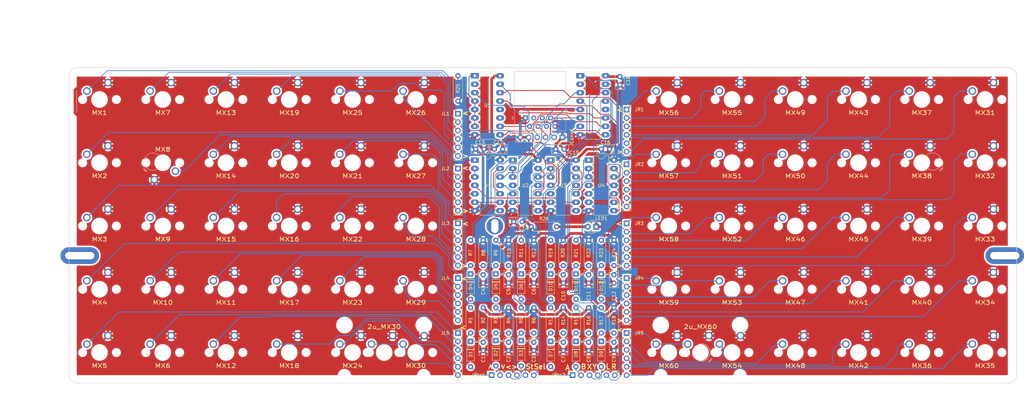
<source format=kicad_pcb>
(kicad_pcb (version 20171130) (host pcbnew "(5.1.10)-1")
  (title_block (date 2021-01-23) (rev 1.2))
  (layers (0 F.Cu signal) (31 B.Cu signal) (34 B.Paste user) (35 F.Paste user) (36 B.SilkS user) (37 F.SilkS user) (38 B.Mask user hide) (39 F.Mask user hide) (44 Edge.Cuts user))
  (net 0 "")
  (net 1 +5V)
  (net 2 GND)
  (net 3 "Net-(LED1-Pad2)")
  (net 4 /L5.6)
  (net 5 /R5.1)
  (net 6 /reset)
  (net 7 "Net-(J1-Pad6)")
  (net 8 "Net-(J1-Pad5)")
  (net 9 /data)
  (net 10 "Net-(J1-Pad3)")
  (net 11 /clock)
  (net 12 /BtnSelect)
  (net 13 /BtnStart)
  (net 14 /BtnRight)
  (net 15 /BtnLeft)
  (net 16 /BtnDown)
  (net 17 /BtnUp)
  (net 18 /RtnR)
  (net 19 /BtnL)
  (net 20 /BtnY)
  (net 21 /BtnX)
  (net 22 /BtnB)
  (net 23 /BtnA)
  (net 24 /L1.6)
  (net 25 /L1.5)
  (net 26 /L1.4)
  (net 27 /L1.3)
  (net 28 /L1.2)
  (net 29 /L1.1)
  (net 30 /L2.6)
  (net 31 /L2.5)
  (net 32 /L2.4)
  (net 33 /L2.3)
  (net 34 /L2.2)
  (net 35 /L2.1)
  (net 36 /L3.6)
  (net 37 /L3.5)
  (net 38 /L3.4)
  (net 39 /L3.3)
  (net 40 /L3.2)
  (net 41 /L3.1)
  (net 42 /L4.6)
  (net 43 /L4.5)
  (net 44 /L4.4)
  (net 45 /L4.3)
  (net 46 /L4.2)
  (net 47 /L4.1)
  (net 48 /L5.5)
  (net 49 /L5.4)
  (net 50 /L5.3)
  (net 51 /L5.2)
  (net 52 /L5.1)
  (net 53 /R1.6)
  (net 54 /R1.5)
  (net 55 /R1.4)
  (net 56 /R1.3)
  (net 57 /R1.2)
  (net 58 /R1.1)
  (net 59 /R2.6)
  (net 60 /R2.5)
  (net 61 /R2.4)
  (net 62 /R2.3)
  (net 63 /R2.2)
  (net 64 /R2.1)
  (net 65 /R3.6)
  (net 66 /R3.5)
  (net 67 /R3.4)
  (net 68 /R3.3)
  (net 69 /R3.2)
  (net 70 /R3.1)
  (net 71 /R4.6)
  (net 72 /R4.5)
  (net 73 /R4.4)
  (net 74 /R4.3)
  (net 75 /R4.2)
  (net 76 /R4.1)
  (net 77 /R5.6)
  (net 78 /R5.5)
  (net 79 /R5.4)
  (net 80 /R5.3)
  (net 81 /R5.2)
  (net 82 "Net-(U1-Pad2)")
  (net 83 "Net-(U2-Pad6)")
  (net 84 "Net-(U2-Pad2)")
  (net 85 "Net-(C1-Pad1)")
  (net 86 "Net-(C2-Pad1)")
  (net 87 "Net-(C3-Pad1)")
  (net 88 "Net-(C4-Pad1)")
  (net 89 "Net-(C5-Pad1)")
  (net 90 "Net-(C6-Pad1)")
  (net 91 "Net-(C7-Pad1)")
  (net 92 "Net-(C8-Pad1)")
  (net 93 "Net-(C9-Pad1)")
  (net 94 "Net-(C10-Pad1)")
  (net 95 "Net-(C11-Pad1)")
  (net 96 "Net-(C12-Pad1)")
  (net 97 "Net-(U1-Pad10)")
  (net 98 "Net-(U1-Pad6)")
  (net 99 /BtnLeftDebounced)
  (net 100 /BtnSelectDebounced)
  (net 101 /BtnDownDebounced)
  (net 102 "Net-(U2-Pad10)")
  (net 103 /BtnRightDebounced)
  (net 104 /BtnStartDebounced)
  (net 105 "Net-(U3-Pad10)")
  (net 106 "Net-(U3-Pad6)")
  (net 107 /BtnXDebounced)
  (net 108 /BtnADebounced)
  (net 109 "Net-(U3-Pad2)")
  (net 110 /BtnBDebounced)
  (net 111 "Net-(U4-Pad10)")
  (net 112 "Net-(U4-Pad6)")
  (net 113 /BtnLDebounced)
  (net 114 /BtnYDebounced)
  (net 115 "Net-(U4-Pad2)")
  (net 116 /BtnRDebounced)
  (net 117 "Net-(U5-Pad12)")
  (net 118 "Net-(U5-Pad11)")
  (net 119 "Net-(U5-Pad3)")
  (net 120 "Net-(U5-Pad2)")
  (net 121 "Net-(U6-Pad12)")
  (net 122 /BtnUpDebounced)
  (net 123 "Net-(U6-Pad2)")
  (net 124 "Net-(R25-Pad2)")
  (module Package_DIP:DIP-14_W7.62mm_LongPads (layer F.Cu) (at 154.94 82.55)
    (fp_text reference U3 (at 3.81 7.62) (layer F.SilkS))
    (fp_text value 74HC14)
    (pad 14 thru_hole oval (at 7.62 0) (size 2.4 1.6) (drill 0.8) (layers *.Cu *.Mask) (net 1 +5V))
    (pad 7 thru_hole oval (at 0 15.24) (size 2.4 1.6) (drill 0.8) (layers *.Cu *.Mask) (net 2 GND))
    (pad 13 thru_hole oval (at 7.62 2.54) (size 2.4 1.6) (drill 0.8) (layers *.Cu *.Mask) (net 105 "Net-(U3-Pad10)"))
    (pad 6 thru_hole oval (at 0 12.7) (size 2.4 1.6) (drill 0.8) (layers *.Cu *.Mask) (net 106 "Net-(U3-Pad6)"))
    (pad 12 thru_hole oval (at 7.62 5.08) (size 2.4 1.6) (drill 0.8) (layers *.Cu *.Mask) (net 107 /BtnXDebounced))
    (pad 5 thru_hole oval (at 0 10.16) (size 2.4 1.6) (drill 0.8) (layers *.Cu *.Mask) (net 92 "Net-(C8-Pad1)"))
    (pad 11 thru_hole oval (at 7.62 7.62) (size 2.4 1.6) (drill 0.8) (layers *.Cu *.Mask) (net 93 "Net-(C9-Pad1)"))
    (pad 4 thru_hole oval (at 0 7.62) (size 2.4 1.6) (drill 0.8) (layers *.Cu *.Mask) (net 108 /BtnADebounced))
    (pad 10 thru_hole oval (at 7.62 10.16) (size 2.4 1.6) (drill 0.8) (layers *.Cu *.Mask) (net 105 "Net-(U3-Pad10)"))
    (pad 3 thru_hole oval (at 0 5.08) (size 2.4 1.6) (drill 0.8) (layers *.Cu *.Mask) (net 109 "Net-(U3-Pad2)"))
    (pad 9 thru_hole oval (at 7.62 12.7) (size 2.4 1.6) (drill 0.8) (layers *.Cu *.Mask) (net 106 "Net-(U3-Pad6)"))
    (pad 2 thru_hole oval (at 0 2.54) (size 2.4 1.6) (drill 0.8) (layers *.Cu *.Mask) (net 109 "Net-(U3-Pad2)"))
    (pad 8 thru_hole oval (at 7.62 15.24) (size 2.4 1.6) (drill 0.8) (layers *.Cu *.Mask) (net 110 /BtnBDebounced))
    (pad 1 thru_hole rect (at 0 0) (size 2.4 1.6) (drill 0.8) (layers *.Cu *.Mask) (net 91 "Net-(C7-Pad1)"))
  )
  (module lumberjack:MX (layer F.Cu) (at 114.3 102.394)
    (fp_text reference MX28 (at 0 4) (layer F.SilkS) (effects (font (size 1.27 1.524) (thickness 0.2032))))
    (fp_text value SW_Push hide)
    (pad "" np_thru_hole circle (at 5.08 0) (size 1.7018 1.7018) (drill 1.7018) (layers *.Cu *.Mask))
    (pad "" np_thru_hole circle (at -5.08 0) (size 1.7018 1.7018) (drill 1.7018) (layers *.Cu *.Mask))
    (pad "" np_thru_hole circle (at 0 0) (size 3.9878 3.9878) (drill 3.9878) (layers *.Cu *.Mask))
    (pad 2 thru_hole circle (at -3.81 -2.54) (size 2.286 2.286) (drill 1.4986) (layers *.Cu *.Mask) (net 36 /L3.6))
    (pad 1 thru_hole circle (at 2.54 -5.08) (size 2.286 2.286) (drill 1.4986) (layers *.Cu *.Mask) (net 2 GND))
  )
  (module Package_DIP:DIP-14_W7.62mm_LongPads (layer F.Cu) (at 143.51 82.55)
    (fp_text reference U2 (at 3.81 7.62) (layer F.SilkS))
    (fp_text value 74HC14)
    (pad 14 thru_hole oval (at 7.62 0) (size 2.4 1.6) (drill 0.8) (layers *.Cu *.Mask) (net 1 +5V))
    (pad 7 thru_hole oval (at 0 15.24) (size 2.4 1.6) (drill 0.8) (layers *.Cu *.Mask) (net 2 GND))
    (pad 13 thru_hole oval (at 7.62 2.54) (size 2.4 1.6) (drill 0.8) (layers *.Cu *.Mask) (net 102 "Net-(U2-Pad10)"))
    (pad 6 thru_hole oval (at 0 12.7) (size 2.4 1.6) (drill 0.8) (layers *.Cu *.Mask) (net 83 "Net-(U2-Pad6)"))
    (pad 12 thru_hole oval (at 7.62 5.08) (size 2.4 1.6) (drill 0.8) (layers *.Cu *.Mask) (net 100 /BtnSelectDebounced))
    (pad 5 thru_hole oval (at 0 10.16) (size 2.4 1.6) (drill 0.8) (layers *.Cu *.Mask) (net 89 "Net-(C5-Pad1)"))
    (pad 11 thru_hole oval (at 7.62 7.62) (size 2.4 1.6) (drill 0.8) (layers *.Cu *.Mask) (net 90 "Net-(C6-Pad1)"))
    (pad 4 thru_hole oval (at 0 7.62) (size 2.4 1.6) (drill 0.8) (layers *.Cu *.Mask) (net 103 /BtnRightDebounced))
    (pad 10 thru_hole oval (at 7.62 10.16) (size 2.4 1.6) (drill 0.8) (layers *.Cu *.Mask) (net 102 "Net-(U2-Pad10)"))
    (pad 3 thru_hole oval (at 0 5.08) (size 2.4 1.6) (drill 0.8) (layers *.Cu *.Mask) (net 84 "Net-(U2-Pad2)"))
    (pad 9 thru_hole oval (at 7.62 12.7) (size 2.4 1.6) (drill 0.8) (layers *.Cu *.Mask) (net 83 "Net-(U2-Pad6)"))
    (pad 2 thru_hole oval (at 0 2.54) (size 2.4 1.6) (drill 0.8) (layers *.Cu *.Mask) (net 84 "Net-(U2-Pad2)"))
    (pad 8 thru_hole oval (at 7.62 15.24) (size 2.4 1.6) (drill 0.8) (layers *.Cu *.Mask) (net 104 /BtnStartDebounced))
    (pad 1 thru_hole rect (at 0 0) (size 2.4 1.6) (drill 0.8) (layers *.Cu *.Mask) (net 88 "Net-(C4-Pad1)"))
  )
  (module Resistor_THT:R_Axial_DIN0207_L6.3mm_D2.5mm_P7.62mm_Horizontal (layer F.Cu) (at 149.098 102.602)
    (fp_text reference R26 (at 3.81 -2.37) (layer F.SilkS))
    (fp_text value 470)
    (pad 2 thru_hole oval (at 7.62 0) (size 1.6 1.6) (drill 0.8) (layers *.Cu *.Mask) (net 3 "Net-(LED1-Pad2)"))
    (pad 1 thru_hole circle (at 0 0) (size 1.6 1.6) (drill 0.8) (layers *.Cu *.Mask) (net 1 +5V))
  )
  (module Resistor_THT:R_Axial_DIN0207_L6.3mm_D2.5mm_P7.62mm_Horizontal (layer F.Cu) (at 127 64.77 90)
    (fp_text reference R25 (at 3.81 0 90) (layer F.SilkS))
    (fp_text value 205k)
    (pad 2 thru_hole oval (at 7.62 0 90) (size 1.6 1.6) (drill 0.8) (layers *.Cu *.Mask) (net 124 "Net-(R25-Pad2)"))
    (pad 1 thru_hole circle (at 0 0 90) (size 1.6 1.6) (drill 0.8) (layers *.Cu *.Mask) (net 1 +5V))
  )
  (module Package_DIP:DIP-14_W7.62mm_LongPads (layer F.Cu) (at 132.08 82.55)
    (fp_text reference U1 (at 3.81 7.62) (layer F.SilkS))
    (fp_text value 74HC14)
    (pad 14 thru_hole oval (at 7.62 0) (size 2.4 1.6) (drill 0.8) (layers *.Cu *.Mask) (net 1 +5V))
    (pad 7 thru_hole oval (at 0 15.24) (size 2.4 1.6) (drill 0.8) (layers *.Cu *.Mask) (net 2 GND))
    (pad 13 thru_hole oval (at 7.62 2.54) (size 2.4 1.6) (drill 0.8) (layers *.Cu *.Mask) (net 97 "Net-(U1-Pad10)"))
    (pad 6 thru_hole oval (at 0 12.7) (size 2.4 1.6) (drill 0.8) (layers *.Cu *.Mask) (net 98 "Net-(U1-Pad6)"))
    (pad 12 thru_hole oval (at 7.62 5.08) (size 2.4 1.6) (drill 0.8) (layers *.Cu *.Mask) (net 99 /BtnLeftDebounced))
    (pad 5 thru_hole oval (at 0 10.16) (size 2.4 1.6) (drill 0.8) (layers *.Cu *.Mask) (net 86 "Net-(C2-Pad1)"))
    (pad 11 thru_hole oval (at 7.62 7.62) (size 2.4 1.6) (drill 0.8) (layers *.Cu *.Mask) (net 87 "Net-(C3-Pad1)"))
    (pad 4 thru_hole oval (at 0 7.62) (size 2.4 1.6) (drill 0.8) (layers *.Cu *.Mask) (net 122 /BtnUpDebounced))
    (pad 10 thru_hole oval (at 7.62 10.16) (size 2.4 1.6) (drill 0.8) (layers *.Cu *.Mask) (net 97 "Net-(U1-Pad10)"))
    (pad 3 thru_hole oval (at 0 5.08) (size 2.4 1.6) (drill 0.8) (layers *.Cu *.Mask) (net 82 "Net-(U1-Pad2)"))
    (pad 9 thru_hole oval (at 7.62 12.7) (size 2.4 1.6) (drill 0.8) (layers *.Cu *.Mask) (net 98 "Net-(U1-Pad6)"))
    (pad 2 thru_hole oval (at 0 2.54) (size 2.4 1.6) (drill 0.8) (layers *.Cu *.Mask) (net 82 "Net-(U1-Pad2)"))
    (pad 8 thru_hole oval (at 7.62 15.24) (size 2.4 1.6) (drill 0.8) (layers *.Cu *.Mask) (net 101 /BtnDownDebounced))
    (pad 1 thru_hole rect (at 0 0) (size 2.4 1.6) (drill 0.8) (layers *.Cu *.Mask) (net 85 "Net-(C1-Pad1)"))
  )
  (module Connector_PinSocket_2.54mm:PinSocket_1x06_P2.54mm_Vertical (layer F.Cu) (at 158.496 75.692 270)
    (fp_text reference JConn1 (at 0 -2.77 90) (layer F.SilkS))
    (fp_text value Conn_01x06_Male)
    (pad 6 thru_hole oval (at 0 12.7 270) (size 1.7 1.7) (drill 1) (layers *.Cu *.Mask) (net 2 GND))
    (pad 5 thru_hole oval (at 0 10.16 270) (size 1.7 1.7) (drill 1) (layers *.Cu *.Mask) (net 2 GND))
    (pad 4 thru_hole oval (at 0 7.62 270) (size 1.7 1.7) (drill 1) (layers *.Cu *.Mask) (net 11 /clock))
    (pad 3 thru_hole oval (at 0 5.08 270) (size 1.7 1.7) (drill 1) (layers *.Cu *.Mask) (net 9 /data))
    (pad 2 thru_hole oval (at 0 2.54 270) (size 1.7 1.7) (drill 1) (layers *.Cu *.Mask) (net 6 /reset))
    (pad 1 thru_hole rect (at 0 0 270) (size 1.7 1.7) (drill 1) (layers *.Cu *.Mask) (net 1 +5V))
  )
  (module LED_THT:LED_D3.0mm (layer F.Cu) (at 168.656 102.616 180)
    (fp_text reference LED1 (at -1.524 2.54) (layer F.SilkS))
    (fp_text value RED)
    (pad 1 thru_hole rect (at 0 0 180) (size 1.8 1.8) (drill 0.9) (layers *.Cu *.Mask) (net 2 GND))
    (pad 2 thru_hole circle (at 2.54 0 180) (size 1.8 1.8) (drill 0.9) (layers *.Cu *.Mask) (net 3 "Net-(LED1-Pad2)"))
  )
  (module Capacitor_THT:C_Disc_D5.0mm_W2.5mm_P2.50mm (layer F.Cu) (at 170.18 79.248)
    (fp_text reference C16 (at 1.27 -2.032) (layer F.SilkS))
    (fp_text value 0.1uF)
    (pad 2 thru_hole circle (at 2.5 0) (size 1.6 1.6) (drill 0.8) (layers *.Cu *.Mask) (net 2 GND))
    (pad 1 thru_hole circle (at 0 0) (size 1.6 1.6) (drill 0.8) (layers *.Cu *.Mask) (net 1 +5V))
  )
  (module Connector_PinSocket_2.54mm:PinSocket_1x06_P2.54mm_Vertical (layer F.Cu) (at 161.544 147.32 90)
    (fp_text reference JBtn2 (at 0 -4.318 180) (layer F.SilkS))
    (fp_text value Conn_01x06_Male)
    (pad 6 thru_hole oval (at 0 12.7 90) (size 1.7 1.7) (drill 1) (layers *.Cu *.Mask) (net 18 /RtnR))
    (pad 5 thru_hole oval (at 0 10.16 90) (size 1.7 1.7) (drill 1) (layers *.Cu *.Mask) (net 19 /BtnL))
    (pad 4 thru_hole oval (at 0 7.62 90) (size 1.7 1.7) (drill 1) (layers *.Cu *.Mask) (net 20 /BtnY))
    (pad 3 thru_hole oval (at 0 5.08 90) (size 1.7 1.7) (drill 1) (layers *.Cu *.Mask) (net 21 /BtnX))
    (pad 2 thru_hole oval (at 0 2.54 90) (size 1.7 1.7) (drill 1) (layers *.Cu *.Mask) (net 22 /BtnB))
    (pad 1 thru_hole rect (at 0 0 90) (size 1.7 1.7) (drill 1) (layers *.Cu *.Mask) (net 23 /BtnA))
  )
  (module Resistor_THT:R_Axial_DIN0207_L6.3mm_D2.5mm_P7.62mm_Horizontal (layer F.Cu) (at 142.24 127 270)
    (fp_text reference R4 (at 3.81 0 90) (layer F.SilkS))
    (fp_text value 205k)
    (pad 2 thru_hole oval (at 7.62 0 270) (size 1.6 1.6) (drill 0.8) (layers *.Cu *.Mask) (net 16 /BtnDown))
    (pad 1 thru_hole circle (at 0 0 270) (size 1.6 1.6) (drill 0.8) (layers *.Cu *.Mask) (net 1 +5V))
  )
  (module Resistor_THT:R_Axial_DIN0207_L6.3mm_D2.5mm_P7.62mm_Horizontal (layer F.Cu) (at 138.43 134.62 90)
    (fp_text reference R3 (at 3.81 0 90) (layer F.SilkS))
    (fp_text value 46.4k)
    (pad 2 thru_hole oval (at 7.62 0 90) (size 1.6 1.6) (drill 0.8) (layers *.Cu *.Mask) (net 86 "Net-(C2-Pad1)"))
    (pad 1 thru_hole circle (at 0 0 90) (size 1.6 1.6) (drill 0.8) (layers *.Cu *.Mask) (net 16 /BtnDown))
  )
  (module Package_DIP:DIP-16_W7.62mm_LongPads (layer F.Cu) (at 163.83 57.15)
    (fp_text reference U6 (at 3.81 8.89) (layer F.SilkS))
    (fp_text value 4021)
    (pad 16 thru_hole oval (at 7.62 0) (size 2.4 1.6) (drill 0.8) (layers *.Cu *.Mask) (net 1 +5V))
    (pad 8 thru_hole oval (at 0 17.78) (size 2.4 1.6) (drill 0.8) (layers *.Cu *.Mask) (net 2 GND))
    (pad 15 thru_hole oval (at 7.62 2.54) (size 2.4 1.6) (drill 0.8) (layers *.Cu *.Mask) (net 114 /BtnYDebounced))
    (pad 7 thru_hole oval (at 0 15.24) (size 2.4 1.6) (drill 0.8) (layers *.Cu *.Mask) (net 103 /BtnRightDebounced))
    (pad 14 thru_hole oval (at 7.62 5.08) (size 2.4 1.6) (drill 0.8) (layers *.Cu *.Mask) (net 100 /BtnSelectDebounced))
    (pad 6 thru_hole oval (at 0 12.7) (size 2.4 1.6) (drill 0.8) (layers *.Cu *.Mask) (net 99 /BtnLeftDebounced))
    (pad 13 thru_hole oval (at 7.62 7.62) (size 2.4 1.6) (drill 0.8) (layers *.Cu *.Mask) (net 104 /BtnStartDebounced))
    (pad 5 thru_hole oval (at 0 10.16) (size 2.4 1.6) (drill 0.8) (layers *.Cu *.Mask) (net 101 /BtnDownDebounced))
    (pad 12 thru_hole oval (at 7.62 10.16) (size 2.4 1.6) (drill 0.8) (layers *.Cu *.Mask) (net 121 "Net-(U6-Pad12)"))
    (pad 4 thru_hole oval (at 0 7.62) (size 2.4 1.6) (drill 0.8) (layers *.Cu *.Mask) (net 122 /BtnUpDebounced))
    (pad 11 thru_hole oval (at 7.62 12.7) (size 2.4 1.6) (drill 0.8) (layers *.Cu *.Mask) (net 119 "Net-(U5-Pad3)"))
    (pad 3 thru_hole oval (at 0 5.08) (size 2.4 1.6) (drill 0.8) (layers *.Cu *.Mask) (net 9 /data))
    (pad 10 thru_hole oval (at 7.62 15.24) (size 2.4 1.6) (drill 0.8) (layers *.Cu *.Mask) (net 11 /clock))
    (pad 2 thru_hole oval (at 0 2.54) (size 2.4 1.6) (drill 0.8) (layers *.Cu *.Mask) (net 123 "Net-(U6-Pad2)"))
    (pad 9 thru_hole oval (at 7.62 17.78) (size 2.4 1.6) (drill 0.8) (layers *.Cu *.Mask) (net 6 /reset))
    (pad 1 thru_hole rect (at 0 0) (size 2.4 1.6) (drill 0.8) (layers *.Cu *.Mask) (net 110 /BtnBDebounced))
  )
  (module Package_DIP:DIP-16_W7.62mm_LongPads (layer F.Cu) (at 132.08 57.15)
    (fp_text reference U5 (at 3.81 8.89) (layer F.SilkS))
    (fp_text value 4021)
    (pad 16 thru_hole oval (at 7.62 0) (size 2.4 1.6) (drill 0.8) (layers *.Cu *.Mask) (net 1 +5V))
    (pad 8 thru_hole oval (at 0 17.78) (size 2.4 1.6) (drill 0.8) (layers *.Cu *.Mask) (net 2 GND))
    (pad 15 thru_hole oval (at 7.62 2.54) (size 2.4 1.6) (drill 0.8) (layers *.Cu *.Mask) (net 107 /BtnXDebounced))
    (pad 7 thru_hole oval (at 0 15.24) (size 2.4 1.6) (drill 0.8) (layers *.Cu *.Mask) (net 124 "Net-(R25-Pad2)"))
    (pad 14 thru_hole oval (at 7.62 5.08) (size 2.4 1.6) (drill 0.8) (layers *.Cu *.Mask) (net 113 /BtnLDebounced))
    (pad 6 thru_hole oval (at 0 12.7) (size 2.4 1.6) (drill 0.8) (layers *.Cu *.Mask) (net 124 "Net-(R25-Pad2)"))
    (pad 13 thru_hole oval (at 7.62 7.62) (size 2.4 1.6) (drill 0.8) (layers *.Cu *.Mask) (net 116 /BtnRDebounced))
    (pad 5 thru_hole oval (at 0 10.16) (size 2.4 1.6) (drill 0.8) (layers *.Cu *.Mask) (net 124 "Net-(R25-Pad2)"))
    (pad 12 thru_hole oval (at 7.62 10.16) (size 2.4 1.6) (drill 0.8) (layers *.Cu *.Mask) (net 117 "Net-(U5-Pad12)"))
    (pad 4 thru_hole oval (at 0 7.62) (size 2.4 1.6) (drill 0.8) (layers *.Cu *.Mask) (net 124 "Net-(R25-Pad2)"))
    (pad 11 thru_hole oval (at 7.62 12.7) (size 2.4 1.6) (drill 0.8) (layers *.Cu *.Mask) (net 118 "Net-(U5-Pad11)"))
    (pad 3 thru_hole oval (at 0 5.08) (size 2.4 1.6) (drill 0.8) (layers *.Cu *.Mask) (net 119 "Net-(U5-Pad3)"))
    (pad 10 thru_hole oval (at 7.62 15.24) (size 2.4 1.6) (drill 0.8) (layers *.Cu *.Mask) (net 11 /clock))
    (pad 2 thru_hole oval (at 0 2.54) (size 2.4 1.6) (drill 0.8) (layers *.Cu *.Mask) (net 120 "Net-(U5-Pad2)"))
    (pad 9 thru_hole oval (at 7.62 17.78) (size 2.4 1.6) (drill 0.8) (layers *.Cu *.Mask) (net 6 /reset))
    (pad 1 thru_hole rect (at 0 0) (size 2.4 1.6) (drill 0.8) (layers *.Cu *.Mask) (net 108 /BtnADebounced))
  )
  (module Package_DIP:DIP-14_W7.62mm_LongPads (layer F.Cu) (at 166.37 82.55)
    (fp_text reference U4 (at 3.81 7.62) (layer F.SilkS))
    (fp_text value 74HC14)
    (pad 14 thru_hole oval (at 7.62 0) (size 2.4 1.6) (drill 0.8) (layers *.Cu *.Mask) (net 1 +5V))
    (pad 7 thru_hole oval (at 0 15.24) (size 2.4 1.6) (drill 0.8) (layers *.Cu *.Mask) (net 2 GND))
    (pad 13 thru_hole oval (at 7.62 2.54) (size 2.4 1.6) (drill 0.8) (layers *.Cu *.Mask) (net 111 "Net-(U4-Pad10)"))
    (pad 6 thru_hole oval (at 0 12.7) (size 2.4 1.6) (drill 0.8) (layers *.Cu *.Mask) (net 112 "Net-(U4-Pad6)"))
    (pad 12 thru_hole oval (at 7.62 5.08) (size 2.4 1.6) (drill 0.8) (layers *.Cu *.Mask) (net 113 /BtnLDebounced))
    (pad 5 thru_hole oval (at 0 10.16) (size 2.4 1.6) (drill 0.8) (layers *.Cu *.Mask) (net 95 "Net-(C11-Pad1)"))
    (pad 11 thru_hole oval (at 7.62 7.62) (size 2.4 1.6) (drill 0.8) (layers *.Cu *.Mask) (net 96 "Net-(C12-Pad1)"))
    (pad 4 thru_hole oval (at 0 7.62) (size 2.4 1.6) (drill 0.8) (layers *.Cu *.Mask) (net 114 /BtnYDebounced))
    (pad 10 thru_hole oval (at 7.62 10.16) (size 2.4 1.6) (drill 0.8) (layers *.Cu *.Mask) (net 111 "Net-(U4-Pad10)"))
    (pad 3 thru_hole oval (at 0 5.08) (size 2.4 1.6) (drill 0.8) (layers *.Cu *.Mask) (net 115 "Net-(U4-Pad2)"))
    (pad 9 thru_hole oval (at 7.62 12.7) (size 2.4 1.6) (drill 0.8) (layers *.Cu *.Mask) (net 112 "Net-(U4-Pad6)"))
    (pad 2 thru_hole oval (at 0 2.54) (size 2.4 1.6) (drill 0.8) (layers *.Cu *.Mask) (net 115 "Net-(U4-Pad2)"))
    (pad 8 thru_hole oval (at 7.62 15.24) (size 2.4 1.6) (drill 0.8) (layers *.Cu *.Mask) (net 116 /BtnRDebounced))
    (pad 1 thru_hole rect (at 0 0) (size 2.4 1.6) (drill 0.8) (layers *.Cu *.Mask) (net 94 "Net-(C10-Pad1)"))
  )
  (module Resistor_THT:R_Axial_DIN0207_L6.3mm_D2.5mm_P7.62mm_Horizontal (layer F.Cu) (at 173.99 106.68 270)
    (fp_text reference R24 (at 3.81 0 90) (layer F.SilkS))
    (fp_text value 205k)
    (pad 2 thru_hole oval (at 7.62 0 270) (size 1.6 1.6) (drill 0.8) (layers *.Cu *.Mask) (net 19 /BtnL))
    (pad 1 thru_hole circle (at 0 0 270) (size 1.6 1.6) (drill 0.8) (layers *.Cu *.Mask) (net 1 +5V))
  )
  (module Resistor_THT:R_Axial_DIN0207_L6.3mm_D2.5mm_P7.62mm_Horizontal (layer F.Cu) (at 170.18 114.3 90)
    (fp_text reference R23 (at 3.81 0 90) (layer F.SilkS))
    (fp_text value 46.4k)
    (pad 2 thru_hole oval (at 7.62 0 90) (size 1.6 1.6) (drill 0.8) (layers *.Cu *.Mask) (net 96 "Net-(C12-Pad1)"))
    (pad 1 thru_hole circle (at 0 0 90) (size 1.6 1.6) (drill 0.8) (layers *.Cu *.Mask) (net 19 /BtnL))
  )
  (module Resistor_THT:R_Axial_DIN0207_L6.3mm_D2.5mm_P7.62mm_Horizontal (layer F.Cu) (at 166.37 106.68 270)
    (fp_text reference R22 (at 3.81 0 90) (layer F.SilkS))
    (fp_text value 205k)
    (pad 2 thru_hole oval (at 7.62 0 270) (size 1.6 1.6) (drill 0.8) (layers *.Cu *.Mask) (net 18 /RtnR))
    (pad 1 thru_hole circle (at 0 0 270) (size 1.6 1.6) (drill 0.8) (layers *.Cu *.Mask) (net 1 +5V))
  )
  (module Resistor_THT:R_Axial_DIN0207_L6.3mm_D2.5mm_P7.62mm_Horizontal (layer F.Cu) (at 162.56 114.3 90)
    (fp_text reference R21 (at 3.81 0 90) (layer F.SilkS))
    (fp_text value 46.4k)
    (pad 2 thru_hole oval (at 7.62 0 90) (size 1.6 1.6) (drill 0.8) (layers *.Cu *.Mask) (net 95 "Net-(C11-Pad1)"))
    (pad 1 thru_hole circle (at 0 0 90) (size 1.6 1.6) (drill 0.8) (layers *.Cu *.Mask) (net 18 /RtnR))
  )
  (module Resistor_THT:R_Axial_DIN0207_L6.3mm_D2.5mm_P7.62mm_Horizontal (layer F.Cu) (at 158.75 106.68 270)
    (fp_text reference R20 (at 3.81 0.13 90) (layer F.SilkS))
    (fp_text value 205k)
    (pad 2 thru_hole oval (at 7.62 0 270) (size 1.6 1.6) (drill 0.8) (layers *.Cu *.Mask) (net 20 /BtnY))
    (pad 1 thru_hole circle (at 0 0 270) (size 1.6 1.6) (drill 0.8) (layers *.Cu *.Mask) (net 1 +5V))
  )
  (module Resistor_THT:R_Axial_DIN0207_L6.3mm_D2.5mm_P7.62mm_Horizontal (layer F.Cu) (at 154.94 114.3 90)
    (fp_text reference R19 (at 3.81 0 90) (layer F.SilkS))
    (fp_text value 46.4k)
    (pad 2 thru_hole oval (at 7.62 0 90) (size 1.6 1.6) (drill 0.8) (layers *.Cu *.Mask) (net 94 "Net-(C10-Pad1)"))
    (pad 1 thru_hole circle (at 0 0 90) (size 1.6 1.6) (drill 0.8) (layers *.Cu *.Mask) (net 20 /BtnY))
  )
  (module Resistor_THT:R_Axial_DIN0207_L6.3mm_D2.5mm_P7.62mm_Horizontal (layer F.Cu) (at 173.99 127 270)
    (fp_text reference R18 (at 3.81 0 90) (layer F.SilkS))
    (fp_text value 205k)
    (pad 2 thru_hole oval (at 7.62 0 270) (size 1.6 1.6) (drill 0.8) (layers *.Cu *.Mask) (net 21 /BtnX))
    (pad 1 thru_hole circle (at 0 0 270) (size 1.6 1.6) (drill 0.8) (layers *.Cu *.Mask) (net 1 +5V))
  )
  (module Resistor_THT:R_Axial_DIN0207_L6.3mm_D2.5mm_P7.62mm_Horizontal (layer F.Cu) (at 170.18 134.62 90)
    (fp_text reference R17 (at 3.81 0 90) (layer F.SilkS))
    (fp_text value 46.4k)
    (pad 2 thru_hole oval (at 7.62 0 90) (size 1.6 1.6) (drill 0.8) (layers *.Cu *.Mask) (net 93 "Net-(C9-Pad1)"))
    (pad 1 thru_hole circle (at 0 0 90) (size 1.6 1.6) (drill 0.8) (layers *.Cu *.Mask) (net 21 /BtnX))
  )
  (module Resistor_THT:R_Axial_DIN0207_L6.3mm_D2.5mm_P7.62mm_Horizontal (layer F.Cu) (at 166.37 127 270)
    (fp_text reference R16 (at 3.81 0 90) (layer F.SilkS))
    (fp_text value 205k)
    (pad 2 thru_hole oval (at 7.62 0 270) (size 1.6 1.6) (drill 0.8) (layers *.Cu *.Mask) (net 22 /BtnB))
    (pad 1 thru_hole circle (at 0 0 270) (size 1.6 1.6) (drill 0.8) (layers *.Cu *.Mask) (net 1 +5V))
  )
  (module Resistor_THT:R_Axial_DIN0207_L6.3mm_D2.5mm_P7.62mm_Horizontal (layer F.Cu) (at 162.56 134.62 90)
    (fp_text reference R15 (at 3.81 0 90) (layer F.SilkS))
    (fp_text value 46.4k)
    (pad 2 thru_hole oval (at 7.62 0 90) (size 1.6 1.6) (drill 0.8) (layers *.Cu *.Mask) (net 92 "Net-(C8-Pad1)"))
    (pad 1 thru_hole circle (at 0 0 90) (size 1.6 1.6) (drill 0.8) (layers *.Cu *.Mask) (net 22 /BtnB))
  )
  (module Resistor_THT:R_Axial_DIN0207_L6.3mm_D2.5mm_P7.62mm_Horizontal (layer F.Cu) (at 158.75 127 270)
    (fp_text reference R14 (at 3.81 0 90) (layer F.SilkS))
    (fp_text value 205k)
    (pad 2 thru_hole oval (at 7.62 0 270) (size 1.6 1.6) (drill 0.8) (layers *.Cu *.Mask) (net 23 /BtnA))
    (pad 1 thru_hole circle (at 0 0 270) (size 1.6 1.6) (drill 0.8) (layers *.Cu *.Mask) (net 1 +5V))
  )
  (module Resistor_THT:R_Axial_DIN0207_L6.3mm_D2.5mm_P7.62mm_Horizontal (layer F.Cu) (at 154.94 134.62 90)
    (fp_text reference R13 (at 3.81 0 90) (layer F.SilkS))
    (fp_text value 46.4k)
    (pad 2 thru_hole oval (at 7.62 0 90) (size 1.6 1.6) (drill 0.8) (layers *.Cu *.Mask) (net 91 "Net-(C7-Pad1)"))
    (pad 1 thru_hole circle (at 0 0 90) (size 1.6 1.6) (drill 0.8) (layers *.Cu *.Mask) (net 23 /BtnA))
  )
  (module Resistor_THT:R_Axial_DIN0207_L6.3mm_D2.5mm_P7.62mm_Horizontal (layer F.Cu) (at 149.86 106.68 270)
    (fp_text reference R12 (at 3.81 0 90) (layer F.SilkS))
    (fp_text value 205k)
    (pad 2 thru_hole oval (at 7.62 0 270) (size 1.6 1.6) (drill 0.8) (layers *.Cu *.Mask) (net 12 /BtnSelect))
    (pad 1 thru_hole circle (at 0 0 270) (size 1.6 1.6) (drill 0.8) (layers *.Cu *.Mask) (net 1 +5V))
  )
  (module Resistor_THT:R_Axial_DIN0207_L6.3mm_D2.5mm_P7.62mm_Horizontal (layer F.Cu) (at 146.05 114.3 90)
    (fp_text reference R11 (at 3.81 0 90) (layer F.SilkS))
    (fp_text value 46.4k)
    (pad 2 thru_hole oval (at 7.62 0 90) (size 1.6 1.6) (drill 0.8) (layers *.Cu *.Mask) (net 90 "Net-(C6-Pad1)"))
    (pad 1 thru_hole circle (at 0 0 90) (size 1.6 1.6) (drill 0.8) (layers *.Cu *.Mask) (net 12 /BtnSelect))
  )
  (module Resistor_THT:R_Axial_DIN0207_L6.3mm_D2.5mm_P7.62mm_Horizontal (layer F.Cu) (at 142.24 106.68 270)
    (fp_text reference R10 (at 3.81 -0.17 90) (layer F.SilkS))
    (fp_text value 205k)
    (pad 2 thru_hole oval (at 7.62 0 270) (size 1.6 1.6) (drill 0.8) (layers *.Cu *.Mask) (net 13 /BtnStart))
    (pad 1 thru_hole circle (at 0 0 270) (size 1.6 1.6) (drill 0.8) (layers *.Cu *.Mask) (net 1 +5V))
  )
  (module Resistor_THT:R_Axial_DIN0207_L6.3mm_D2.5mm_P7.62mm_Horizontal (layer F.Cu) (at 138.43 114.3 90)
    (fp_text reference R9 (at 3.81 0 90) (layer F.SilkS))
    (fp_text value 46.4k)
    (pad 2 thru_hole oval (at 7.62 0 90) (size 1.6 1.6) (drill 0.8) (layers *.Cu *.Mask) (net 89 "Net-(C5-Pad1)"))
    (pad 1 thru_hole circle (at 0 0 90) (size 1.6 1.6) (drill 0.8) (layers *.Cu *.Mask) (net 13 /BtnStart))
  )
  (module Resistor_THT:R_Axial_DIN0207_L6.3mm_D2.5mm_P7.62mm_Horizontal (layer F.Cu) (at 134.62 106.68 270)
    (fp_text reference R8 (at 3.81 -0.079326 90) (layer F.SilkS))
    (fp_text value 205k)
    (pad 2 thru_hole oval (at 7.62 0 270) (size 1.6 1.6) (drill 0.8) (layers *.Cu *.Mask) (net 14 /BtnRight))
    (pad 1 thru_hole circle (at 0 0 270) (size 1.6 1.6) (drill 0.8) (layers *.Cu *.Mask) (net 1 +5V))
  )
  (module Resistor_THT:R_Axial_DIN0207_L6.3mm_D2.5mm_P7.62mm_Horizontal (layer F.Cu) (at 130.81 114.3 90)
    (fp_text reference R7 (at 3.81 0 90) (layer F.SilkS))
    (fp_text value 46.4k)
    (pad 2 thru_hole oval (at 7.62 0 90) (size 1.6 1.6) (drill 0.8) (layers *.Cu *.Mask) (net 88 "Net-(C4-Pad1)"))
    (pad 1 thru_hole circle (at 0 0 90) (size 1.6 1.6) (drill 0.8) (layers *.Cu *.Mask) (net 14 /BtnRight))
  )
  (module Resistor_THT:R_Axial_DIN0207_L6.3mm_D2.5mm_P7.62mm_Horizontal (layer F.Cu) (at 149.86 127 270)
    (fp_text reference R6 (at 3.81 0 90) (layer F.SilkS))
    (fp_text value 205k)
    (pad 2 thru_hole oval (at 7.62 0 270) (size 1.6 1.6) (drill 0.8) (layers *.Cu *.Mask) (net 15 /BtnLeft))
    (pad 1 thru_hole circle (at 0 0 270) (size 1.6 1.6) (drill 0.8) (layers *.Cu *.Mask) (net 1 +5V))
  )
  (module Resistor_THT:R_Axial_DIN0207_L6.3mm_D2.5mm_P7.62mm_Horizontal (layer F.Cu) (at 146.05 134.62 90)
    (fp_text reference R5 (at 3.81 0 90) (layer F.SilkS))
    (fp_text value 46.4k)
    (pad 2 thru_hole oval (at 7.62 0 90) (size 1.6 1.6) (drill 0.8) (layers *.Cu *.Mask) (net 87 "Net-(C3-Pad1)"))
    (pad 1 thru_hole circle (at 0 0 90) (size 1.6 1.6) (drill 0.8) (layers *.Cu *.Mask) (net 15 /BtnLeft))
  )
  (module Resistor_THT:R_Axial_DIN0207_L6.3mm_D2.5mm_P7.62mm_Horizontal (layer F.Cu) (at 134.62 127 270)
    (fp_text reference R2 (at 3.81 0 90) (layer F.SilkS))
    (fp_text value 205k)
    (pad 2 thru_hole oval (at 7.62 0 270) (size 1.6 1.6) (drill 0.8) (layers *.Cu *.Mask) (net 17 /BtnUp))
    (pad 1 thru_hole circle (at 0 0 270) (size 1.6 1.6) (drill 0.8) (layers *.Cu *.Mask) (net 1 +5V))
  )
  (module Resistor_THT:R_Axial_DIN0207_L6.3mm_D2.5mm_P7.62mm_Horizontal (layer F.Cu) (at 130.81 134.62 90)
    (fp_text reference R1 (at 3.81 0 90) (layer F.SilkS))
    (fp_text value 46.4k)
    (pad 2 thru_hole oval (at 7.62 0 90) (size 1.6 1.6) (drill 0.8) (layers *.Cu *.Mask) (net 85 "Net-(C1-Pad1)"))
    (pad 1 thru_hole circle (at 0 0 90) (size 1.6 1.6) (drill 0.8) (layers *.Cu *.Mask) (net 17 /BtnUp))
  )
  (module Diode_THT:D_DO-35_SOD27_P7.62mm_Horizontal (layer F.Cu) (at 170.18 116.84 270)
    (fp_text reference D12 (at 3.81 0 90) (layer F.SilkS))
    (fp_text value 1N4148)
    (fp_text user K (at 0 -1.8 90) (layer F.SilkS))
    (pad 2 thru_hole oval (at 7.62 0 270) (size 1.6 1.6) (drill 0.8) (layers *.Cu *.Mask) (net 19 /BtnL))
    (pad 1 thru_hole rect (at 0 0 270) (size 1.6 1.6) (drill 0.8) (layers *.Cu *.Mask) (net 96 "Net-(C12-Pad1)"))
  )
  (module Diode_THT:D_DO-35_SOD27_P7.62mm_Horizontal (layer F.Cu) (at 162.56 116.84 270)
    (fp_text reference D11 (at 3.81 0 90) (layer F.SilkS))
    (fp_text value 1N4148)
    (fp_text user K (at 0 -1.8 90) (layer F.SilkS))
    (pad 2 thru_hole oval (at 7.62 0 270) (size 1.6 1.6) (drill 0.8) (layers *.Cu *.Mask) (net 18 /RtnR))
    (pad 1 thru_hole rect (at 0 0 270) (size 1.6 1.6) (drill 0.8) (layers *.Cu *.Mask) (net 95 "Net-(C11-Pad1)"))
  )
  (module Diode_THT:D_DO-35_SOD27_P7.62mm_Horizontal (layer F.Cu) (at 154.94 116.84 270)
    (fp_text reference D10 (at 3.81 0 270) (layer F.SilkS))
    (fp_text value 1N4148)
    (fp_text user K (at 0 -1.8 90) (layer F.SilkS))
    (pad 2 thru_hole oval (at 7.62 0 270) (size 1.6 1.6) (drill 0.8) (layers *.Cu *.Mask) (net 20 /BtnY))
    (pad 1 thru_hole rect (at 0 0 270) (size 1.6 1.6) (drill 0.8) (layers *.Cu *.Mask) (net 94 "Net-(C10-Pad1)"))
  )
  (module Diode_THT:D_DO-35_SOD27_P7.62mm_Horizontal (layer F.Cu) (at 170.18 137.16 270)
    (fp_text reference D9 (at 3.81 0 90) (layer F.SilkS))
    (fp_text value 1N4148)
    (fp_text user K (at 0 -1.8 90) (layer F.SilkS))
    (pad 2 thru_hole oval (at 7.62 0 270) (size 1.6 1.6) (drill 0.8) (layers *.Cu *.Mask) (net 21 /BtnX))
    (pad 1 thru_hole rect (at 0 0 270) (size 1.6 1.6) (drill 0.8) (layers *.Cu *.Mask) (net 93 "Net-(C9-Pad1)"))
  )
  (module Diode_THT:D_DO-35_SOD27_P7.62mm_Horizontal (layer F.Cu) (at 162.56 137.16 270)
    (fp_text reference D8 (at 3.81 0 270) (layer F.SilkS))
    (fp_text value 1N4148)
    (fp_text user K (at 0 -1.8 90) (layer F.SilkS))
    (pad 2 thru_hole oval (at 7.62 0 270) (size 1.6 1.6) (drill 0.8) (layers *.Cu *.Mask) (net 22 /BtnB))
    (pad 1 thru_hole rect (at 0 0 270) (size 1.6 1.6) (drill 0.8) (layers *.Cu *.Mask) (net 92 "Net-(C8-Pad1)"))
  )
  (module Diode_THT:D_DO-35_SOD27_P7.62mm_Horizontal (layer F.Cu) (at 154.94 137.16 270)
    (fp_text reference D7 (at 3.81 0 90) (layer F.SilkS))
    (fp_text value 1N4148)
    (fp_text user K (at 0 -1.8 90) (layer F.SilkS))
    (pad 2 thru_hole oval (at 7.62 0 270) (size 1.6 1.6) (drill 0.8) (layers *.Cu *.Mask) (net 23 /BtnA))
    (pad 1 thru_hole rect (at 0 0 270) (size 1.6 1.6) (drill 0.8) (layers *.Cu *.Mask) (net 91 "Net-(C7-Pad1)"))
  )
  (module Diode_THT:D_DO-35_SOD27_P7.62mm_Horizontal (layer F.Cu) (at 146.05 116.84 270)
    (fp_text reference D6 (at 3.81 0 90) (layer F.SilkS))
    (fp_text value 1N4148)
    (fp_text user K (at 0 -1.8 90) (layer F.SilkS))
    (pad 2 thru_hole oval (at 7.62 0 270) (size 1.6 1.6) (drill 0.8) (layers *.Cu *.Mask) (net 12 /BtnSelect))
    (pad 1 thru_hole rect (at 0 0 270) (size 1.6 1.6) (drill 0.8) (layers *.Cu *.Mask) (net 90 "Net-(C6-Pad1)"))
  )
  (module Diode_THT:D_DO-35_SOD27_P7.62mm_Horizontal (layer F.Cu) (at 138.43 116.84 270)
    (fp_text reference D5 (at 3.81 0 90) (layer F.SilkS))
    (fp_text value 1N4148)
    (fp_text user K (at 0 -1.8 90) (layer F.SilkS))
    (pad 2 thru_hole oval (at 7.62 0 270) (size 1.6 1.6) (drill 0.8) (layers *.Cu *.Mask) (net 13 /BtnStart))
    (pad 1 thru_hole rect (at 0 0 270) (size 1.6 1.6) (drill 0.8) (layers *.Cu *.Mask) (net 89 "Net-(C5-Pad1)"))
  )
  (module Diode_THT:D_DO-35_SOD27_P7.62mm_Horizontal (layer F.Cu) (at 130.81 116.84 270)
    (fp_text reference D4 (at 3.81 0 90) (layer F.SilkS))
    (fp_text value 1N4148)
    (fp_text user K (at 0 -1.8 90) (layer F.SilkS))
    (pad 2 thru_hole oval (at 7.62 0 270) (size 1.6 1.6) (drill 0.8) (layers *.Cu *.Mask) (net 14 /BtnRight))
    (pad 1 thru_hole rect (at 0 0 270) (size 1.6 1.6) (drill 0.8) (layers *.Cu *.Mask) (net 88 "Net-(C4-Pad1)"))
  )
  (module Diode_THT:D_DO-35_SOD27_P7.62mm_Horizontal (layer F.Cu) (at 146.05 136.906 270)
    (fp_text reference D3 (at 3.81 0 90) (layer F.SilkS))
    (fp_text value 1N4148)
    (fp_text user K (at 0 -1.8 90) (layer F.SilkS))
    (pad 2 thru_hole oval (at 7.62 0 270) (size 1.6 1.6) (drill 0.8) (layers *.Cu *.Mask) (net 15 /BtnLeft))
    (pad 1 thru_hole rect (at 0 0 270) (size 1.6 1.6) (drill 0.8) (layers *.Cu *.Mask) (net 87 "Net-(C3-Pad1)"))
  )
  (module Diode_THT:D_DO-35_SOD27_P7.62mm_Horizontal (layer F.Cu) (at 138.43 136.906 270)
    (fp_text reference D2 (at 3.81 0 270) (layer F.SilkS))
    (fp_text value 1N4148)
    (fp_text user K (at 0 -1.8 90) (layer F.SilkS))
    (pad 2 thru_hole oval (at 7.62 0 270) (size 1.6 1.6) (drill 0.8) (layers *.Cu *.Mask) (net 16 /BtnDown))
    (pad 1 thru_hole rect (at 0 0 270) (size 1.6 1.6) (drill 0.8) (layers *.Cu *.Mask) (net 86 "Net-(C2-Pad1)"))
  )
  (module Diode_THT:D_DO-35_SOD27_P7.62mm_Horizontal (layer F.Cu) (at 130.81 137.16 270)
    (fp_text reference D1 (at 3.81 0 90) (layer F.SilkS))
    (fp_text value 1N4148)
    (fp_text user K (at 0 -1.8 90) (layer F.SilkS))
    (pad 2 thru_hole oval (at 7.62 0 270) (size 1.6 1.6) (drill 0.8) (layers *.Cu *.Mask) (net 17 /BtnUp))
    (pad 1 thru_hole rect (at 0 0 270) (size 1.6 1.6) (drill 0.8) (layers *.Cu *.Mask) (net 85 "Net-(C1-Pad1)"))
  )
  (module Capacitor_THT:C_Disc_D5.0mm_W2.5mm_P2.50mm (layer F.Cu) (at 175.768 57.404 270)
    (fp_text reference C18 (at 1.25 -2.5 90) (layer F.SilkS))
    (fp_text value 0.1uF)
    (pad 2 thru_hole circle (at 2.5 0 270) (size 1.6 1.6) (drill 0.8) (layers *.Cu *.Mask) (net 2 GND))
    (pad 1 thru_hole circle (at 0 0 270) (size 1.6 1.6) (drill 0.8) (layers *.Cu *.Mask) (net 1 +5V))
  )
  (module Capacitor_THT:C_Disc_D5.0mm_W2.5mm_P2.50mm (layer F.Cu) (at 140.462 79.248 180)
    (fp_text reference C17 (at 1.27 2.032) (layer F.SilkS))
    (fp_text value 0.1uF)
    (pad 2 thru_hole circle (at 2.5 0 180) (size 1.6 1.6) (drill 0.8) (layers *.Cu *.Mask) (net 2 GND))
    (pad 1 thru_hole circle (at 0 0 180) (size 1.6 1.6) (drill 0.8) (layers *.Cu *.Mask) (net 1 +5V))
  )
  (module Capacitor_THT:C_Disc_D5.0mm_W2.5mm_P2.50mm (layer F.Cu) (at 156.464 79.248)
    (fp_text reference C15 (at 5.588 1.016) (layer F.SilkS))
    (fp_text value 0.1uF)
    (pad 2 thru_hole circle (at 2.5 0) (size 1.6 1.6) (drill 0.8) (layers *.Cu *.Mask) (net 2 GND))
    (pad 1 thru_hole circle (at 0 0) (size 1.6 1.6) (drill 0.8) (layers *.Cu *.Mask) (net 1 +5V))
  )
  (module Capacitor_THT:C_Disc_D5.0mm_W2.5mm_P2.50mm (layer F.Cu) (at 146.304 101.092 180)
    (fp_text reference C14 (at -0.508 -2.032) (layer F.SilkS))
    (fp_text value 0.1uF)
    (pad 2 thru_hole circle (at 2.5 0 180) (size 1.6 1.6) (drill 0.8) (layers *.Cu *.Mask) (net 2 GND))
    (pad 1 thru_hole circle (at 0 0 180) (size 1.6 1.6) (drill 0.8) (layers *.Cu *.Mask) (net 1 +5V))
  )
  (module Capacitor_THT:C_Disc_D5.0mm_W2.5mm_P2.50mm (layer F.Cu) (at 132.334 79.248)
    (fp_text reference C13 (at 1.27 -2.032) (layer F.SilkS))
    (fp_text value 0.1uF)
    (pad 2 thru_hole circle (at 2.5 0) (size 1.6 1.6) (drill 0.8) (layers *.Cu *.Mask) (net 2 GND))
    (pad 1 thru_hole circle (at 0 0) (size 1.6 1.6) (drill 0.8) (layers *.Cu *.Mask) (net 1 +5V))
  )
  (module Capacitor_THT:C_Disc_D5.0mm_W2.5mm_P2.50mm (layer F.Cu) (at 173.99 117.094 270)
    (fp_text reference C12 (at 6.35 0 90) (layer F.SilkS))
    (fp_text value 0.1uF)
    (pad 2 thru_hole circle (at 2.5 0 270) (size 1.6 1.6) (drill 0.8) (layers *.Cu *.Mask) (net 2 GND))
    (pad 1 thru_hole circle (at 0 0 270) (size 1.6 1.6) (drill 0.8) (layers *.Cu *.Mask) (net 96 "Net-(C12-Pad1)"))
  )
  (module Capacitor_THT:C_Disc_D5.0mm_W2.5mm_P2.50mm (layer F.Cu) (at 166.37 117.094 270)
    (fp_text reference C11 (at 6.31 0 90) (layer F.SilkS))
    (fp_text value 0.1uF)
    (pad 2 thru_hole circle (at 2.5 0 270) (size 1.6 1.6) (drill 0.8) (layers *.Cu *.Mask) (net 2 GND))
    (pad 1 thru_hole circle (at 0 0 270) (size 1.6 1.6) (drill 0.8) (layers *.Cu *.Mask) (net 95 "Net-(C11-Pad1)"))
  )
  (module Capacitor_THT:C_Disc_D5.0mm_W2.5mm_P2.50mm (layer F.Cu) (at 158.75 117.094 270)
    (fp_text reference C10 (at 6.35 0 90) (layer F.SilkS))
    (fp_text value 0.1uF)
    (pad 2 thru_hole circle (at 2.5 0 270) (size 1.6 1.6) (drill 0.8) (layers *.Cu *.Mask) (net 2 GND))
    (pad 1 thru_hole circle (at 0 0 270) (size 1.6 1.6) (drill 0.8) (layers *.Cu *.Mask) (net 94 "Net-(C10-Pad1)"))
  )
  (module Capacitor_THT:C_Disc_D5.0mm_W2.5mm_P2.50mm (layer F.Cu) (at 173.99 137.414 270)
    (fp_text reference C9 (at 5.08 0 90) (layer F.SilkS))
    (fp_text value 0.1uF)
    (pad 2 thru_hole circle (at 2.5 0 270) (size 1.6 1.6) (drill 0.8) (layers *.Cu *.Mask) (net 2 GND))
    (pad 1 thru_hole circle (at 0 0 270) (size 1.6 1.6) (drill 0.8) (layers *.Cu *.Mask) (net 93 "Net-(C9-Pad1)"))
  )
  (module Capacitor_THT:C_Disc_D5.0mm_W2.5mm_P2.50mm (layer F.Cu) (at 166.37 137.414 270)
    (fp_text reference C8 (at 5.08 0 90) (layer F.SilkS))
    (fp_text value 0.1uF)
    (pad 2 thru_hole circle (at 2.5 0 270) (size 1.6 1.6) (drill 0.8) (layers *.Cu *.Mask) (net 2 GND))
    (pad 1 thru_hole circle (at 0 0 270) (size 1.6 1.6) (drill 0.8) (layers *.Cu *.Mask) (net 92 "Net-(C8-Pad1)"))
  )
  (module Capacitor_THT:C_Disc_D5.0mm_W2.5mm_P2.50mm (layer F.Cu) (at 158.75 137.414 270)
    (fp_text reference C7 (at 5.08 0 90) (layer F.SilkS))
    (fp_text value 0.1uF)
    (pad 1 thru_hole circle (at 0 0 270) (size 1.6 1.6) (drill 0.8) (layers *.Cu *.Mask) (net 91 "Net-(C7-Pad1)"))
    (pad 2 thru_hole circle (at 2.5 0 270) (size 1.6 1.6) (drill 0.8) (layers *.Cu *.Mask) (net 2 GND))
  )
  (module Capacitor_THT:C_Disc_D5.0mm_W2.5mm_P2.50mm (layer F.Cu) (at 149.86 117.094 270)
    (fp_text reference C6 (at 5.08 0 90) (layer F.SilkS))
    (fp_text value 0.1uF)
    (pad 2 thru_hole circle (at 2.5 0 270) (size 1.6 1.6) (drill 0.8) (layers *.Cu *.Mask) (net 2 GND))
    (pad 1 thru_hole circle (at 0 0 270) (size 1.6 1.6) (drill 0.8) (layers *.Cu *.Mask) (net 90 "Net-(C6-Pad1)"))
  )
  (module Capacitor_THT:C_Disc_D5.0mm_W2.5mm_P2.50mm (layer F.Cu) (at 142.24 117.094 270)
    (fp_text reference C5 (at 5.08 0 90) (layer F.SilkS))
    (fp_text value 0.1uF)
    (pad 2 thru_hole circle (at 2.5 0 270) (size 1.6 1.6) (drill 0.8) (layers *.Cu *.Mask) (net 2 GND))
    (pad 1 thru_hole circle (at 0 0 270) (size 1.6 1.6) (drill 0.8) (layers *.Cu *.Mask) (net 89 "Net-(C5-Pad1)"))
  )
  (module Capacitor_THT:C_Disc_D5.0mm_W2.5mm_P2.50mm (layer F.Cu) (at 134.62 117.094 270)
    (fp_text reference C4 (at 5.08 0 90) (layer F.SilkS))
    (fp_text value 0.1uF)
    (pad 2 thru_hole circle (at 2.5 0 270) (size 1.6 1.6) (drill 0.8) (layers *.Cu *.Mask) (net 2 GND))
    (pad 1 thru_hole circle (at 0 0 270) (size 1.6 1.6) (drill 0.8) (layers *.Cu *.Mask) (net 88 "Net-(C4-Pad1)"))
  )
  (module Capacitor_THT:C_Disc_D5.0mm_W2.5mm_P2.50mm (layer F.Cu) (at 149.86 137.414 270)
    (fp_text reference C3 (at 5.08 0 90) (layer F.SilkS))
    (fp_text value 0.1uF)
    (pad 1 thru_hole circle (at 0 0 270) (size 1.6 1.6) (drill 0.8) (layers *.Cu *.Mask) (net 87 "Net-(C3-Pad1)"))
    (pad 2 thru_hole circle (at 2.5 0 270) (size 1.6 1.6) (drill 0.8) (layers *.Cu *.Mask) (net 2 GND))
  )
  (module Capacitor_THT:C_Disc_D5.0mm_W2.5mm_P2.50mm (layer F.Cu) (at 142.24 137.414 270)
    (fp_text reference C2 (at 5.08 0 90) (layer F.SilkS))
    (fp_text value 0.1uF)
    (pad 1 thru_hole circle (at 0 0 270) (size 1.6 1.6) (drill 0.8) (layers *.Cu *.Mask) (net 86 "Net-(C2-Pad1)"))
    (pad 2 thru_hole circle (at 2.5 0 270) (size 1.6 1.6) (drill 0.8) (layers *.Cu *.Mask) (net 2 GND))
  )
  (module Capacitor_THT:C_Disc_D5.0mm_W2.5mm_P2.50mm (layer F.Cu) (at 134.62 137.414 270)
    (fp_text reference C1 (at 5.08 0 90) (layer F.SilkS))
    (fp_text value 0.1uF)
    (pad 1 thru_hole circle (at 0 0 270) (size 1.6 1.6) (drill 0.8) (layers *.Cu *.Mask) (net 85 "Net-(C1-Pad1)"))
    (pad 2 thru_hole circle (at 2.5 0 270) (size 1.6 1.6) (drill 0.8) (layers *.Cu *.Mask) (net 2 GND))
  )
  (module lumberjack:MX (layer F.Cu) (at 190.5 64.2938)
    (fp_text reference MX56 (at 0 4) (layer F.SilkS) (effects (font (size 1.27 1.524) (thickness 0.2032))))
    (fp_text value SW_Push hide)
    (pad 1 thru_hole circle (at 2.54 -5.08) (size 2.286 2.286) (drill 1.4986) (layers *.Cu *.Mask) (net 2 GND))
    (pad 2 thru_hole circle (at -3.81 -2.54) (size 2.286 2.286) (drill 1.4986) (layers *.Cu *.Mask) (net 58 /R1.1))
    (pad "" np_thru_hole circle (at 0 0) (size 3.9878 3.9878) (drill 3.9878) (layers *.Cu *.Mask))
    (pad "" np_thru_hole circle (at -5.08 0) (size 1.7018 1.7018) (drill 1.7018) (layers *.Cu *.Mask))
    (pad "" np_thru_hole circle (at 5.08 0) (size 1.7018 1.7018) (drill 1.7018) (layers *.Cu *.Mask))
  )
  (module lumberjack:MX (layer F.Cu) (at 190.5 102.394)
    (fp_text reference MX58 (at 0 4) (layer F.SilkS) (effects (font (size 1.27 1.524) (thickness 0.2032))))
    (fp_text value SW_Push hide)
    (pad "" np_thru_hole circle (at 5.08 0) (size 1.7018 1.7018) (drill 1.7018) (layers *.Cu *.Mask))
    (pad "" np_thru_hole circle (at -5.08 0) (size 1.7018 1.7018) (drill 1.7018) (layers *.Cu *.Mask))
    (pad "" np_thru_hole circle (at 0 0) (size 3.9878 3.9878) (drill 3.9878) (layers *.Cu *.Mask))
    (pad 2 thru_hole circle (at -3.81 -2.54) (size 2.286 2.286) (drill 1.4986) (layers *.Cu *.Mask) (net 70 /R3.1))
    (pad 1 thru_hole circle (at 2.54 -5.08) (size 2.286 2.286) (drill 1.4986) (layers *.Cu *.Mask) (net 2 GND))
  )
  (module lumberjack:MX (layer F.Cu) (at 76.2001 102.394)
    (fp_text reference MX16 (at 0 4) (layer F.SilkS) (effects (font (size 1.27 1.524) (thickness 0.2032))))
    (fp_text value SW_Push hide)
    (pad "" np_thru_hole circle (at 5.08 0) (size 1.7018 1.7018) (drill 1.7018) (layers *.Cu *.Mask))
    (pad "" np_thru_hole circle (at -5.08 0) (size 1.7018 1.7018) (drill 1.7018) (layers *.Cu *.Mask))
    (pad "" np_thru_hole circle (at 0 0) (size 3.9878 3.9878) (drill 3.9878) (layers *.Cu *.Mask))
    (pad 2 thru_hole circle (at -3.81 -2.54) (size 2.286 2.286) (drill 1.4986) (layers *.Cu *.Mask) (net 38 /L3.4))
    (pad 1 thru_hole circle (at 2.54 -5.08) (size 2.286 2.286) (drill 1.4986) (layers *.Cu *.Mask) (net 2 GND))
  )
  (module lumberjack:MX (layer F.Cu) (at 76.2001 121.444)
    (fp_text reference MX17 (at 0 4) (layer F.SilkS) (effects (font (size 1.27 1.524) (thickness 0.2032))))
    (fp_text value SW_Push hide)
    (pad "" np_thru_hole circle (at 5.08 0) (size 1.7018 1.7018) (drill 1.7018) (layers *.Cu *.Mask))
    (pad "" np_thru_hole circle (at -5.08 0) (size 1.7018 1.7018) (drill 1.7018) (layers *.Cu *.Mask))
    (pad "" np_thru_hole circle (at 0 0) (size 3.9878 3.9878) (drill 3.9878) (layers *.Cu *.Mask))
    (pad 2 thru_hole circle (at -3.81 -2.54) (size 2.286 2.286) (drill 1.4986) (layers *.Cu *.Mask) (net 44 /L4.4))
    (pad 1 thru_hole circle (at 2.54 -5.08) (size 2.286 2.286) (drill 1.4986) (layers *.Cu *.Mask) (net 2 GND))
  )
  (module lumberjack:MX (layer F.Cu) (at 19.05 121.444)
    (fp_text reference MX4 (at 0 4) (layer F.SilkS) (effects (font (size 1.27 1.524) (thickness 0.2032))))
    (fp_text value SW_Push hide)
    (pad "" np_thru_hole circle (at 5.08 0) (size 1.7018 1.7018) (drill 1.7018) (layers *.Cu *.Mask))
    (pad "" np_thru_hole circle (at -5.08 0) (size 1.7018 1.7018) (drill 1.7018) (layers *.Cu *.Mask))
    (pad "" np_thru_hole circle (at 0 0) (size 3.9878 3.9878) (drill 3.9878) (layers *.Cu *.Mask))
    (pad 2 thru_hole circle (at -3.81 -2.54) (size 2.286 2.286) (drill 1.4986) (layers *.Cu *.Mask) (net 47 /L4.1))
    (pad 1 thru_hole circle (at 2.54 -5.08) (size 2.286 2.286) (drill 1.4986) (layers *.Cu *.Mask) (net 2 GND))
  )
  (module lumberjack:MX (layer F.Cu) (at 114.3 64.2938)
    (fp_text reference MX26 (at 0 4) (layer F.SilkS) (effects (font (size 1.27 1.524) (thickness 0.2032))))
    (fp_text value SW_Push hide)
    (pad "" np_thru_hole circle (at 5.08 0) (size 1.7018 1.7018) (drill 1.7018) (layers *.Cu *.Mask))
    (pad "" np_thru_hole circle (at -5.08 0) (size 1.7018 1.7018) (drill 1.7018) (layers *.Cu *.Mask))
    (pad "" np_thru_hole circle (at 0 0) (size 3.9878 3.9878) (drill 3.9878) (layers *.Cu *.Mask))
    (pad 2 thru_hole circle (at -3.81 -2.54) (size 2.286 2.286) (drill 1.4986) (layers *.Cu *.Mask) (net 24 /L1.6))
    (pad 1 thru_hole circle (at 2.54 -5.08) (size 2.286 2.286) (drill 1.4986) (layers *.Cu *.Mask) (net 2 GND))
  )
  (module lumberjack:MX (layer F.Cu) (at 19.05 64.2938)
    (fp_text reference MX1 (at 0 4) (layer F.SilkS) (effects (font (size 1.27 1.524) (thickness 0.2032))))
    (fp_text value SW_Push hide)
    (pad "" np_thru_hole circle (at 5.08 0) (size 1.7018 1.7018) (drill 1.7018) (layers *.Cu *.Mask))
    (pad "" np_thru_hole circle (at -5.08 0) (size 1.7018 1.7018) (drill 1.7018) (layers *.Cu *.Mask))
    (pad "" np_thru_hole circle (at 0 0) (size 3.9878 3.9878) (drill 3.9878) (layers *.Cu *.Mask))
    (pad 2 thru_hole circle (at -3.81 -2.54) (size 2.286 2.286) (drill 1.4986) (layers *.Cu *.Mask) (net 29 /L1.1))
    (pad 1 thru_hole circle (at 2.54 -5.08) (size 2.286 2.286) (drill 1.4986) (layers *.Cu *.Mask) (net 2 GND))
  )
  (module lumberjack:MX (layer F.Cu) (at 38.1 140.494)
    (fp_text reference MX6 (at 0 4) (layer F.SilkS) (effects (font (size 1.27 1.524) (thickness 0.2032))))
    (fp_text value SW_Push hide)
    (pad "" np_thru_hole circle (at 5.08 0) (size 1.7018 1.7018) (drill 1.7018) (layers *.Cu *.Mask))
    (pad "" np_thru_hole circle (at -5.08 0) (size 1.7018 1.7018) (drill 1.7018) (layers *.Cu *.Mask))
    (pad "" np_thru_hole circle (at 0 0) (size 3.9878 3.9878) (drill 3.9878) (layers *.Cu *.Mask))
    (pad 2 thru_hole circle (at -3.81 -2.54) (size 2.286 2.286) (drill 1.4986) (layers *.Cu *.Mask) (net 51 /L5.2))
    (pad 1 thru_hole circle (at 2.54 -5.08) (size 2.286 2.286) (drill 1.4986) (layers *.Cu *.Mask) (net 2 GND))
  )
  (module Connector_PinSocket_2.54mm:PinSocket_1x06_P2.54mm_Vertical (layer F.Cu) (at 177.8 134.62)
    (fp_text reference JR5 (at 3.81 0) (layer F.SilkS))
    (fp_text value Conn_01x06_Male)
    (pad 6 thru_hole oval (at 0 12.7) (size 1.7 1.7) (drill 1) (layers *.Cu *.Mask) (net 77 /R5.6))
    (pad 5 thru_hole oval (at 0 10.16) (size 1.7 1.7) (drill 1) (layers *.Cu *.Mask) (net 78 /R5.5))
    (pad 4 thru_hole oval (at 0 7.62) (size 1.7 1.7) (drill 1) (layers *.Cu *.Mask) (net 79 /R5.4))
    (pad 3 thru_hole oval (at 0 5.08) (size 1.7 1.7) (drill 1) (layers *.Cu *.Mask) (net 80 /R5.3))
    (pad 2 thru_hole oval (at 0 2.54) (size 1.7 1.7) (drill 1) (layers *.Cu *.Mask) (net 81 /R5.2))
    (pad 1 thru_hole rect (at 0 0) (size 1.7 1.7) (drill 1) (layers *.Cu *.Mask) (net 5 /R5.1))
  )
  (module Connector_PinSocket_2.54mm:PinSocket_1x06_P2.54mm_Vertical (layer F.Cu) (at 177.8 118.11)
    (fp_text reference JR4 (at 3.81 0) (layer F.SilkS))
    (fp_text value Conn_01x06_Male)
    (pad 6 thru_hole oval (at 0 12.7) (size 1.7 1.7) (drill 1) (layers *.Cu *.Mask) (net 71 /R4.6))
    (pad 5 thru_hole oval (at 0 10.16) (size 1.7 1.7) (drill 1) (layers *.Cu *.Mask) (net 72 /R4.5))
    (pad 4 thru_hole oval (at 0 7.62) (size 1.7 1.7) (drill 1) (layers *.Cu *.Mask) (net 73 /R4.4))
    (pad 3 thru_hole oval (at 0 5.08) (size 1.7 1.7) (drill 1) (layers *.Cu *.Mask) (net 74 /R4.3))
    (pad 2 thru_hole oval (at 0 2.54) (size 1.7 1.7) (drill 1) (layers *.Cu *.Mask) (net 75 /R4.2))
    (pad 1 thru_hole rect (at 0 0) (size 1.7 1.7) (drill 1) (layers *.Cu *.Mask) (net 76 /R4.1))
  )
  (module Connector_PinSocket_2.54mm:PinSocket_1x06_P2.54mm_Vertical (layer F.Cu) (at 177.8 101.6)
    (fp_text reference JR3 (at 3.81 0) (layer F.SilkS))
    (fp_text value Conn_01x06_Male)
    (pad 6 thru_hole oval (at 0 12.7) (size 1.7 1.7) (drill 1) (layers *.Cu *.Mask) (net 65 /R3.6))
    (pad 5 thru_hole oval (at 0 10.16) (size 1.7 1.7) (drill 1) (layers *.Cu *.Mask) (net 66 /R3.5))
    (pad 4 thru_hole oval (at 0 7.62) (size 1.7 1.7) (drill 1) (layers *.Cu *.Mask) (net 67 /R3.4))
    (pad 3 thru_hole oval (at 0 5.08) (size 1.7 1.7) (drill 1) (layers *.Cu *.Mask) (net 68 /R3.3))
    (pad 2 thru_hole oval (at 0 2.54) (size 1.7 1.7) (drill 1) (layers *.Cu *.Mask) (net 69 /R3.2))
    (pad 1 thru_hole rect (at 0 0) (size 1.7 1.7) (drill 1) (layers *.Cu *.Mask) (net 70 /R3.1))
  )
  (module Connector_PinSocket_2.54mm:PinSocket_1x06_P2.54mm_Vertical (layer F.Cu) (at 177.8 83.82)
    (fp_text reference JR2 (at 3.81 0) (layer F.SilkS))
    (fp_text value Conn_01x06_Male)
    (pad 6 thru_hole oval (at 0 12.7) (size 1.7 1.7) (drill 1) (layers *.Cu *.Mask) (net 59 /R2.6))
    (pad 5 thru_hole oval (at 0 10.16) (size 1.7 1.7) (drill 1) (layers *.Cu *.Mask) (net 60 /R2.5))
    (pad 4 thru_hole oval (at 0 7.62) (size 1.7 1.7) (drill 1) (layers *.Cu *.Mask) (net 61 /R2.4))
    (pad 3 thru_hole oval (at 0 5.08) (size 1.7 1.7) (drill 1) (layers *.Cu *.Mask) (net 62 /R2.3))
    (pad 2 thru_hole oval (at 0 2.54) (size 1.7 1.7) (drill 1) (layers *.Cu *.Mask) (net 63 /R2.2))
    (pad 1 thru_hole rect (at 0 0) (size 1.7 1.7) (drill 1) (layers *.Cu *.Mask) (net 64 /R2.1))
  )
  (module Connector_PinSocket_2.54mm:PinSocket_1x06_P2.54mm_Vertical (layer F.Cu) (at 177.8 67.31)
    (fp_text reference JR1 (at 3.81 0) (layer F.SilkS))
    (fp_text value Conn_01x06_Male)
    (pad 6 thru_hole oval (at 0 12.7) (size 1.7 1.7) (drill 1) (layers *.Cu *.Mask) (net 53 /R1.6))
    (pad 5 thru_hole oval (at 0 10.16) (size 1.7 1.7) (drill 1) (layers *.Cu *.Mask) (net 54 /R1.5))
    (pad 4 thru_hole oval (at 0 7.62) (size 1.7 1.7) (drill 1) (layers *.Cu *.Mask) (net 55 /R1.4))
    (pad 3 thru_hole oval (at 0 5.08) (size 1.7 1.7) (drill 1) (layers *.Cu *.Mask) (net 56 /R1.3))
    (pad 2 thru_hole oval (at 0 2.54) (size 1.7 1.7) (drill 1) (layers *.Cu *.Mask) (net 57 /R1.2))
    (pad 1 thru_hole rect (at 0 0) (size 1.7 1.7) (drill 1) (layers *.Cu *.Mask) (net 58 /R1.1))
  )
  (module Connector_PinSocket_2.54mm:PinSocket_1x06_P2.54mm_Vertical (layer F.Cu) (at 127 134.62)
    (fp_text reference JL5 (at -3.81 0) (layer F.SilkS))
    (fp_text value Conn_01x06_Male)
    (pad 6 thru_hole oval (at 0 12.7) (size 1.7 1.7) (drill 1) (layers *.Cu *.Mask) (net 4 /L5.6))
    (pad 5 thru_hole oval (at 0 10.16) (size 1.7 1.7) (drill 1) (layers *.Cu *.Mask) (net 48 /L5.5))
    (pad 4 thru_hole oval (at 0 7.62) (size 1.7 1.7) (drill 1) (layers *.Cu *.Mask) (net 49 /L5.4))
    (pad 3 thru_hole oval (at 0 5.08) (size 1.7 1.7) (drill 1) (layers *.Cu *.Mask) (net 50 /L5.3))
    (pad 2 thru_hole oval (at 0 2.54) (size 1.7 1.7) (drill 1) (layers *.Cu *.Mask) (net 51 /L5.2))
    (pad 1 thru_hole rect (at 0 0) (size 1.7 1.7) (drill 1) (layers *.Cu *.Mask) (net 52 /L5.1))
  )
  (module Connector_PinSocket_2.54mm:PinSocket_1x06_P2.54mm_Vertical (layer F.Cu) (at 127 118.11)
    (fp_text reference JL4 (at -3.81 0) (layer F.SilkS))
    (fp_text value Conn_01x06_Male)
    (pad 6 thru_hole oval (at 0 12.7) (size 1.7 1.7) (drill 1) (layers *.Cu *.Mask) (net 42 /L4.6))
    (pad 5 thru_hole oval (at 0 10.16) (size 1.7 1.7) (drill 1) (layers *.Cu *.Mask) (net 43 /L4.5))
    (pad 4 thru_hole oval (at 0 7.62) (size 1.7 1.7) (drill 1) (layers *.Cu *.Mask) (net 44 /L4.4))
    (pad 3 thru_hole oval (at 0 5.08) (size 1.7 1.7) (drill 1) (layers *.Cu *.Mask) (net 45 /L4.3))
    (pad 2 thru_hole oval (at 0 2.54) (size 1.7 1.7) (drill 1) (layers *.Cu *.Mask) (net 46 /L4.2))
    (pad 1 thru_hole rect (at 0 0) (size 1.7 1.7) (drill 1) (layers *.Cu *.Mask) (net 47 /L4.1))
  )
  (module Connector_PinSocket_2.54mm:PinSocket_1x06_P2.54mm_Vertical (layer F.Cu) (at 127 101.6)
    (fp_text reference JL3 (at -3.81 0) (layer F.SilkS))
    (fp_text value Conn_01x06_Male)
    (pad 6 thru_hole oval (at 0 12.7) (size 1.7 1.7) (drill 1) (layers *.Cu *.Mask) (net 36 /L3.6))
    (pad 5 thru_hole oval (at 0 10.16) (size 1.7 1.7) (drill 1) (layers *.Cu *.Mask) (net 37 /L3.5))
    (pad 4 thru_hole oval (at 0 7.62) (size 1.7 1.7) (drill 1) (layers *.Cu *.Mask) (net 38 /L3.4))
    (pad 3 thru_hole oval (at 0 5.08) (size 1.7 1.7) (drill 1) (layers *.Cu *.Mask) (net 39 /L3.3))
    (pad 2 thru_hole oval (at 0 2.54) (size 1.7 1.7) (drill 1) (layers *.Cu *.Mask) (net 40 /L3.2))
    (pad 1 thru_hole rect (at 0 0) (size 1.7 1.7) (drill 1) (layers *.Cu *.Mask) (net 41 /L3.1))
  )
  (module Connector_PinSocket_2.54mm:PinSocket_1x06_P2.54mm_Vertical (layer F.Cu) (at 127 85.09)
    (fp_text reference JL2 (at -3.81 0) (layer F.SilkS))
    (fp_text value Conn_01x06_Male)
    (pad 6 thru_hole oval (at 0 12.7) (size 1.7 1.7) (drill 1) (layers *.Cu *.Mask) (net 30 /L2.6))
    (pad 5 thru_hole oval (at 0 10.16) (size 1.7 1.7) (drill 1) (layers *.Cu *.Mask) (net 31 /L2.5))
    (pad 4 thru_hole oval (at 0 7.62) (size 1.7 1.7) (drill 1) (layers *.Cu *.Mask) (net 32 /L2.4))
    (pad 3 thru_hole oval (at 0 5.08) (size 1.7 1.7) (drill 1) (layers *.Cu *.Mask) (net 33 /L2.3))
    (pad 2 thru_hole oval (at 0 2.54) (size 1.7 1.7) (drill 1) (layers *.Cu *.Mask) (net 34 /L2.2))
    (pad 1 thru_hole rect (at 0 0) (size 1.7 1.7) (drill 1) (layers *.Cu *.Mask) (net 35 /L2.1))
  )
  (module Connector_PinSocket_2.54mm:PinSocket_1x06_P2.54mm_Vertical (layer F.Cu) (at 127 68.58)
    (fp_text reference JL1 (at -3.81 0) (layer F.SilkS))
    (fp_text value Conn_01x06_Male)
    (pad 6 thru_hole oval (at 0 12.7) (size 1.7 1.7) (drill 1) (layers *.Cu *.Mask) (net 24 /L1.6))
    (pad 5 thru_hole oval (at 0 10.16) (size 1.7 1.7) (drill 1) (layers *.Cu *.Mask) (net 25 /L1.5))
    (pad 4 thru_hole oval (at 0 7.62) (size 1.7 1.7) (drill 1) (layers *.Cu *.Mask) (net 26 /L1.4))
    (pad 3 thru_hole oval (at 0 5.08) (size 1.7 1.7) (drill 1) (layers *.Cu *.Mask) (net 27 /L1.3))
    (pad 2 thru_hole oval (at 0 2.54) (size 1.7 1.7) (drill 1) (layers *.Cu *.Mask) (net 28 /L1.2))
    (pad 1 thru_hole rect (at 0 0) (size 1.7 1.7) (drill 1) (layers *.Cu *.Mask) (net 29 /L1.1))
  )
  (module Connector_PinSocket_2.54mm:PinSocket_1x06_P2.54mm_Vertical (layer F.Cu) (at 137.16 147.32 90)
    (fp_text reference JBtn1 (at 0 -4.064 180) (layer F.SilkS))
    (fp_text value Conn_01x06_Male)
    (pad 6 thru_hole oval (at 0 12.7 90) (size 1.7 1.7) (drill 1) (layers *.Cu *.Mask) (net 12 /BtnSelect))
    (pad 5 thru_hole oval (at 0 10.16 90) (size 1.7 1.7) (drill 1) (layers *.Cu *.Mask) (net 13 /BtnStart))
    (pad 4 thru_hole oval (at 0 7.62 90) (size 1.7 1.7) (drill 1) (layers *.Cu *.Mask) (net 14 /BtnRight))
    (pad 3 thru_hole oval (at 0 5.08 90) (size 1.7 1.7) (drill 1) (layers *.Cu *.Mask) (net 15 /BtnLeft))
    (pad 2 thru_hole oval (at 0 2.54 90) (size 1.7 1.7) (drill 1) (layers *.Cu *.Mask) (net 16 /BtnDown))
    (pad 1 thru_hole rect (at 0 0 90) (size 1.7 1.7) (drill 1) (layers *.Cu *.Mask) (net 17 /BtnUp))
  )
  (module Connector_RJ:RJ45_Amphenol_54602-x08_Horizontal (layer B.Cu) (at 147.32 69.85)
    (fp_text reference J1 (at 4.445 5) (layer B.SilkS) (effects (justify mirror)))
    (fp_text value RJ45)
    (pad 8 thru_hole circle (at 8.89 2.54) (size 1.5 1.5) (drill 0.76) (layers *.Cu *.Mask) (net 1 +5V))
    (pad 7 thru_hole circle (at 7.62 0) (size 1.5 1.5) (drill 0.76) (layers *.Cu *.Mask) (net 6 /reset))
    (pad 6 thru_hole circle (at 6.35 2.54) (size 1.5 1.5) (drill 0.76) (layers *.Cu *.Mask) (net 7 "Net-(J1-Pad6)"))
    (pad 5 thru_hole circle (at 5.08 0) (size 1.5 1.5) (drill 0.76) (layers *.Cu *.Mask) (net 8 "Net-(J1-Pad5)"))
    (pad 4 thru_hole circle (at 3.81 2.54) (size 1.5 1.5) (drill 0.76) (layers *.Cu *.Mask) (net 9 /data))
    (pad 3 thru_hole circle (at 2.54 0) (size 1.5 1.5) (drill 0.76) (layers *.Cu *.Mask) (net 10 "Net-(J1-Pad3)"))
    (pad 2 thru_hole circle (at 1.27 2.54) (size 1.5 1.5) (drill 0.76) (layers *.Cu *.Mask) (net 11 /clock))
    (pad 1 thru_hole rect (at 0 0) (size 1.5 1.5) (drill 0.76) (layers *.Cu *.Mask) (net 2 GND))
    (pad "" np_thru_hole circle (at -1.27 -6.35) (size 3.2 3.2) (drill 3.2) (layers *.Cu *.Mask))
    (pad "" np_thru_hole circle (at 10.16 -6.35) (size 3.2 3.2) (drill 3.2) (layers *.Cu *.Mask))
  )
  (module lumberjack:MX (layer F.Cu) (at 38.1 64.2938)
    (fp_text reference MX7 (at 0 4 180) (layer F.SilkS) (effects (font (size 1.27 1.524) (thickness 0.2032))))
    (fp_text value SW_Push hide)
    (pad "" np_thru_hole circle (at 5.08 0) (size 1.7018 1.7018) (drill 1.7018) (layers *.Cu *.Mask))
    (pad "" np_thru_hole circle (at -5.08 0) (size 1.7018 1.7018) (drill 1.7018) (layers *.Cu *.Mask))
    (pad "" np_thru_hole circle (at 0 0) (size 3.9878 3.9878) (drill 3.9878) (layers *.Cu *.Mask))
    (pad 2 thru_hole circle (at -3.81 -2.54) (size 2.286 2.286) (drill 1.4986) (layers *.Cu *.Mask) (net 28 /L1.2))
    (pad 1 thru_hole circle (at 2.54 -5.08) (size 2.286 2.286) (drill 1.4986) (layers *.Cu *.Mask) (net 2 GND))
  )
  (module lumberjack:MountingSlot_M2 (layer F.Cu) (at 138.113 102.394 90)
    (fp_text reference H7 hide)
    (fp_text value M2)
    (pad "" np_thru_hole circle (at 0 0 90) (size 5 5) (drill oval 4.2 2.2) (layers *.Cu *.Mask))
  )
  (module lumberjack:MX (layer F.Cu) (at 285.75 83.3438)
    (fp_text reference MX32 (at 0 4) (layer F.SilkS) (effects (font (size 1.27 1.524) (thickness 0.2032))))
    (fp_text value SW_Push hide)
    (pad "" np_thru_hole circle (at 5.08 0) (size 1.7018 1.7018) (drill 1.7018) (layers *.Cu *.Mask))
    (pad "" np_thru_hole circle (at -5.08 0) (size 1.7018 1.7018) (drill 1.7018) (layers *.Cu *.Mask))
    (pad "" np_thru_hole circle (at 0 0) (size 3.9878 3.9878) (drill 3.9878) (layers *.Cu *.Mask))
    (pad 2 thru_hole circle (at -3.81 -2.54) (size 2.286 2.286) (drill 1.4986) (layers *.Cu *.Mask) (net 59 /R2.6))
    (pad 1 thru_hole circle (at 2.54 -5.08) (size 2.286 2.286) (drill 1.4986) (layers *.Cu *.Mask) (net 2 GND))
  )
  (module lumberjack:MX (layer F.Cu) (at 228.6 121.444)
    (fp_text reference MX47 (at 0 4) (layer F.SilkS) (effects (font (size 1.27 1.524) (thickness 0.2032))))
    (fp_text value SW_Push hide)
    (pad "" np_thru_hole circle (at 5.08 0) (size 1.7018 1.7018) (drill 1.7018) (layers *.Cu *.Mask))
    (pad "" np_thru_hole circle (at -5.08 0) (size 1.7018 1.7018) (drill 1.7018) (layers *.Cu *.Mask))
    (pad "" np_thru_hole circle (at 0 0) (size 3.9878 3.9878) (drill 3.9878) (layers *.Cu *.Mask))
    (pad 2 thru_hole circle (at -3.81 -2.54) (size 2.286 2.286) (drill 1.4986) (layers *.Cu *.Mask) (net 74 /R4.3))
    (pad 1 thru_hole circle (at 2.54 -5.08) (size 2.286 2.286) (drill 1.4986) (layers *.Cu *.Mask) (net 2 GND))
  )
  (module lumberjack:MX (layer F.Cu) (at 247.65 83.3438)
    (fp_text reference MX44 (at 0 4) (layer F.SilkS) (effects (font (size 1.27 1.524) (thickness 0.2032))))
    (fp_text value SW_Push hide)
    (pad "" np_thru_hole circle (at 5.08 0) (size 1.7018 1.7018) (drill 1.7018) (layers *.Cu *.Mask))
    (pad "" np_thru_hole circle (at -5.08 0) (size 1.7018 1.7018) (drill 1.7018) (layers *.Cu *.Mask))
    (pad "" np_thru_hole circle (at 0 0) (size 3.9878 3.9878) (drill 3.9878) (layers *.Cu *.Mask))
    (pad 2 thru_hole circle (at -3.81 -2.54) (size 2.286 2.286) (drill 1.4986) (layers *.Cu *.Mask) (net 61 /R2.4))
    (pad 1 thru_hole circle (at 2.54 -5.08) (size 2.286 2.286) (drill 1.4986) (layers *.Cu *.Mask) (net 2 GND))
  )
  (module lumberjack:MX (layer F.Cu) (at 247.65 64.2938)
    (fp_text reference MX43 (at 0 4) (layer F.SilkS) (effects (font (size 1.27 1.524) (thickness 0.2032))))
    (fp_text value SW_Push hide)
    (pad "" np_thru_hole circle (at 5.08 0) (size 1.7018 1.7018) (drill 1.7018) (layers *.Cu *.Mask))
    (pad "" np_thru_hole circle (at -5.08 0) (size 1.7018 1.7018) (drill 1.7018) (layers *.Cu *.Mask))
    (pad "" np_thru_hole circle (at 0 0) (size 3.9878 3.9878) (drill 3.9878) (layers *.Cu *.Mask))
    (pad 2 thru_hole circle (at -3.81 -2.54) (size 2.286 2.286) (drill 1.4986) (layers *.Cu *.Mask) (net 55 /R1.4))
    (pad 1 thru_hole circle (at 2.54 -5.08) (size 2.286 2.286) (drill 1.4986) (layers *.Cu *.Mask) (net 2 GND))
  )
  (module lumberjack:MX (layer F.Cu) (at 266.7 83.3438)
    (fp_text reference MX38 (at 0 4) (layer F.SilkS) (effects (font (size 1.27 1.524) (thickness 0.2032))))
    (fp_text value SW_Push hide)
    (pad "" np_thru_hole circle (at 5.08 0) (size 1.7018 1.7018) (drill 1.7018) (layers *.Cu *.Mask))
    (pad "" np_thru_hole circle (at -5.08 0) (size 1.7018 1.7018) (drill 1.7018) (layers *.Cu *.Mask))
    (pad "" np_thru_hole circle (at 0 0) (size 3.9878 3.9878) (drill 3.9878) (layers *.Cu *.Mask))
    (pad 2 thru_hole circle (at -3.81 -2.54) (size 2.286 2.286) (drill 1.4986) (layers *.Cu *.Mask) (net 60 /R2.5))
    (pad 1 thru_hole circle (at 2.54 -5.08) (size 2.286 2.286) (drill 1.4986) (layers *.Cu *.Mask) (net 2 GND))
  )
  (module lumberjack:MX (layer F.Cu) (at 247.65 102.394)
    (fp_text reference MX45 (at 0 4) (layer F.SilkS) (effects (font (size 1.27 1.524) (thickness 0.2032))))
    (fp_text value SW_Push hide)
    (pad "" np_thru_hole circle (at 5.08 0) (size 1.7018 1.7018) (drill 1.7018) (layers *.Cu *.Mask))
    (pad "" np_thru_hole circle (at -5.08 0) (size 1.7018 1.7018) (drill 1.7018) (layers *.Cu *.Mask))
    (pad "" np_thru_hole circle (at 0 0) (size 3.9878 3.9878) (drill 3.9878) (layers *.Cu *.Mask))
    (pad 2 thru_hole circle (at -3.81 -2.54) (size 2.286 2.286) (drill 1.4986) (layers *.Cu *.Mask) (net 67 /R3.4))
    (pad 1 thru_hole circle (at 2.54 -5.08) (size 2.286 2.286) (drill 1.4986) (layers *.Cu *.Mask) (net 2 GND))
  )
  (module lumberjack:MX (layer F.Cu) (at 285.75 102.394)
    (fp_text reference MX33 (at 0 4) (layer F.SilkS) (effects (font (size 1.27 1.524) (thickness 0.2032))))
    (fp_text value SW_Push hide)
    (pad "" np_thru_hole circle (at 5.08 0) (size 1.7018 1.7018) (drill 1.7018) (layers *.Cu *.Mask))
    (pad "" np_thru_hole circle (at -5.08 0) (size 1.7018 1.7018) (drill 1.7018) (layers *.Cu *.Mask))
    (pad "" np_thru_hole circle (at 0 0) (size 3.9878 3.9878) (drill 3.9878) (layers *.Cu *.Mask))
    (pad 2 thru_hole circle (at -3.81 -2.54) (size 2.286 2.286) (drill 1.4986) (layers *.Cu *.Mask) (net 65 /R3.6))
    (pad 1 thru_hole circle (at 2.54 -5.08) (size 2.286 2.286) (drill 1.4986) (layers *.Cu *.Mask) (net 2 GND))
  )
  (module lumberjack:MX (layer F.Cu) (at 266.7 102.394)
    (fp_text reference MX39 (at 0 4) (layer F.SilkS) (effects (font (size 1.27 1.524) (thickness 0.2032))))
    (fp_text value SW_Push hide)
    (pad "" np_thru_hole circle (at 5.08 0) (size 1.7018 1.7018) (drill 1.7018) (layers *.Cu *.Mask))
    (pad "" np_thru_hole circle (at -5.08 0) (size 1.7018 1.7018) (drill 1.7018) (layers *.Cu *.Mask))
    (pad "" np_thru_hole circle (at 0 0) (size 3.9878 3.9878) (drill 3.9878) (layers *.Cu *.Mask))
    (pad 2 thru_hole circle (at -3.81 -2.54) (size 2.286 2.286) (drill 1.4986) (layers *.Cu *.Mask) (net 66 /R3.5))
    (pad 1 thru_hole circle (at 2.54 -5.08) (size 2.286 2.286) (drill 1.4986) (layers *.Cu *.Mask) (net 2 GND))
  )
  (module lumberjack:MX (layer F.Cu) (at 285.75 121.444)
    (fp_text reference MX34 (at 0 4) (layer F.SilkS) (effects (font (size 1.27 1.524) (thickness 0.2032))))
    (fp_text value SW_Push hide)
    (pad "" np_thru_hole circle (at 5.08 0) (size 1.7018 1.7018) (drill 1.7018) (layers *.Cu *.Mask))
    (pad "" np_thru_hole circle (at -5.08 0) (size 1.7018 1.7018) (drill 1.7018) (layers *.Cu *.Mask))
    (pad "" np_thru_hole circle (at 0 0) (size 3.9878 3.9878) (drill 3.9878) (layers *.Cu *.Mask))
    (pad 2 thru_hole circle (at -3.81 -2.54) (size 2.286 2.286) (drill 1.4986) (layers *.Cu *.Mask) (net 71 /R4.6))
    (pad 1 thru_hole circle (at 2.54 -5.08) (size 2.286 2.286) (drill 1.4986) (layers *.Cu *.Mask) (net 2 GND))
  )
  (module lumberjack:MX (layer F.Cu) (at 266.7 121.444)
    (fp_text reference MX40 (at 0 4) (layer F.SilkS) (effects (font (size 1.27 1.524) (thickness 0.2032))))
    (fp_text value SW_Push hide)
    (pad "" np_thru_hole circle (at 5.08 0) (size 1.7018 1.7018) (drill 1.7018) (layers *.Cu *.Mask))
    (pad "" np_thru_hole circle (at -5.08 0) (size 1.7018 1.7018) (drill 1.7018) (layers *.Cu *.Mask))
    (pad "" np_thru_hole circle (at 0 0) (size 3.9878 3.9878) (drill 3.9878) (layers *.Cu *.Mask))
    (pad 2 thru_hole circle (at -3.81 -2.54) (size 2.286 2.286) (drill 1.4986) (layers *.Cu *.Mask) (net 72 /R4.5))
    (pad 1 thru_hole circle (at 2.54 -5.08) (size 2.286 2.286) (drill 1.4986) (layers *.Cu *.Mask) (net 2 GND))
  )
  (module lumberjack:MX (layer F.Cu) (at 228.6 102.394)
    (fp_text reference MX46 (at 0 4) (layer F.SilkS) (effects (font (size 1.27 1.524) (thickness 0.2032))))
    (fp_text value SW_Push hide)
    (pad "" np_thru_hole circle (at 5.08 0) (size 1.7018 1.7018) (drill 1.7018) (layers *.Cu *.Mask))
    (pad "" np_thru_hole circle (at -5.08 0) (size 1.7018 1.7018) (drill 1.7018) (layers *.Cu *.Mask))
    (pad "" np_thru_hole circle (at 0 0) (size 3.9878 3.9878) (drill 3.9878) (layers *.Cu *.Mask))
    (pad 2 thru_hole circle (at -3.81 -2.54) (size 2.286 2.286) (drill 1.4986) (layers *.Cu *.Mask) (net 68 /R3.3))
    (pad 1 thru_hole circle (at 2.54 -5.08) (size 2.286 2.286) (drill 1.4986) (layers *.Cu *.Mask) (net 2 GND))
  )
  (module lumberjack:MX (layer F.Cu) (at 209.55 102.394)
    (fp_text reference MX52 (at 0 4) (layer F.SilkS) (effects (font (size 1.27 1.524) (thickness 0.2032))))
    (fp_text value SW_Push hide)
    (pad "" np_thru_hole circle (at 5.08 0) (size 1.7018 1.7018) (drill 1.7018) (layers *.Cu *.Mask))
    (pad "" np_thru_hole circle (at -5.08 0) (size 1.7018 1.7018) (drill 1.7018) (layers *.Cu *.Mask))
    (pad "" np_thru_hole circle (at 0 0) (size 3.9878 3.9878) (drill 3.9878) (layers *.Cu *.Mask))
    (pad 2 thru_hole circle (at -3.81 -2.54) (size 2.286 2.286) (drill 1.4986) (layers *.Cu *.Mask) (net 69 /R3.2))
    (pad 1 thru_hole circle (at 2.54 -5.08) (size 2.286 2.286) (drill 1.4986) (layers *.Cu *.Mask) (net 2 GND))
  )
  (module lumberjack:MX (layer F.Cu) (at 285.75 140.494)
    (fp_text reference MX35 (at 0 4) (layer F.SilkS) (effects (font (size 1.27 1.524) (thickness 0.2032))))
    (fp_text value SW_Push hide)
    (pad "" np_thru_hole circle (at 5.08 0) (size 1.7018 1.7018) (drill 1.7018) (layers *.Cu *.Mask))
    (pad "" np_thru_hole circle (at -5.08 0) (size 1.7018 1.7018) (drill 1.7018) (layers *.Cu *.Mask))
    (pad "" np_thru_hole circle (at 0 0) (size 3.9878 3.9878) (drill 3.9878) (layers *.Cu *.Mask))
    (pad 2 thru_hole circle (at -3.81 -2.54) (size 2.286 2.286) (drill 1.4986) (layers *.Cu *.Mask) (net 77 /R5.6))
    (pad 1 thru_hole circle (at 2.54 -5.08) (size 2.286 2.286) (drill 1.4986) (layers *.Cu *.Mask) (net 2 GND))
  )
  (module lumberjack:MX (layer F.Cu) (at 247.65 121.444)
    (fp_text reference MX41 (at 0 4) (layer F.SilkS) (effects (font (size 1.27 1.524) (thickness 0.2032))))
    (fp_text value SW_Push hide)
    (pad "" np_thru_hole circle (at 5.08 0) (size 1.7018 1.7018) (drill 1.7018) (layers *.Cu *.Mask))
    (pad "" np_thru_hole circle (at -5.08 0) (size 1.7018 1.7018) (drill 1.7018) (layers *.Cu *.Mask))
    (pad "" np_thru_hole circle (at 0 0) (size 3.9878 3.9878) (drill 3.9878) (layers *.Cu *.Mask))
    (pad 2 thru_hole circle (at -3.81 -2.54) (size 2.286 2.286) (drill 1.4986) (layers *.Cu *.Mask) (net 73 /R4.4))
    (pad 1 thru_hole circle (at 2.54 -5.08) (size 2.286 2.286) (drill 1.4986) (layers *.Cu *.Mask) (net 2 GND))
  )
  (module lumberjack:MX (layer F.Cu) (at 209.55 121.444)
    (fp_text reference MX53 (at 0 4) (layer F.SilkS) (effects (font (size 1.27 1.524) (thickness 0.2032))))
    (fp_text value SW_Push hide)
    (pad "" np_thru_hole circle (at 5.08 0) (size 1.7018 1.7018) (drill 1.7018) (layers *.Cu *.Mask))
    (pad "" np_thru_hole circle (at -5.08 0) (size 1.7018 1.7018) (drill 1.7018) (layers *.Cu *.Mask))
    (pad "" np_thru_hole circle (at 0 0) (size 3.9878 3.9878) (drill 3.9878) (layers *.Cu *.Mask))
    (pad 2 thru_hole circle (at -3.81 -2.54) (size 2.286 2.286) (drill 1.4986) (layers *.Cu *.Mask) (net 75 /R4.2))
    (pad 1 thru_hole circle (at 2.54 -5.08) (size 2.286 2.286) (drill 1.4986) (layers *.Cu *.Mask) (net 2 GND))
  )
  (module lumberjack:MX (layer F.Cu) (at 266.7 140.494)
    (fp_text reference MX36 (at 0 4) (layer F.SilkS) (effects (font (size 1.27 1.524) (thickness 0.2032))))
    (fp_text value SW_Push hide)
    (pad "" np_thru_hole circle (at 5.08 0) (size 1.7018 1.7018) (drill 1.7018) (layers *.Cu *.Mask))
    (pad "" np_thru_hole circle (at -5.08 0) (size 1.7018 1.7018) (drill 1.7018) (layers *.Cu *.Mask))
    (pad "" np_thru_hole circle (at 0 0) (size 3.9878 3.9878) (drill 3.9878) (layers *.Cu *.Mask))
    (pad 2 thru_hole circle (at -3.81 -2.54) (size 2.286 2.286) (drill 1.4986) (layers *.Cu *.Mask) (net 78 /R5.5))
    (pad 1 thru_hole circle (at 2.54 -5.08) (size 2.286 2.286) (drill 1.4986) (layers *.Cu *.Mask) (net 2 GND))
  )
  (module lumberjack:MX (layer F.Cu) (at 247.65 140.494)
    (fp_text reference MX42 (at 0 4) (layer F.SilkS) (effects (font (size 1.27 1.524) (thickness 0.2032))))
    (fp_text value SW_Push hide)
    (pad "" np_thru_hole circle (at 5.08 0) (size 1.7018 1.7018) (drill 1.7018) (layers *.Cu *.Mask))
    (pad "" np_thru_hole circle (at -5.08 0) (size 1.7018 1.7018) (drill 1.7018) (layers *.Cu *.Mask))
    (pad "" np_thru_hole circle (at 0 0) (size 3.9878 3.9878) (drill 3.9878) (layers *.Cu *.Mask))
    (pad 2 thru_hole circle (at -3.81 -2.54) (size 2.286 2.286) (drill 1.4986) (layers *.Cu *.Mask) (net 79 /R5.4))
    (pad 1 thru_hole circle (at 2.54 -5.08) (size 2.286 2.286) (drill 1.4986) (layers *.Cu *.Mask) (net 2 GND))
  )
  (module lumberjack:MX (layer F.Cu) (at 228.6 140.494)
    (fp_text reference MX48 (at 0 4) (layer F.SilkS) (effects (font (size 1.27 1.524) (thickness 0.2032))))
    (fp_text value SW_Push hide)
    (pad "" np_thru_hole circle (at 5.08 0) (size 1.7018 1.7018) (drill 1.7018) (layers *.Cu *.Mask))
    (pad "" np_thru_hole circle (at -5.08 0) (size 1.7018 1.7018) (drill 1.7018) (layers *.Cu *.Mask))
    (pad "" np_thru_hole circle (at 0 0) (size 3.9878 3.9878) (drill 3.9878) (layers *.Cu *.Mask))
    (pad 2 thru_hole circle (at -3.81 -2.54) (size 2.286 2.286) (drill 1.4986) (layers *.Cu *.Mask) (net 80 /R5.3))
    (pad 1 thru_hole circle (at 2.54 -5.08) (size 2.286 2.286) (drill 1.4986) (layers *.Cu *.Mask) (net 2 GND))
  )
  (module lumberjack:MX (layer F.Cu) (at 209.55 140.494)
    (fp_text reference MX54 (at 0 4) (layer F.SilkS) (effects (font (size 1.27 1.524) (thickness 0.2032))))
    (fp_text value SW_Push hide)
    (pad 1 thru_hole circle (at 2.54 -5.08) (size 2.286 2.286) (drill 1.4986) (layers *.Cu *.Mask) (net 2 GND))
    (pad 2 thru_hole circle (at -3.81 -2.54) (size 2.286 2.286) (drill 1.4986) (layers *.Cu *.Mask) (net 81 /R5.2))
    (pad "" np_thru_hole circle (at 0 0) (size 3.9878 3.9878) (drill 3.9878) (layers *.Cu *.Mask))
    (pad "" np_thru_hole circle (at -5.08 0) (size 1.7018 1.7018) (drill 1.7018) (layers *.Cu *.Mask))
    (pad "" np_thru_hole circle (at 5.08 0) (size 1.7018 1.7018) (drill 1.7018) (layers *.Cu *.Mask))
  )
  (module lumberjack:MX (layer F.Cu) (at 114.3 83.3438)
    (fp_text reference MX27 (at 0 4) (layer F.SilkS) (effects (font (size 1.27 1.524) (thickness 0.2032))))
    (fp_text value SW_Push hide)
    (pad "" np_thru_hole circle (at 5.08 0) (size 1.7018 1.7018) (drill 1.7018) (layers *.Cu *.Mask))
    (pad "" np_thru_hole circle (at -5.08 0) (size 1.7018 1.7018) (drill 1.7018) (layers *.Cu *.Mask))
    (pad "" np_thru_hole circle (at 0 0) (size 3.9878 3.9878) (drill 3.9878) (layers *.Cu *.Mask))
    (pad 2 thru_hole circle (at -3.81 -2.54) (size 2.286 2.286) (drill 1.4986) (layers *.Cu *.Mask) (net 30 /L2.6))
    (pad 1 thru_hole circle (at 2.54 -5.08) (size 2.286 2.286) (drill 1.4986) (layers *.Cu *.Mask) (net 2 GND))
  )
  (module lumberjack:MX (layer F.Cu) (at 76.2001 83.3438)
    (fp_text reference MX20 (at 0 4) (layer F.SilkS) (effects (font (size 1.27 1.524) (thickness 0.2032))))
    (fp_text value SW_Push hide)
    (pad "" np_thru_hole circle (at 5.08 0) (size 1.7018 1.7018) (drill 1.7018) (layers *.Cu *.Mask))
    (pad "" np_thru_hole circle (at -5.08 0) (size 1.7018 1.7018) (drill 1.7018) (layers *.Cu *.Mask))
    (pad "" np_thru_hole circle (at 0 0) (size 3.9878 3.9878) (drill 3.9878) (layers *.Cu *.Mask))
    (pad 2 thru_hole circle (at -3.81 -2.54) (size 2.286 2.286) (drill 1.4986) (layers *.Cu *.Mask) (net 32 /L2.4))
    (pad 1 thru_hole circle (at 2.54 -5.08) (size 2.286 2.286) (drill 1.4986) (layers *.Cu *.Mask) (net 2 GND))
  )
  (module lumberjack:MX (layer F.Cu) (at 95.2501 140.494)
    (fp_text reference MX24 (at 0 4) (layer F.SilkS) (effects (font (size 1.27 1.524) (thickness 0.2032))))
    (fp_text value SW_Push hide)
    (pad "" np_thru_hole circle (at 5.08 0) (size 1.7018 1.7018) (drill 1.7018) (layers *.Cu *.Mask))
    (pad "" np_thru_hole circle (at -5.08 0) (size 1.7018 1.7018) (drill 1.7018) (layers *.Cu *.Mask))
    (pad "" np_thru_hole circle (at 0 0) (size 3.9878 3.9878) (drill 3.9878) (layers *.Cu *.Mask))
    (pad 2 thru_hole circle (at -3.81 -2.54) (size 2.286 2.286) (drill 1.4986) (layers *.Cu *.Mask) (net 48 /L5.5))
    (pad 1 thru_hole circle (at 2.54 -5.08) (size 2.286 2.286) (drill 1.4986) (layers *.Cu *.Mask) (net 2 GND))
  )
  (module lumberjack:MX (layer F.Cu) (at 57.15 140.494)
    (fp_text reference MX12 (at 0 4) (layer F.SilkS) (effects (font (size 1.27 1.524) (thickness 0.2032))))
    (fp_text value SW_Push hide)
    (pad "" np_thru_hole circle (at 5.08 0) (size 1.7018 1.7018) (drill 1.7018) (layers *.Cu *.Mask))
    (pad "" np_thru_hole circle (at -5.08 0) (size 1.7018 1.7018) (drill 1.7018) (layers *.Cu *.Mask))
    (pad "" np_thru_hole circle (at 0 0) (size 3.9878 3.9878) (drill 3.9878) (layers *.Cu *.Mask))
    (pad 2 thru_hole circle (at -3.81 -2.54) (size 2.286 2.286) (drill 1.4986) (layers *.Cu *.Mask) (net 50 /L5.3))
    (pad 1 thru_hole circle (at 2.54 -5.08) (size 2.286 2.286) (drill 1.4986) (layers *.Cu *.Mask) (net 2 GND))
  )
  (module lumberjack:MX (layer F.Cu) (at 19.05 83.3438)
    (fp_text reference MX2 (at 0 4) (layer F.SilkS) (effects (font (size 1.27 1.524) (thickness 0.2032))))
    (fp_text value SW_Push hide)
    (pad "" np_thru_hole circle (at 5.08 0) (size 1.7018 1.7018) (drill 1.7018) (layers *.Cu *.Mask))
    (pad "" np_thru_hole circle (at -5.08 0) (size 1.7018 1.7018) (drill 1.7018) (layers *.Cu *.Mask))
    (pad "" np_thru_hole circle (at 0 0) (size 3.9878 3.9878) (drill 3.9878) (layers *.Cu *.Mask))
    (pad 2 thru_hole circle (at -3.81 -2.54) (size 2.286 2.286) (drill 1.4986) (layers *.Cu *.Mask) (net 35 /L2.1))
    (pad 1 thru_hole circle (at 2.54 -5.08) (size 2.286 2.286) (drill 1.4986) (layers *.Cu *.Mask) (net 2 GND))
  )
  (module lumberjack:MountingSlot_M2 (layer F.Cu) (at 13.0969 111.324)
    (fp_text reference H5 hide)
    (fp_text value M2)
    (pad "" np_thru_hole oval (at 0 0) (size 11.6 5) (drill oval 8.8 2.2) (layers *.Cu *.Mask))
  )
  (module lumberjack:MountingSlot_M2 (layer F.Cu) (at 291.703 111.324)
    (fp_text reference H6 hide)
    (fp_text value M2)
    (pad "" np_thru_hole oval (at 0 0) (size 11.6 5) (drill oval 8.8 2.2) (layers *.Cu *.Mask))
  )
  (module lumberjack:MX (layer F.Cu) (at 57.15 64.2938)
    (fp_text reference MX13 (at 0 4) (layer F.SilkS) (effects (font (size 1.27 1.524) (thickness 0.2032))))
    (fp_text value SW_Push hide)
    (pad "" np_thru_hole circle (at 5.08 0) (size 1.7018 1.7018) (drill 1.7018) (layers *.Cu *.Mask))
    (pad "" np_thru_hole circle (at -5.08 0) (size 1.7018 1.7018) (drill 1.7018) (layers *.Cu *.Mask))
    (pad "" np_thru_hole circle (at 0 0) (size 3.9878 3.9878) (drill 3.9878) (layers *.Cu *.Mask))
    (pad 2 thru_hole circle (at -3.81 -2.54) (size 2.286 2.286) (drill 1.4986) (layers *.Cu *.Mask) (net 27 /L1.3))
    (pad 1 thru_hole circle (at 2.54 -5.08) (size 2.286 2.286) (drill 1.4986) (layers *.Cu *.Mask) (net 2 GND))
  )
  (module lumberjack:MX (layer F.Cu) (at 76.2001 64.2938)
    (fp_text reference MX19 (at 0 4) (layer F.SilkS) (effects (font (size 1.27 1.524) (thickness 0.2032))))
    (fp_text value SW_Push hide)
    (pad "" np_thru_hole circle (at 5.08 0) (size 1.7018 1.7018) (drill 1.7018) (layers *.Cu *.Mask))
    (pad "" np_thru_hole circle (at -5.08 0) (size 1.7018 1.7018) (drill 1.7018) (layers *.Cu *.Mask))
    (pad "" np_thru_hole circle (at 0 0) (size 3.9878 3.9878) (drill 3.9878) (layers *.Cu *.Mask))
    (pad 2 thru_hole circle (at -3.81 -2.54) (size 2.286 2.286) (drill 1.4986) (layers *.Cu *.Mask) (net 26 /L1.4))
    (pad 1 thru_hole circle (at 2.54 -5.08) (size 2.286 2.286) (drill 1.4986) (layers *.Cu *.Mask) (net 2 GND))
  )
  (module lumberjack:MX (layer F.Cu) (at 95.2501 64.2938)
    (fp_text reference MX25 (at 0 4) (layer F.SilkS) (effects (font (size 1.27 1.524) (thickness 0.2032))))
    (fp_text value SW_Push hide)
    (pad "" np_thru_hole circle (at 5.08 0) (size 1.7018 1.7018) (drill 1.7018) (layers *.Cu *.Mask))
    (pad "" np_thru_hole circle (at -5.08 0) (size 1.7018 1.7018) (drill 1.7018) (layers *.Cu *.Mask))
    (pad "" np_thru_hole circle (at 0 0) (size 3.9878 3.9878) (drill 3.9878) (layers *.Cu *.Mask))
    (pad 2 thru_hole circle (at -3.81 -2.54) (size 2.286 2.286) (drill 1.4986) (layers *.Cu *.Mask) (net 25 /L1.5))
    (pad 1 thru_hole circle (at 2.54 -5.08) (size 2.286 2.286) (drill 1.4986) (layers *.Cu *.Mask) (net 2 GND))
  )
  (module lumberjack:MX (layer F.Cu) (at 285.75 64.2938)
    (fp_text reference MX31 (at 0 4) (layer F.SilkS) (effects (font (size 1.27 1.524) (thickness 0.2032))))
    (fp_text value SW_Push hide)
    (pad "" np_thru_hole circle (at 5.08 0) (size 1.7018 1.7018) (drill 1.7018) (layers *.Cu *.Mask))
    (pad "" np_thru_hole circle (at -5.08 0) (size 1.7018 1.7018) (drill 1.7018) (layers *.Cu *.Mask))
    (pad "" np_thru_hole circle (at 0 0) (size 3.9878 3.9878) (drill 3.9878) (layers *.Cu *.Mask))
    (pad 2 thru_hole circle (at -3.81 -2.54) (size 2.286 2.286) (drill 1.4986) (layers *.Cu *.Mask) (net 53 /R1.6))
    (pad 1 thru_hole circle (at 2.54 -5.08) (size 2.286 2.286) (drill 1.4986) (layers *.Cu *.Mask) (net 2 GND))
  )
  (module lumberjack:MX (layer F.Cu) (at 266.7 64.2938)
    (fp_text reference MX37 (at 0 4) (layer F.SilkS) (effects (font (size 1.27 1.524) (thickness 0.2032))))
    (fp_text value SW_Push hide)
    (pad "" np_thru_hole circle (at 5.08 0) (size 1.7018 1.7018) (drill 1.7018) (layers *.Cu *.Mask))
    (pad "" np_thru_hole circle (at -5.08 0) (size 1.7018 1.7018) (drill 1.7018) (layers *.Cu *.Mask))
    (pad "" np_thru_hole circle (at 0 0) (size 3.9878 3.9878) (drill 3.9878) (layers *.Cu *.Mask))
    (pad 2 thru_hole circle (at -3.81 -2.54) (size 2.286 2.286) (drill 1.4986) (layers *.Cu *.Mask) (net 54 /R1.5))
    (pad 1 thru_hole circle (at 2.54 -5.08) (size 2.286 2.286) (drill 1.4986) (layers *.Cu *.Mask) (net 2 GND))
  )
  (module lumberjack:MX (layer F.Cu) (at 228.6 64.2938)
    (fp_text reference MX49 (at 0 4) (layer F.SilkS) (effects (font (size 1.27 1.524) (thickness 0.2032))))
    (fp_text value SW_Push hide)
    (pad "" np_thru_hole circle (at 5.08 0) (size 1.7018 1.7018) (drill 1.7018) (layers *.Cu *.Mask))
    (pad "" np_thru_hole circle (at -5.08 0) (size 1.7018 1.7018) (drill 1.7018) (layers *.Cu *.Mask))
    (pad "" np_thru_hole circle (at 0 0) (size 3.9878 3.9878) (drill 3.9878) (layers *.Cu *.Mask))
    (pad 2 thru_hole circle (at -3.81 -2.54) (size 2.286 2.286) (drill 1.4986) (layers *.Cu *.Mask) (net 56 /R1.3))
    (pad 1 thru_hole circle (at 2.54 -5.08) (size 2.286 2.286) (drill 1.4986) (layers *.Cu *.Mask) (net 2 GND))
  )
  (module lumberjack:MX (layer F.Cu) (at 38.1 83.3438 180)
    (fp_text reference MX8 (at 0 4) (layer F.SilkS) (effects (font (size 1.27 1.524) (thickness 0.2032))))
    (fp_text value SW_Push hide)
    (pad "" np_thru_hole circle (at 5.08 0 180) (size 1.7018 1.7018) (drill 1.7018) (layers *.Cu *.Mask))
    (pad "" np_thru_hole circle (at -5.08 0 180) (size 1.7018 1.7018) (drill 1.7018) (layers *.Cu *.Mask))
    (pad "" np_thru_hole circle (at 0 0 180) (size 3.9878 3.9878) (drill 3.9878) (layers *.Cu *.Mask))
    (pad 2 thru_hole circle (at -3.81 -2.54 180) (size 2.286 2.286) (drill 1.4986) (layers *.Cu *.Mask) (net 34 /L2.2))
    (pad 1 thru_hole circle (at 2.54 -5.08 180) (size 2.286 2.286) (drill 1.4986) (layers *.Cu *.Mask) (net 2 GND))
  )
  (module lumberjack:MX (layer F.Cu) (at 57.15 83.3438)
    (fp_text reference MX14 (at 0 4) (layer F.SilkS) (effects (font (size 1.27 1.524) (thickness 0.2032))))
    (fp_text value SW_Push hide)
    (pad "" np_thru_hole circle (at 5.08 0) (size 1.7018 1.7018) (drill 1.7018) (layers *.Cu *.Mask))
    (pad "" np_thru_hole circle (at -5.08 0) (size 1.7018 1.7018) (drill 1.7018) (layers *.Cu *.Mask))
    (pad "" np_thru_hole circle (at 0 0) (size 3.9878 3.9878) (drill 3.9878) (layers *.Cu *.Mask))
    (pad 2 thru_hole circle (at -3.81 -2.54) (size 2.286 2.286) (drill 1.4986) (layers *.Cu *.Mask) (net 33 /L2.3))
    (pad 1 thru_hole circle (at 2.54 -5.08) (size 2.286 2.286) (drill 1.4986) (layers *.Cu *.Mask) (net 2 GND))
  )
  (module lumberjack:MX (layer F.Cu) (at 228.6 83.3438)
    (fp_text reference MX50 (at 0 4) (layer F.SilkS) (effects (font (size 1.27 1.524) (thickness 0.2032))))
    (fp_text value SW_Push hide)
    (pad "" np_thru_hole circle (at 5.08 0) (size 1.7018 1.7018) (drill 1.7018) (layers *.Cu *.Mask))
    (pad "" np_thru_hole circle (at -5.08 0) (size 1.7018 1.7018) (drill 1.7018) (layers *.Cu *.Mask))
    (pad "" np_thru_hole circle (at 0 0) (size 3.9878 3.9878) (drill 3.9878) (layers *.Cu *.Mask))
    (pad 2 thru_hole circle (at -3.81 -2.54) (size 2.286 2.286) (drill 1.4986) (layers *.Cu *.Mask) (net 62 /R2.3))
    (pad 1 thru_hole circle (at 2.54 -5.08) (size 2.286 2.286) (drill 1.4986) (layers *.Cu *.Mask) (net 2 GND))
  )
  (module lumberjack:MX (layer F.Cu) (at 19.05 102.394)
    (fp_text reference MX3 (at 0 4) (layer F.SilkS) (effects (font (size 1.27 1.524) (thickness 0.2032))))
    (fp_text value SW_Push hide)
    (pad "" np_thru_hole circle (at 5.08 0) (size 1.7018 1.7018) (drill 1.7018) (layers *.Cu *.Mask))
    (pad "" np_thru_hole circle (at -5.08 0) (size 1.7018 1.7018) (drill 1.7018) (layers *.Cu *.Mask))
    (pad "" np_thru_hole circle (at 0 0) (size 3.9878 3.9878) (drill 3.9878) (layers *.Cu *.Mask))
    (pad 2 thru_hole circle (at -3.81 -2.54) (size 2.286 2.286) (drill 1.4986) (layers *.Cu *.Mask) (net 41 /L3.1))
    (pad 1 thru_hole circle (at 2.54 -5.08) (size 2.286 2.286) (drill 1.4986) (layers *.Cu *.Mask) (net 2 GND))
  )
  (module lumberjack:MX (layer F.Cu) (at 38.1 102.394)
    (fp_text reference MX9 (at 0 4) (layer F.SilkS) (effects (font (size 1.27 1.524) (thickness 0.2032))))
    (fp_text value SW_Push hide)
    (pad "" np_thru_hole circle (at 5.08 0) (size 1.7018 1.7018) (drill 1.7018) (layers *.Cu *.Mask))
    (pad "" np_thru_hole circle (at -5.08 0) (size 1.7018 1.7018) (drill 1.7018) (layers *.Cu *.Mask))
    (pad "" np_thru_hole circle (at 0 0) (size 3.9878 3.9878) (drill 3.9878) (layers *.Cu *.Mask))
    (pad 2 thru_hole circle (at -3.81 -2.54) (size 2.286 2.286) (drill 1.4986) (layers *.Cu *.Mask) (net 40 /L3.2))
    (pad 1 thru_hole circle (at 2.54 -5.08) (size 2.286 2.286) (drill 1.4986) (layers *.Cu *.Mask) (net 2 GND))
  )
  (module lumberjack:MX (layer F.Cu) (at 57.15 102.394)
    (fp_text reference MX15 (at 0 4) (layer F.SilkS) (effects (font (size 1.27 1.524) (thickness 0.2032))))
    (fp_text value SW_Push hide)
    (pad "" np_thru_hole circle (at 5.08 0) (size 1.7018 1.7018) (drill 1.7018) (layers *.Cu *.Mask))
    (pad "" np_thru_hole circle (at -5.08 0) (size 1.7018 1.7018) (drill 1.7018) (layers *.Cu *.Mask))
    (pad "" np_thru_hole circle (at 0 0) (size 3.9878 3.9878) (drill 3.9878) (layers *.Cu *.Mask))
    (pad 2 thru_hole circle (at -3.81 -2.54) (size 2.286 2.286) (drill 1.4986) (layers *.Cu *.Mask) (net 39 /L3.3))
    (pad 1 thru_hole circle (at 2.54 -5.08) (size 2.286 2.286) (drill 1.4986) (layers *.Cu *.Mask) (net 2 GND))
  )
  (module lumberjack:MX (layer F.Cu) (at 95.2501 83.3438)
    (fp_text reference MX21 (at 0 4) (layer F.SilkS) (effects (font (size 1.27 1.524) (thickness 0.2032))))
    (fp_text value SW_Push hide)
    (pad "" np_thru_hole circle (at 5.08 0) (size 1.7018 1.7018) (drill 1.7018) (layers *.Cu *.Mask))
    (pad "" np_thru_hole circle (at -5.08 0) (size 1.7018 1.7018) (drill 1.7018) (layers *.Cu *.Mask))
    (pad "" np_thru_hole circle (at 0 0) (size 3.9878 3.9878) (drill 3.9878) (layers *.Cu *.Mask))
    (pad 2 thru_hole circle (at -3.81 -2.54) (size 2.286 2.286) (drill 1.4986) (layers *.Cu *.Mask) (net 31 /L2.5))
    (pad 1 thru_hole circle (at 2.54 -5.08) (size 2.286 2.286) (drill 1.4986) (layers *.Cu *.Mask) (net 2 GND))
  )
  (module lumberjack:MX (layer F.Cu) (at 209.55 83.3438)
    (fp_text reference MX51 (at 0 4) (layer F.SilkS) (effects (font (size 1.27 1.524) (thickness 0.2032))))
    (fp_text value SW_Push hide)
    (pad "" np_thru_hole circle (at 5.08 0) (size 1.7018 1.7018) (drill 1.7018) (layers *.Cu *.Mask))
    (pad "" np_thru_hole circle (at -5.08 0) (size 1.7018 1.7018) (drill 1.7018) (layers *.Cu *.Mask))
    (pad "" np_thru_hole circle (at 0 0) (size 3.9878 3.9878) (drill 3.9878) (layers *.Cu *.Mask))
    (pad 2 thru_hole circle (at -3.81 -2.54) (size 2.286 2.286) (drill 1.4986) (layers *.Cu *.Mask) (net 63 /R2.2))
    (pad 1 thru_hole circle (at 2.54 -5.08) (size 2.286 2.286) (drill 1.4986) (layers *.Cu *.Mask) (net 2 GND))
  )
  (module lumberjack:MX (layer F.Cu) (at 38.1 121.444)
    (fp_text reference MX10 (at 0 4) (layer F.SilkS) (effects (font (size 1.27 1.524) (thickness 0.2032))))
    (fp_text value SW_Push hide)
    (pad "" np_thru_hole circle (at 5.08 0) (size 1.7018 1.7018) (drill 1.7018) (layers *.Cu *.Mask))
    (pad "" np_thru_hole circle (at -5.08 0) (size 1.7018 1.7018) (drill 1.7018) (layers *.Cu *.Mask))
    (pad "" np_thru_hole circle (at 0 0) (size 3.9878 3.9878) (drill 3.9878) (layers *.Cu *.Mask))
    (pad 2 thru_hole circle (at -3.81 -2.54) (size 2.286 2.286) (drill 1.4986) (layers *.Cu *.Mask) (net 46 /L4.2))
    (pad 1 thru_hole circle (at 2.54 -5.08) (size 2.286 2.286) (drill 1.4986) (layers *.Cu *.Mask) (net 2 GND))
  )
  (module lumberjack:MX (layer F.Cu) (at 95.2501 102.394)
    (fp_text reference MX22 (at 0 4) (layer F.SilkS) (effects (font (size 1.27 1.524) (thickness 0.2032))))
    (fp_text value SW_Push hide)
    (pad "" np_thru_hole circle (at 5.08 0) (size 1.7018 1.7018) (drill 1.7018) (layers *.Cu *.Mask))
    (pad "" np_thru_hole circle (at -5.08 0) (size 1.7018 1.7018) (drill 1.7018) (layers *.Cu *.Mask))
    (pad "" np_thru_hole circle (at 0 0) (size 3.9878 3.9878) (drill 3.9878) (layers *.Cu *.Mask))
    (pad 2 thru_hole circle (at -3.81 -2.54) (size 2.286 2.286) (drill 1.4986) (layers *.Cu *.Mask) (net 37 /L3.5))
    (pad 1 thru_hole circle (at 2.54 -5.08) (size 2.286 2.286) (drill 1.4986) (layers *.Cu *.Mask) (net 2 GND))
  )
  (module lumberjack:MX (layer F.Cu) (at 19.05 140.494)
    (fp_text reference MX5 (at 0 4) (layer F.SilkS) (effects (font (size 1.27 1.524) (thickness 0.2032))))
    (fp_text value SW_Push hide)
    (pad "" np_thru_hole circle (at 5.08 0) (size 1.7018 1.7018) (drill 1.7018) (layers *.Cu *.Mask))
    (pad "" np_thru_hole circle (at -5.08 0) (size 1.7018 1.7018) (drill 1.7018) (layers *.Cu *.Mask))
    (pad "" np_thru_hole circle (at 0 0) (size 3.9878 3.9878) (drill 3.9878) (layers *.Cu *.Mask))
    (pad 2 thru_hole circle (at -3.81 -2.54) (size 2.286 2.286) (drill 1.4986) (layers *.Cu *.Mask) (net 52 /L5.1))
    (pad 1 thru_hole circle (at 2.54 -5.08) (size 2.286 2.286) (drill 1.4986) (layers *.Cu *.Mask) (net 2 GND))
  )
  (module lumberjack:MX (layer F.Cu) (at 57.15 121.444)
    (fp_text reference MX11 (at 0 4) (layer F.SilkS) (effects (font (size 1.27 1.524) (thickness 0.2032))))
    (fp_text value SW_Push hide)
    (pad "" np_thru_hole circle (at 5.08 0) (size 1.7018 1.7018) (drill 1.7018) (layers *.Cu *.Mask))
    (pad "" np_thru_hole circle (at -5.08 0) (size 1.7018 1.7018) (drill 1.7018) (layers *.Cu *.Mask))
    (pad "" np_thru_hole circle (at 0 0) (size 3.9878 3.9878) (drill 3.9878) (layers *.Cu *.Mask))
    (pad 2 thru_hole circle (at -3.81 -2.54) (size 2.286 2.286) (drill 1.4986) (layers *.Cu *.Mask) (net 45 /L4.3))
    (pad 1 thru_hole circle (at 2.54 -5.08) (size 2.286 2.286) (drill 1.4986) (layers *.Cu *.Mask) (net 2 GND))
  )
  (module lumberjack:MX (layer F.Cu) (at 95.2501 121.444)
    (fp_text reference MX23 (at 0 4) (layer F.SilkS) (effects (font (size 1.27 1.524) (thickness 0.2032))))
    (fp_text value SW_Push hide)
    (pad "" np_thru_hole circle (at 5.08 0) (size 1.7018 1.7018) (drill 1.7018) (layers *.Cu *.Mask))
    (pad "" np_thru_hole circle (at -5.08 0) (size 1.7018 1.7018) (drill 1.7018) (layers *.Cu *.Mask))
    (pad "" np_thru_hole circle (at 0 0) (size 3.9878 3.9878) (drill 3.9878) (layers *.Cu *.Mask))
    (pad 2 thru_hole circle (at -3.81 -2.54) (size 2.286 2.286) (drill 1.4986) (layers *.Cu *.Mask) (net 43 /L4.5))
    (pad 1 thru_hole circle (at 2.54 -5.08) (size 2.286 2.286) (drill 1.4986) (layers *.Cu *.Mask) (net 2 GND))
  )
  (module lumberjack:MX (layer F.Cu) (at 76.2001 140.494)
    (fp_text reference MX18 (at 0 4) (layer F.SilkS) (effects (font (size 1.27 1.524) (thickness 0.2032))))
    (fp_text value SW_Push hide)
    (pad "" np_thru_hole circle (at 5.08 0) (size 1.7018 1.7018) (drill 1.7018) (layers *.Cu *.Mask))
    (pad "" np_thru_hole circle (at -5.08 0) (size 1.7018 1.7018) (drill 1.7018) (layers *.Cu *.Mask))
    (pad "" np_thru_hole circle (at 0 0) (size 3.9878 3.9878) (drill 3.9878) (layers *.Cu *.Mask))
    (pad 2 thru_hole circle (at -3.81 -2.54) (size 2.286 2.286) (drill 1.4986) (layers *.Cu *.Mask) (net 49 /L5.4))
    (pad 1 thru_hole circle (at 2.54 -5.08) (size 2.286 2.286) (drill 1.4986) (layers *.Cu *.Mask) (net 2 GND))
  )
  (module lumberjack:MX (layer F.Cu) (at 114.3 121.444)
    (fp_text reference MX29 (at 0 4) (layer F.SilkS) (effects (font (size 1.27 1.524) (thickness 0.2032))))
    (fp_text value SW_Push hide)
    (pad "" np_thru_hole circle (at 5.08 0) (size 1.7018 1.7018) (drill 1.7018) (layers *.Cu *.Mask))
    (pad "" np_thru_hole circle (at -5.08 0) (size 1.7018 1.7018) (drill 1.7018) (layers *.Cu *.Mask))
    (pad "" np_thru_hole circle (at 0 0) (size 3.9878 3.9878) (drill 3.9878) (layers *.Cu *.Mask))
    (pad 2 thru_hole circle (at -3.81 -2.54) (size 2.286 2.286) (drill 1.4986) (layers *.Cu *.Mask) (net 42 /L4.6))
    (pad 1 thru_hole circle (at 2.54 -5.08) (size 2.286 2.286) (drill 1.4986) (layers *.Cu *.Mask) (net 2 GND))
  )
  (module lumberjack:MX (layer F.Cu) (at 114.3 140.494)
    (fp_text reference MX30 (at 0 4) (layer F.SilkS) (effects (font (size 1.27 1.524) (thickness 0.2032))))
    (fp_text value SW_Push hide)
    (pad 1 thru_hole circle (at 2.54 -5.08) (size 2.286 2.286) (drill 1.4986) (layers *.Cu *.Mask) (net 2 GND))
    (pad 2 thru_hole circle (at -3.81 -2.54) (size 2.286 2.286) (drill 1.4986) (layers *.Cu *.Mask) (net 4 /L5.6))
    (pad "" np_thru_hole circle (at 0 0) (size 3.9878 3.9878) (drill 3.9878) (layers *.Cu *.Mask))
    (pad "" np_thru_hole circle (at -5.08 0) (size 1.7018 1.7018) (drill 1.7018) (layers *.Cu *.Mask))
    (pad "" np_thru_hole circle (at 5.08 0) (size 1.7018 1.7018) (drill 1.7018) (layers *.Cu *.Mask))
  )
  (module lumberjack:MX (layer F.Cu) (at 209.55 64.2938)
    (fp_text reference MX55 (at 0 4) (layer F.SilkS) (effects (font (size 1.27 1.524) (thickness 0.2032))))
    (fp_text value SW_Push hide)
    (pad "" np_thru_hole circle (at 5.08 0) (size 1.7018 1.7018) (drill 1.7018) (layers *.Cu *.Mask))
    (pad "" np_thru_hole circle (at -5.08 0) (size 1.7018 1.7018) (drill 1.7018) (layers *.Cu *.Mask))
    (pad "" np_thru_hole circle (at 0 0) (size 3.9878 3.9878) (drill 3.9878) (layers *.Cu *.Mask))
    (pad 2 thru_hole circle (at -3.81 -2.54) (size 2.286 2.286) (drill 1.4986) (layers *.Cu *.Mask) (net 57 /R1.2))
    (pad 1 thru_hole circle (at 2.54 -5.08) (size 2.286 2.286) (drill 1.4986) (layers *.Cu *.Mask) (net 2 GND))
  )
  (module lumberjack:MX (layer F.Cu) (at 190.5 83.3438)
    (fp_text reference MX57 (at 0 4) (layer F.SilkS) (effects (font (size 1.27 1.524) (thickness 0.2032))))
    (fp_text value SW_Push hide)
    (pad "" np_thru_hole circle (at 5.08 0) (size 1.7018 1.7018) (drill 1.7018) (layers *.Cu *.Mask))
    (pad "" np_thru_hole circle (at -5.08 0) (size 1.7018 1.7018) (drill 1.7018) (layers *.Cu *.Mask))
    (pad "" np_thru_hole circle (at 0 0) (size 3.9878 3.9878) (drill 3.9878) (layers *.Cu *.Mask))
    (pad 2 thru_hole circle (at -3.81 -2.54) (size 2.286 2.286) (drill 1.4986) (layers *.Cu *.Mask) (net 64 /R2.1))
    (pad 1 thru_hole circle (at 2.54 -5.08) (size 2.286 2.286) (drill 1.4986) (layers *.Cu *.Mask) (net 2 GND))
  )
  (module lumberjack:MX (layer F.Cu) (at 190.5 121.444)
    (fp_text reference MX59 (at 0 4) (layer F.SilkS) (effects (font (size 1.27 1.524) (thickness 0.2032))))
    (fp_text value SW_Push hide)
    (pad 1 thru_hole circle (at 2.54 -5.08) (size 2.286 2.286) (drill 1.4986) (layers *.Cu *.Mask) (net 2 GND))
    (pad 2 thru_hole circle (at -3.81 -2.54) (size 2.286 2.286) (drill 1.4986) (layers *.Cu *.Mask) (net 76 /R4.1))
    (pad "" np_thru_hole circle (at 0 0) (size 3.9878 3.9878) (drill 3.9878) (layers *.Cu *.Mask))
    (pad "" np_thru_hole circle (at -5.08 0) (size 1.7018 1.7018) (drill 1.7018) (layers *.Cu *.Mask))
    (pad "" np_thru_hole circle (at 5.08 0) (size 1.7018 1.7018) (drill 1.7018) (layers *.Cu *.Mask))
  )
  (module lumberjack:MX (layer F.Cu) (at 190.5 140.494)
    (fp_text reference MX60 (at 0 4) (layer F.SilkS) (effects (font (size 1.27 1.524) (thickness 0.2032))))
    (fp_text value SW_Push hide)
    (pad 1 thru_hole circle (at 2.54 -5.08) (size 2.286 2.286) (drill 1.4986) (layers *.Cu *.Mask) (net 2 GND))
    (pad 2 thru_hole circle (at -3.81 -2.54) (size 2.286 2.286) (drill 1.4986) (layers *.Cu *.Mask) (net 5 /R5.1))
    (pad "" np_thru_hole circle (at 0 0) (size 3.9878 3.9878) (drill 3.9878) (layers *.Cu *.Mask))
    (pad "" np_thru_hole circle (at -5.08 0) (size 1.7018 1.7018) (drill 1.7018) (layers *.Cu *.Mask))
    (pad "" np_thru_hole circle (at 5.08 0) (size 1.7018 1.7018) (drill 1.7018) (layers *.Cu *.Mask))
  )
  (module lumberjack:MX_PCB_200B (layer F.Cu) (at 104.775 140.494)
    (fp_text reference 2u_MX30 (at 0 -7.739069) (layer F.SilkS) (effects (font (size 1.27 1.524) (thickness 0.2032))))
    (fp_text value SW_Push hide)
    (pad 1 thru_hole circle (at 2.54 -5.08) (size 2.286 2.286) (drill 1.4986) (layers *.Cu *.Mask) (net 2 GND))
    (pad 2 thru_hole circle (at -3.81 -2.54) (size 2.286 2.286) (drill 1.4986) (layers *.Cu *.Mask) (net 4 /L5.6))
    (pad "" np_thru_hole circle (at 0 0) (size 3.9878 3.9878) (drill 3.9878) (layers *.Cu *.Mask))
    (pad HOLE np_thru_hole circle (at 5.08 0 180) (size 1.7018 1.7018) (drill 1.7018) (layers *.Cu))
    (pad HOLE np_thru_hole circle (at -5.08 0 180) (size 1.7018 1.7018) (drill 1.7018) (layers *.Cu))
    (pad "" np_thru_hole circle (at -11.938 6.985 90) (size 3.048 3.048) (drill 3.048) (layers *.Cu *.Mask))
    (pad "" np_thru_hole circle (at 11.938 6.985 90) (size 3.048 3.048) (drill 3.048) (layers *.Cu *.Mask))
    (pad "" np_thru_hole circle (at -11.938 -8.255) (size 3.9878 3.9878) (drill 3.9878) (layers *.Cu *.Mask))
    (pad "" np_thru_hole circle (at 11.938 -8.255) (size 3.9878 3.9878) (drill 3.9878) (layers *.Cu *.Mask))
  )
  (module lumberjack:MX_PCB_200B (layer F.Cu) (at 200.025 140.494)
    (fp_text reference 2u_MX60 (at 0 -7.739069) (layer F.SilkS) (effects (font (size 1.27 1.524) (thickness 0.2032))))
    (fp_text value SW_Push hide)
    (pad "" np_thru_hole circle (at 11.938 -8.255) (size 3.9878 3.9878) (drill 3.9878) (layers *.Cu *.Mask))
    (pad "" np_thru_hole circle (at -11.938 -8.255) (size 3.9878 3.9878) (drill 3.9878) (layers *.Cu *.Mask))
    (pad "" np_thru_hole circle (at 11.938 6.985 90) (size 3.048 3.048) (drill 3.048) (layers *.Cu *.Mask))
    (pad "" np_thru_hole circle (at -11.938 6.985 90) (size 3.048 3.048) (drill 3.048) (layers *.Cu *.Mask))
    (pad HOLE np_thru_hole circle (at -5.08 0 180) (size 1.7018 1.7018) (drill 1.7018) (layers *.Cu))
    (pad HOLE np_thru_hole circle (at 5.08 0 180) (size 1.7018 1.7018) (drill 1.7018) (layers *.Cu))
    (pad "" np_thru_hole circle (at 0 0) (size 3.9878 3.9878) (drill 3.9878) (layers *.Cu *.Mask))
    (pad 2 thru_hole circle (at -3.81 -2.54) (size 2.286 2.286) (drill 1.4986) (layers *.Cu *.Mask) (net 5 /R5.1))
    (pad 1 thru_hole circle (at 2.54 -5.08) (size 2.286 2.286) (drill 1.4986) (layers *.Cu *.Mask) (net 2 GND))
  )
  (gr_text > (at 175.768 133.858 180) (layer F.SilkS) (effects (font (size 1.5 1.5) (thickness 0.3))))
  (gr_text > (at 175.768 130.81) (layer F.SilkS) (effects (font (size 1.5 1.5) (thickness 0.3))))
  (gr_text > (at 175.768 118.364 180) (layer F.SilkS) (effects (font (size 1.5 1.5) (thickness 0.3))))
  (gr_text > (at 175.514 101.854 180) (layer F.SilkS) (effects (font (size 1.5 1.5) (thickness 0.3))))
  (gr_text > (at 175.768 114.3) (layer F.SilkS) (effects (font (size 1.5 1.5) (thickness 0.3))))
  (gr_text > (at 176.022 96.52) (layer F.SilkS) (effects (font (size 1.5 1.5) (thickness 0.3))))
  (gr_text > (at 176.022 83.82 180) (layer F.SilkS) (effects (font (size 1.5 1.5) (thickness 0.3))))
  (gr_text > (at 175.768 80.01) (layer F.SilkS) (effects (font (size 1.5 1.5) (thickness 0.3))))
  (gr_text > (at 129.286 81.28) (layer F.SilkS) (effects (font (size 1.5 1.5) (thickness 0.3))))
  (gr_text > (at 129.286 97.79) (layer F.SilkS) (effects (font (size 1.5 1.5) (thickness 0.3))))
  (gr_text > (at 129.032 114.3) (layer F.SilkS) (effects (font (size 1.5 1.5) (thickness 0.3))))
  (gr_text > (at 128.524 133.096 180) (layer F.SilkS) (effects (font (size 1.5 1.5) (thickness 0.3))))
  (gr_text > (at 129.032 118.364 180) (layer F.SilkS) (effects (font (size 1.5 1.5) (thickness 0.3))))
  (gr_text > (at 129.286 101.854 180) (layer F.SilkS) (effects (font (size 1.5 1.5) (thickness 0.3))))
  (gr_text > (at 129.286 85.09 180) (layer F.SilkS) (effects (font (size 1.5 1.5) (thickness 0.3))))
  (gr_text > (at 129.286 68.58 180) (layer F.SilkS) (effects (font (size 1.5 1.5) (thickness 0.3))))
  (gr_text > (at 175.768 67.564 180) (layer F.SilkS) (effects (font (size 1.5 1.5) (thickness 0.3))))
  (gr_text R (at 173.99 144.78) (layer F.SilkS) (effects (font (size 1.5 1.5) (thickness 0.3))))
  (gr_text L (at 172.212 144.78) (layer F.SilkS) (effects (font (size 1.5 1.5) (thickness 0.3))))
  (gr_text Y (at 168.148 144.78) (layer F.SilkS) (effects (font (size 1.5 1.5) (thickness 0.3))))
  (gr_text X (at 166.624 144.78) (layer F.SilkS) (effects (font (size 1.5 1.5) (thickness 0.3))))
  (gr_text B (at 164.846 144.78) (layer F.SilkS) (effects (font (size 1.5 1.5) (thickness 0.3))))
  (gr_text A (at 160.02 145.034) (layer F.SilkS) (effects (font (size 1.5 1.5) (thickness 0.3))))
  (gr_text Sel (at 151.638 144.78) (layer F.SilkS) (effects (font (size 1.5 1.5) (thickness 0.3))))
  (gr_text St (at 148.59 144.78) (layer F.SilkS) (effects (font (size 1.5 1.5) (thickness 0.3))))
  (gr_text > (at 144.018 144.78) (layer F.SilkS) (effects (font (size 1.5 1.5) (thickness 0.3))))
  (gr_text > (at 142.24 145.034 180) (layer F.SilkS) (effects (font (size 1.5 1.5) (thickness 0.3))))
  (gr_text > (at 140.716 144.78 270) (layer F.SilkS) (effects (font (size 1.5 1.5) (thickness 0.3))))
  (gr_text > (at 136.652 144.78 90) (layer F.SilkS) (effects (font (size 1.5 1.5) (thickness 0.3))))
  (gr_circle (center 35.112119 83.003402) (end 37.493371 81.957223) (layer B.SilkS) (width 0.15))
  (gr_text POST (at 32.730867 85.604334 315) (layer B.SilkS) (effects (font (size 0.4 0.4) (thickness 0.1)) (justify mirror)))
  (gr_circle (center 270.006556 82.975932) (end 268.960377 80.59468) (layer B.SilkS) (width 0.15))
  (gr_text POST (at 272.607488 85.357184 45) (layer B.SilkS) (effects (font (size 0.4 0.4) (thickness 0.1)) (justify mirror)))
  (gr_text POST (at 203.001733 142.87512 45) (layer B.SilkS) (effects (font (size 0.4 0.4) (thickness 0.1)) (justify mirror)))
  (gr_circle (center 200.400801 140.493868) (end 199.354622 138.112616) (layer B.SilkS) (width 0.15))
  (gr_line (start 9.9 147.3) (end 9.9 57.15) (layer Edge.Cuts) (width 0.15))
  (gr_line (start 292.89375 149.68125) (end 12.28125 149.68125) (layer Edge.Cuts) (width 0.15))
  (gr_line (start 295.275 57.15) (end 295.275 147.3) (layer Edge.Cuts) (width 0.15))
  (gr_line (start 12.28125 54.76875) (end 292.89375 54.76875) (layer Edge.Cuts) (width 0.15))
  (gr_arc (start 292.89375 57.15) (end 295.275 57.15) (angle -90) (layer Edge.Cuts) (width 0.15))
  (gr_arc (start 292.89375 147.3) (end 292.89375 149.68125) (angle -90) (layer Edge.Cuts) (width 0.15))
  (gr_arc (start 12.28125 147.3) (end 9.9 147.3) (angle -90) (layer Edge.Cuts) (width 0.15))
  (gr_arc (start 12.28125 57.15) (end 12.28125 54.76875) (angle -90) (layer Edge.Cuts) (width 0.15))
  (segment (start 142.24 106.68) (end 140.208 108.712) (width 0.8) (layer F.Cu) (net 1))
  (segment (start 136.652 108.712) (end 134.62 106.68) (width 0.8) (layer F.Cu) (net 1))
  (segment (start 140.208 108.712) (end 136.652 108.712) (width 0.8) (layer F.Cu) (net 1))
  (segment (start 166.37 106.68) (end 167.894 105.156) (width 0.8) (layer F.Cu) (net 1))
  (segment (start 172.466 105.156) (end 173.99 106.68) (width 0.8) (layer F.Cu) (net 1))
  (segment (start 167.894 105.156) (end 172.466 105.156) (width 0.8) (layer F.Cu) (net 1))
  (segment (start 175.390001 125.599999) (end 173.99 127) (width 0.8) (layer F.Cu) (net 1))
  (segment (start 175.390001 108.080001) (end 175.390001 125.599999) (width 0.8) (layer F.Cu) (net 1))
  (segment (start 173.99 106.68) (end 175.390001 108.080001) (width 0.8) (layer F.Cu) (net 1))
  (segment (start 151.13 82.55) (end 149.352 80.772) (width 0.8) (layer F.Cu) (net 1))
  (segment (start 165.862 79.248) (end 162.56 82.55) (width 0.8) (layer F.Cu) (net 1))
  (segment (start 173.99 82.55) (end 172.974 82.55) (width 0.8) (layer B.Cu) (net 1))
  (segment (start 176.276 80.264) (end 176.276 63.5) (width 0.8) (layer B.Cu) (net 1))
  (segment (start 173.99 82.55) (end 176.276 80.264) (width 0.8) (layer B.Cu) (net 1))
  (segment (start 176.276 63.5) (end 177.8 61.976) (width 0.8) (layer B.Cu) (net 1))
  (segment (start 177.8 59.436) (end 175.768 57.404) (width 0.8) (layer B.Cu) (net 1))
  (segment (start 177.8 61.976) (end 177.8 59.436) (width 0.8) (layer B.Cu) (net 1))
  (segment (start 171.704 57.404) (end 171.45 57.15) (width 0.8) (layer F.Cu) (net 1))
  (segment (start 175.768 57.404) (end 171.704 57.404) (width 0.8) (layer F.Cu) (net 1))
  (segment (start 139.7 57.15) (end 138.938 57.15) (width 0.8) (layer F.Cu) (net 1))
  (segment (start 158.75 127) (end 160.782 129.032) (width 0.8) (layer F.Cu) (net 1))
  (segment (start 164.338 129.032) (end 166.37 127) (width 0.8) (layer F.Cu) (net 1))
  (segment (start 160.782 129.032) (end 164.338 129.032) (width 0.8) (layer F.Cu) (net 1))
  (segment (start 166.37 127) (end 168.402 129.032) (width 0.8) (layer F.Cu) (net 1))
  (segment (start 171.958 129.032) (end 173.99 127) (width 0.8) (layer F.Cu) (net 1))
  (segment (start 168.402 129.032) (end 171.958 129.032) (width 0.8) (layer F.Cu) (net 1))
  (segment (start 149.86 127) (end 151.892 129.032) (width 0.8) (layer F.Cu) (net 1))
  (segment (start 156.718 129.032) (end 158.75 127) (width 0.8) (layer F.Cu) (net 1))
  (segment (start 151.892 129.032) (end 156.718 129.032) (width 0.8) (layer F.Cu) (net 1))
  (segment (start 134.62 127) (end 136.652 129.032) (width 0.8) (layer F.Cu) (net 1))
  (segment (start 140.208 129.032) (end 142.24 127) (width 0.8) (layer F.Cu) (net 1))
  (segment (start 136.652 129.032) (end 140.208 129.032) (width 0.8) (layer F.Cu) (net 1))
  (segment (start 142.24 127) (end 144.272 129.032) (width 0.8) (layer F.Cu) (net 1))
  (segment (start 147.828 129.032) (end 149.86 127) (width 0.8) (layer F.Cu) (net 1))
  (segment (start 144.272 129.032) (end 147.828 129.032) (width 0.8) (layer F.Cu) (net 1))
  (segment (start 158.75 85.223118) (end 158.75 106.68) (width 0.8) (layer B.Cu) (net 1))
  (segment (start 161.423118 82.55) (end 158.75 85.223118) (width 0.8) (layer B.Cu) (net 1))
  (segment (start 162.56 82.55) (end 161.423118 82.55) (width 0.8) (layer B.Cu) (net 1))
  (segment (start 154.432 79.248) (end 151.13 82.55) (width 0.8) (layer B.Cu) (net 1))
  (segment (start 156.504 79.248) (end 154.432 79.248) (width 0.8) (layer B.Cu) (net 1))
  (segment (start 159.806 82.55) (end 162.56 82.55) (width 0.8) (layer F.Cu) (net 1))
  (segment (start 156.504 79.248) (end 159.806 82.55) (width 0.8) (layer F.Cu) (net 1))
  (segment (start 149.352 80.772) (end 143.002 80.772) (width 0.8) (layer F.Cu) (net 1))
  (segment (start 156.21 72.39) (end 157.48 72.39) (width 0.8) (layer F.Cu) (net 1))
  (segment (start 158.496 73.406) (end 158.496 75.692) (width 0.8) (layer F.Cu) (net 1))
  (segment (start 157.48 72.39) (end 158.496 73.406) (width 0.8) (layer F.Cu) (net 1))
  (segment (start 156.504 77.684) (end 158.496 75.692) (width 0.8) (layer F.Cu) (net 1))
  (segment (start 156.504 79.248) (end 156.504 77.684) (width 0.8) (layer F.Cu) (net 1))
  (segment (start 164.338 104.648) (end 166.37 106.68) (width 0.8) (layer F.Cu) (net 1))
  (segment (start 160.782 104.648) (end 164.338 104.648) (width 0.8) (layer F.Cu) (net 1))
  (segment (start 158.75 106.68) (end 160.782 104.648) (width 0.8) (layer F.Cu) (net 1))
  (segment (start 151.892 104.648) (end 156.718 104.648) (width 0.8) (layer F.Cu) (net 1))
  (segment (start 156.718 104.648) (end 158.75 106.68) (width 0.8) (layer F.Cu) (net 1))
  (segment (start 149.86 106.68) (end 151.892 104.648) (width 0.8) (layer F.Cu) (net 1))
  (segment (start 148.844 105.664) (end 149.86 106.68) (width 0.8) (layer F.Cu) (net 1))
  (segment (start 147.828 104.648) (end 144.272 104.648) (width 0.8) (layer F.Cu) (net 1))
  (segment (start 144.272 104.648) (end 142.24 106.68) (width 0.8) (layer F.Cu) (net 1))
  (segment (start 148.844 105.41) (end 148.717 105.537) (width 0.8) (layer F.Cu) (net 1))
  (segment (start 148.844 102.616) (end 148.844 105.41) (width 0.8) (layer F.Cu) (net 1))
  (segment (start 148.717 105.537) (end 147.828 104.648) (width 0.8) (layer F.Cu) (net 1))
  (segment (start 149.86 106.68) (end 148.717 105.537) (width 0.8) (layer F.Cu) (net 1))
  (segment (start 140.462 79.248) (end 140.462 80.772) (width 0.8) (layer F.Cu) (net 1))
  (segment (start 143.002 80.772) (end 140.462 80.772) (width 0.8) (layer F.Cu) (net 1))
  (segment (start 140.462 79.248) (end 140.462 77.978) (width 0.8) (layer F.Cu) (net 1))
  (segment (start 140.462 77.978) (end 139.446 76.962) (width 0.8) (layer F.Cu) (net 1))
  (segment (start 139.446 76.962) (end 138.43 76.962) (width 0.8) (layer F.Cu) (net 1))
  (segment (start 138.43 76.962) (end 137.16 75.692) (width 0.8) (layer F.Cu) (net 1))
  (segment (start 137.16 75.692) (end 137.16 58.166) (width 0.8) (layer F.Cu) (net 1))
  (segment (start 138.176 57.15) (end 139.7 57.15) (width 0.8) (layer F.Cu) (net 1))
  (segment (start 137.16 58.166) (end 138.176 57.15) (width 0.8) (layer F.Cu) (net 1))
  (segment (start 165.862 79.248) (end 170.18 79.248) (width 0.8) (layer F.Cu) (net 1))
  (segment (start 170.18 79.248) (end 170.18 81.534) (width 0.8) (layer B.Cu) (net 1))
  (segment (start 171.196 82.55) (end 173.99 82.55) (width 0.8) (layer B.Cu) (net 1))
  (segment (start 170.18 81.534) (end 171.196 82.55) (width 0.8) (layer B.Cu) (net 1))
  (segment (start 133.858 80.772) (end 132.334 79.248) (width 0.8) (layer F.Cu) (net 1))
  (segment (start 139.7 82.55) (end 139.7 80.772) (width 0.8) (layer F.Cu) (net 1))
  (segment (start 139.7 80.772) (end 133.858 80.772) (width 0.8) (layer F.Cu) (net 1))
  (segment (start 140.462 80.772) (end 139.7 80.772) (width 0.8) (layer F.Cu) (net 1))
  (segment (start 147.588 101.092) (end 149.098 102.602) (width 0.8) (layer F.Cu) (net 1))
  (segment (start 146.304 101.092) (end 147.588 101.092) (width 0.8) (layer F.Cu) (net 1))
  (segment (start 129.54 67.31) (end 127 64.77) (width 0.8) (layer B.Cu) (net 1))
  (segment (start 129.54 76.708) (end 129.54 67.31) (width 0.8) (layer B.Cu) (net 1))
  (segment (start 132.08 79.248) (end 129.54 76.708) (width 0.8) (layer B.Cu) (net 1))
  (segment (start 146.812 100.584) (end 146.304 101.092) (width 0.8) (layer B.Cu) (net 1))
  (segment (start 146.812 85.598) (end 146.812 100.584) (width 0.8) (layer B.Cu) (net 1))
  (segment (start 149.86 82.55) (end 146.812 85.598) (width 0.8) (layer B.Cu) (net 1))
  (segment (start 151.13 82.55) (end 149.86 82.55) (width 0.8) (layer B.Cu) (net 1))
  (segment (start 134.62 138.8702) (end 134.62 139.66) (width 0.25) (layer F.Cu) (net 2))
  (segment (start 122.3951 133.1289) (end 122.936 132.588) (width 0.8) (layer F.Cu) (net 2))
  (segment (start 122.936 132.588) (end 122.936 120.904) (width 0.8) (layer F.Cu) (net 2))
  (segment (start 116.84 135.414) (end 120.11 135.414) (width 0.8) (layer F.Cu) (net 2))
  (segment (start 120.11 135.414) (end 122.3951 133.1289) (width 0.8) (layer F.Cu) (net 2))
  (segment (start 116.84 78.2638) (end 122.936 72.1679) (width 0.8) (layer F.Cu) (net 2))
  (segment (start 122.936 72.1679) (end 122.936 65.3109) (width 0.8) (layer F.Cu) (net 2))
  (segment (start 122.936 65.3109) (end 122.936 62.992) (width 0.8) (layer F.Cu) (net 2))
  (segment (start 122.936 62.992) (end 119.158 59.2138) (width 0.8) (layer F.Cu) (net 2))
  (segment (start 119.158 59.2138) (end 116.84 59.2138) (width 0.8) (layer F.Cu) (net 2))
  (segment (start 163.5791 75.1809) (end 163.83 74.93) (width 0.8) (layer F.Cu) (net 2))
  (segment (start 163.536 75.224) (end 163.5791 75.1809) (width 0.8) (layer F.Cu) (net 2))
  (segment (start 250.1898 97.3138) (end 250.19 97.314) (width 0.25) (layer F.Cu) (net 2))
  (segment (start 250.1898 97.3138) (end 250.19 97.3138) (width 0.8) (layer F.Cu) (net 2))
  (segment (start 238.474 97.3138) (end 250.1898 97.3138) (width 0.8) (layer F.Cu) (net 2))
  (segment (start 166.37 119.34) (end 166.37 119.38) (width 0.25) (layer F.Cu) (net 2))
  (segment (start 158.75 119.34) (end 158.969 119.121) (width 0.25) (layer F.Cu) (net 2))
  (segment (start 166.151 119.121) (end 166.37 119.34) (width 0.25) (layer F.Cu) (net 2))
  (segment (start 166.37 119.34) (end 173.99 119.34) (width 0.25) (layer F.Cu) (net 2))
  (segment (start 122.936 120.904) (end 118.396 116.364) (width 0.8) (layer F.Cu) (net 2))
  (segment (start 118.396 116.364) (end 116.84 116.364) (width 0.8) (layer F.Cu) (net 2))
  (segment (start 122.428 100.584) (end 119.158 97.3138) (width 0.8) (layer F.Cu) (net 2))
  (segment (start 119.158 97.3138) (end 116.84 97.3138) (width 0.8) (layer F.Cu) (net 2))
  (segment (start 116.84 116.364) (end 122.428 110.776) (width 0.8) (layer F.Cu) (net 2))
  (segment (start 122.428 110.776) (end 122.428 100.584) (width 0.8) (layer F.Cu) (net 2))
  (segment (start 193.04 59.2138) (end 198.914 59.2138) (width 0.8) (layer F.Cu) (net 2))
  (segment (start 116.84 97.3138) (end 122.936 91.2179) (width 0.8) (layer F.Cu) (net 2))
  (segment (start 122.936 91.2179) (end 122.936 82.296) (width 0.8) (layer F.Cu) (net 2))
  (segment (start 122.936 82.296) (end 118.904 78.2638) (width 0.8) (layer F.Cu) (net 2))
  (segment (start 118.904 78.2638) (end 116.84 78.2638) (width 0.8) (layer F.Cu) (net 2))
  (segment (start 116.84 97.3138) (end 116.84 97.314) (width 0.25) (layer F.Cu) (net 2))
  (segment (start 193.0402 97.3138) (end 193.04 97.314) (width 0.25) (layer F.Cu) (net 2))
  (segment (start 199.93 97.3138) (end 193.0402 97.3138) (width 0.8) (layer F.Cu) (net 2))
  (segment (start 193.0402 97.3138) (end 193.04 97.3138) (width 0.8) (layer F.Cu) (net 2))
  (segment (start 193.04 97.3138) (end 200.66 89.694) (width 0.8) (layer F.Cu) (net 2))
  (segment (start 200.66 89.694) (end 200.66 78.74) (width 0.8) (layer F.Cu) (net 2))
  (segment (start 200.66 78.74) (end 201.136 78.2638) (width 0.8) (layer F.Cu) (net 2))
  (segment (start 288.2898 97.3138) (end 288.29 97.314) (width 0.25) (layer F.Cu) (net 2))
  (segment (start 288.2898 97.3138) (end 288.29 97.3138) (width 0.8) (layer F.Cu) (net 2))
  (segment (start 275.558 97.3138) (end 288.2898 97.3138) (width 0.8) (layer F.Cu) (net 2))
  (segment (start 271.6107 94.9432) (end 276.352 90.2021) (width 0.8) (layer F.Cu) (net 2))
  (segment (start 276.352 90.2021) (end 276.352 78.74) (width 0.8) (layer F.Cu) (net 2))
  (segment (start 276.352 78.74) (end 275.876 78.2638) (width 0.8) (layer F.Cu) (net 2))
  (segment (start 271.6107 94.9432) (end 269.24 97.3139) (width 0.25) (layer F.Cu) (net 2))
  (segment (start 269.24 97.3139) (end 269.24 97.314) (width 0.25) (layer F.Cu) (net 2))
  (segment (start 269.24 97.3138) (end 271.6107 94.9432) (width 0.8) (layer F.Cu) (net 2))
  (segment (start 235.458 92.9959) (end 231.14 97.3139) (width 0.25) (layer F.Cu) (net 2))
  (segment (start 231.14 97.3139) (end 231.14 97.314) (width 0.25) (layer F.Cu) (net 2))
  (segment (start 235.458 92.9959) (end 239.776 88.678) (width 0.8) (layer F.Cu) (net 2))
  (segment (start 239.776 88.678) (end 239.776 78.2956) (width 0.8) (layer F.Cu) (net 2))
  (segment (start 239.776 78.2956) (end 239.744 78.2638) (width 0.8) (layer F.Cu) (net 2))
  (segment (start 231.14 97.3138) (end 235.458 92.9959) (width 0.8) (layer F.Cu) (net 2))
  (segment (start 78.7399 97.3138) (end 78.7401 97.314) (width 0.25) (layer F.Cu) (net 2))
  (segment (start 78.7399 97.3138) (end 78.7401 97.3138) (width 0.8) (layer F.Cu) (net 2))
  (segment (start 66.7702 97.3138) (end 78.7399 97.3138) (width 0.8) (layer F.Cu) (net 2))
  (segment (start 21.5902 97.3138) (end 21.59 97.314) (width 0.25) (layer F.Cu) (net 2))
  (segment (start 21.5902 97.3138) (end 28.1622 97.3138) (width 0.8) (layer F.Cu) (net 2))
  (segment (start 21.59 97.3138) (end 21.5902 97.3138) (width 0.8) (layer F.Cu) (net 2))
  (segment (start 40.64 97.3138) (end 40.64 97.314) (width 0.25) (layer F.Cu) (net 2))
  (segment (start 40.64 97.3138) (end 48.0378 97.3138) (width 0.8) (layer F.Cu) (net 2))
  (segment (start 35.56 92.2338) (end 40.64 97.3138) (width 0.8) (layer F.Cu) (net 2))
  (segment (start 59.69 97.3138) (end 59.69 97.314) (width 0.25) (layer F.Cu) (net 2))
  (segment (start 59.69 97.3138) (end 59.69 88.646) (width 0.8) (layer F.Cu) (net 2))
  (segment (start 59.69 88.646) (end 59.4678 88.4238) (width 0.8) (layer F.Cu) (net 2))
  (segment (start 97.7899 97.3138) (end 97.7901 97.314) (width 0.25) (layer F.Cu) (net 2))
  (segment (start 97.7899 97.3138) (end 97.7901 97.3138) (width 0.8) (layer F.Cu) (net 2))
  (segment (start 87.1538 97.3138) (end 97.7899 97.3138) (width 0.8) (layer F.Cu) (net 2))
  (segment (start 215.519 93.8849) (end 212.09 97.3139) (width 0.25) (layer F.Cu) (net 2))
  (segment (start 212.09 97.3139) (end 212.09 97.314) (width 0.25) (layer F.Cu) (net 2))
  (segment (start 215.519 93.8849) (end 218.948 90.456) (width 0.8) (layer F.Cu) (net 2))
  (segment (start 218.948 90.456) (end 218.948 78.2956) (width 0.8) (layer F.Cu) (net 2))
  (segment (start 218.948 78.2956) (end 218.98 78.2638) (width 0.8) (layer F.Cu) (net 2))
  (segment (start 212.09 97.3138) (end 215.519 93.8849) (width 0.8) (layer F.Cu) (net 2))
  (segment (start 269.24 135.414) (end 288.29 135.414) (width 0.8) (layer F.Cu) (net 2))
  (segment (start 250.19 135.414) (end 269.24 135.414) (width 0.8) (layer F.Cu) (net 2))
  (segment (start 202.565 135.414) (end 212.09 135.414) (width 0.8) (layer F.Cu) (net 2))
  (segment (start 193.04 135.414) (end 202.565 135.414) (width 0.8) (layer F.Cu) (net 2))
  (segment (start 107.315 135.414) (end 116.84 135.414) (width 0.8) (layer F.Cu) (net 2))
  (segment (start 97.7901 135.414) (end 107.315 135.414) (width 0.8) (layer F.Cu) (net 2))
  (segment (start 78.7401 135.414) (end 97.7901 135.414) (width 0.8) (layer F.Cu) (net 2))
  (segment (start 59.69 135.414) (end 78.7401 135.414) (width 0.8) (layer F.Cu) (net 2))
  (segment (start 31.5691 84.4329) (end 35.56 88.4238) (width 0.8) (layer F.Cu) (net 2))
  (segment (start 21.59 78.2638) (end 25.4 78.2638) (width 0.8) (layer F.Cu) (net 2))
  (segment (start 25.4 78.2638) (end 31.5691 84.4329) (width 0.8) (layer F.Cu) (net 2))
  (segment (start 62.0078 78.2638) (end 65.532 81.788) (width 0.8) (layer F.Cu) (net 2))
  (segment (start 65.532 81.788) (end 65.532 84.836) (width 0.8) (layer F.Cu) (net 2))
  (segment (start 65.532 84.836) (end 61.9442 88.4238) (width 0.8) (layer F.Cu) (net 2))
  (segment (start 61.9442 88.4238) (end 59.4678 88.4238) (width 0.8) (layer F.Cu) (net 2))
  (segment (start 59.69 78.2638) (end 62.0078 78.2638) (width 0.8) (layer F.Cu) (net 2))
  (segment (start 62.0078 78.2638) (end 78.7401 78.2638) (width 0.8) (layer F.Cu) (net 2))
  (segment (start 59.69 78.2638) (end 62.0078 78.2638) (width 0.8) (layer F.Cu) (net 2))
  (segment (start 59.4678 88.4238) (end 35.56 88.4238) (width 0.8) (layer F.Cu) (net 2))
  (segment (start 40.64 135.414) (end 59.69 135.414) (width 0.8) (layer F.Cu) (net 2))
  (segment (start 21.59 135.414) (end 40.64 135.414) (width 0.8) (layer F.Cu) (net 2))
  (segment (start 67.0879 116.364) (end 78.7401 116.364) (width 0.8) (layer F.Cu) (net 2))
  (segment (start 85.3759 116.364) (end 97.7901 116.364) (width 0.8) (layer F.Cu) (net 2))
  (segment (start 78.7401 135.414) (end 85.852 128.302) (width 0.8) (layer F.Cu) (net 2))
  (segment (start 85.852 128.302) (end 85.852 116.84) (width 0.8) (layer F.Cu) (net 2))
  (segment (start 85.852 116.84) (end 85.3759 116.364) (width 0.8) (layer F.Cu) (net 2))
  (segment (start 59.69 116.364) (end 67.056 108.998) (width 0.8) (layer F.Cu) (net 2))
  (segment (start 67.056 108.998) (end 67.056 97.5997) (width 0.8) (layer F.Cu) (net 2))
  (segment (start 67.056 97.5997) (end 66.7702 97.3138) (width 0.8) (layer F.Cu) (net 2))
  (segment (start 78.7401 116.364) (end 86.868 108.236) (width 0.8) (layer F.Cu) (net 2))
  (segment (start 86.868 108.236) (end 86.868 97.5997) (width 0.8) (layer F.Cu) (net 2))
  (segment (start 86.868 97.5997) (end 87.1538 97.3138) (width 0.8) (layer F.Cu) (net 2))
  (segment (start 212.09 135.414) (end 214.598 135.414) (width 0.8) (layer F.Cu) (net 2))
  (segment (start 214.598 135.414) (end 231.14 135.414) (width 0.8) (layer F.Cu) (net 2))
  (segment (start 231.14 116.364) (end 238.252 109.252) (width 0.8) (layer F.Cu) (net 2))
  (segment (start 238.252 109.252) (end 238.252 97.536) (width 0.8) (layer F.Cu) (net 2))
  (segment (start 238.252 97.536) (end 238.474 97.3138) (width 0.8) (layer F.Cu) (net 2))
  (segment (start 231.14 135.414) (end 250.19 135.414) (width 0.8) (layer F.Cu) (net 2))
  (segment (start 257.08 116.364) (end 269.24 116.364) (width 0.8) (layer F.Cu) (net 2))
  (segment (start 276.32 116.364) (end 288.29 116.364) (width 0.8) (layer F.Cu) (net 2))
  (segment (start 269.24 135.414) (end 276.352 128.302) (width 0.8) (layer F.Cu) (net 2))
  (segment (start 276.352 128.302) (end 276.352 116.396) (width 0.8) (layer F.Cu) (net 2))
  (segment (start 276.352 116.396) (end 276.32 116.364) (width 0.8) (layer F.Cu) (net 2))
  (segment (start 220.186 59.2138) (end 231.14 59.2138) (width 0.8) (layer F.Cu) (net 2))
  (segment (start 212.09 78.2638) (end 219.964 70.39) (width 0.8) (layer F.Cu) (net 2))
  (segment (start 219.964 70.39) (end 219.964 59.436) (width 0.8) (layer F.Cu) (net 2))
  (segment (start 219.964 59.436) (end 220.186 59.2138) (width 0.8) (layer F.Cu) (net 2))
  (segment (start 256.762 59.2138) (end 269.24 59.2138) (width 0.8) (layer F.Cu) (net 2))
  (segment (start 250.19 78.2638) (end 257.048 71.406) (width 0.8) (layer F.Cu) (net 2))
  (segment (start 257.048 71.406) (end 257.048 59.4996) (width 0.8) (layer F.Cu) (net 2))
  (segment (start 257.048 59.4996) (end 256.762 59.2138) (width 0.8) (layer F.Cu) (net 2))
  (segment (start 269.24 59.2138) (end 276.574 59.2138) (width 0.8) (layer F.Cu) (net 2))
  (segment (start 276.574 59.2138) (end 288.29 59.2138) (width 0.8) (layer F.Cu) (net 2))
  (segment (start 269.24 78.2638) (end 276.352 71.152) (width 0.8) (layer F.Cu) (net 2))
  (segment (start 276.352 71.152) (end 276.352 59.436) (width 0.8) (layer F.Cu) (net 2))
  (segment (start 276.352 59.436) (end 276.574 59.2138) (width 0.8) (layer F.Cu) (net 2))
  (segment (start 250.19 59.2138) (end 256.762 59.2138) (width 0.8) (layer F.Cu) (net 2))
  (segment (start 231.14 59.2138) (end 238.03 59.2138) (width 0.8) (layer F.Cu) (net 2))
  (segment (start 238.03 59.2138) (end 250.19 59.2138) (width 0.8) (layer F.Cu) (net 2))
  (segment (start 231.14 78.2638) (end 238.252 71.152) (width 0.8) (layer F.Cu) (net 2))
  (segment (start 238.252 71.152) (end 238.252 59.436) (width 0.8) (layer F.Cu) (net 2))
  (segment (start 238.252 59.436) (end 238.03 59.2138) (width 0.8) (layer F.Cu) (net 2))
  (segment (start 212.09 59.2138) (end 220.186 59.2138) (width 0.8) (layer F.Cu) (net 2))
  (segment (start 198.914 59.2138) (end 212.09 59.2138) (width 0.8) (layer F.Cu) (net 2))
  (segment (start 193.04 78.2638) (end 199.168 72.136) (width 0.8) (layer F.Cu) (net 2))
  (segment (start 199.168 72.136) (end 199.168 59.468) (width 0.8) (layer F.Cu) (net 2))
  (segment (start 199.168 59.468) (end 198.914 59.2138) (width 0.8) (layer F.Cu) (net 2))
  (segment (start 269.24 78.2638) (end 275.876 78.2638) (width 0.8) (layer F.Cu) (net 2))
  (segment (start 275.876 78.2638) (end 288.29 78.2638) (width 0.8) (layer F.Cu) (net 2))
  (segment (start 250.19 78.2638) (end 256.572 78.2638) (width 0.8) (layer F.Cu) (net 2))
  (segment (start 256.572 78.2638) (end 269.24 78.2638) (width 0.8) (layer F.Cu) (net 2))
  (segment (start 250.19 97.3138) (end 257.048 90.456) (width 0.8) (layer F.Cu) (net 2))
  (segment (start 257.048 90.456) (end 257.048 78.74) (width 0.8) (layer F.Cu) (net 2))
  (segment (start 257.048 78.74) (end 256.572 78.2638) (width 0.8) (layer F.Cu) (net 2))
  (segment (start 231.14 78.2638) (end 239.744 78.2638) (width 0.8) (layer F.Cu) (net 2))
  (segment (start 239.744 78.2638) (end 250.19 78.2638) (width 0.8) (layer F.Cu) (net 2))
  (segment (start 212.09 78.2638) (end 218.98 78.2638) (width 0.8) (layer F.Cu) (net 2))
  (segment (start 218.98 78.2638) (end 231.14 78.2638) (width 0.8) (layer F.Cu) (net 2))
  (segment (start 193.04 78.2638) (end 201.136 78.2638) (width 0.8) (layer F.Cu) (net 2))
  (segment (start 201.136 78.2638) (end 212.09 78.2638) (width 0.8) (layer F.Cu) (net 2))
  (segment (start 269.24 116.364) (end 276.32 116.364) (width 0.8) (layer F.Cu) (net 2))
  (segment (start 250.19 116.364) (end 257.08 116.364) (width 0.8) (layer F.Cu) (net 2))
  (segment (start 250.19 135.414) (end 257.556 128.048) (width 0.8) (layer F.Cu) (net 2))
  (segment (start 257.556 128.048) (end 257.556 116.84) (width 0.8) (layer F.Cu) (net 2))
  (segment (start 257.556 116.84) (end 257.08 116.364) (width 0.8) (layer F.Cu) (net 2))
  (segment (start 231.14 116.364) (end 238.792 116.364) (width 0.8) (layer F.Cu) (net 2))
  (segment (start 238.792 116.364) (end 250.19 116.364) (width 0.8) (layer F.Cu) (net 2))
  (segment (start 231.14 135.414) (end 238.538 128.016) (width 0.8) (layer F.Cu) (net 2))
  (segment (start 238.538 128.016) (end 238.538 116.618) (width 0.8) (layer F.Cu) (net 2))
  (segment (start 238.538 116.618) (end 238.792 116.364) (width 0.8) (layer F.Cu) (net 2))
  (segment (start 269.24 97.3138) (end 275.558 97.3138) (width 0.8) (layer F.Cu) (net 2))
  (segment (start 269.24 116.364) (end 275.844 109.76) (width 0.8) (layer F.Cu) (net 2))
  (segment (start 275.844 109.76) (end 275.844 97.5997) (width 0.8) (layer F.Cu) (net 2))
  (segment (start 275.844 97.5997) (end 275.558 97.3138) (width 0.8) (layer F.Cu) (net 2))
  (segment (start 250.19 97.3138) (end 257.334 97.3138) (width 0.8) (layer F.Cu) (net 2))
  (segment (start 257.334 97.3138) (end 269.24 97.3138) (width 0.8) (layer F.Cu) (net 2))
  (segment (start 250.19 116.364) (end 257.556 108.998) (width 0.8) (layer F.Cu) (net 2))
  (segment (start 257.556 108.998) (end 257.556 97.536) (width 0.8) (layer F.Cu) (net 2))
  (segment (start 257.556 97.536) (end 257.334 97.3138) (width 0.8) (layer F.Cu) (net 2))
  (segment (start 231.14 97.3138) (end 238.474 97.3138) (width 0.8) (layer F.Cu) (net 2))
  (segment (start 212.09 97.3138) (end 218.726 97.3138) (width 0.8) (layer F.Cu) (net 2))
  (segment (start 218.726 97.3138) (end 231.14 97.3138) (width 0.8) (layer F.Cu) (net 2))
  (segment (start 212.09 116.364) (end 219.234 109.22) (width 0.8) (layer F.Cu) (net 2))
  (segment (start 219.234 109.22) (end 219.234 97.822) (width 0.8) (layer F.Cu) (net 2))
  (segment (start 219.234 97.822) (end 218.726 97.3138) (width 0.8) (layer F.Cu) (net 2))
  (segment (start 199.93 97.3138) (end 212.09 97.3138) (width 0.8) (layer F.Cu) (net 2))
  (segment (start 193.04 116.364) (end 200.152 109.252) (width 0.8) (layer F.Cu) (net 2))
  (segment (start 200.152 109.252) (end 200.152 97.536) (width 0.8) (layer F.Cu) (net 2))
  (segment (start 200.152 97.536) (end 199.93 97.3138) (width 0.8) (layer F.Cu) (net 2))
  (segment (start 212.09 116.364) (end 219.932 116.364) (width 0.8) (layer F.Cu) (net 2))
  (segment (start 219.932 116.364) (end 231.14 116.364) (width 0.8) (layer F.Cu) (net 2))
  (segment (start 214.598 135.414) (end 219.932 130.08) (width 0.8) (layer F.Cu) (net 2))
  (segment (start 219.932 130.08) (end 219.932 116.364) (width 0.8) (layer F.Cu) (net 2))
  (segment (start 212.09 135.414) (end 214.598 135.414) (width 0.8) (layer F.Cu) (net 2))
  (segment (start 193.04 116.364) (end 200.12 116.364) (width 0.8) (layer F.Cu) (net 2))
  (segment (start 200.12 116.364) (end 212.09 116.364) (width 0.8) (layer F.Cu) (net 2))
  (segment (start 193.04 135.414) (end 200.152 128.302) (width 0.8) (layer F.Cu) (net 2))
  (segment (start 200.152 128.302) (end 200.152 116.396) (width 0.8) (layer F.Cu) (net 2))
  (segment (start 200.152 116.396) (end 200.12 116.364) (width 0.8) (layer F.Cu) (net 2))
  (segment (start 97.7901 97.3138) (end 105.378 97.3138) (width 0.8) (layer F.Cu) (net 2))
  (segment (start 105.378 97.3138) (end 116.84 97.3138) (width 0.8) (layer F.Cu) (net 2))
  (segment (start 97.7901 116.364) (end 105.664 108.49) (width 0.8) (layer F.Cu) (net 2))
  (segment (start 105.664 108.49) (end 105.664 97.5997) (width 0.8) (layer F.Cu) (net 2))
  (segment (start 105.664 97.5997) (end 105.378 97.3138) (width 0.8) (layer F.Cu) (net 2))
  (segment (start 78.7401 97.3138) (end 87.1538 97.3138) (width 0.8) (layer F.Cu) (net 2))
  (segment (start 59.69 97.3138) (end 66.7702 97.3138) (width 0.8) (layer F.Cu) (net 2))
  (segment (start 48.0378 97.3138) (end 59.69 97.3138) (width 0.8) (layer F.Cu) (net 2))
  (segment (start 40.64 116.364) (end 48.26 108.744) (width 0.8) (layer F.Cu) (net 2))
  (segment (start 48.26 108.744) (end 48.26 97.536) (width 0.8) (layer F.Cu) (net 2))
  (segment (start 48.26 97.536) (end 48.0378 97.3138) (width 0.8) (layer F.Cu) (net 2))
  (segment (start 97.7901 116.364) (end 105.124 116.364) (width 0.8) (layer F.Cu) (net 2))
  (segment (start 105.124 116.364) (end 116.84 116.364) (width 0.8) (layer F.Cu) (net 2))
  (segment (start 97.7901 135.414) (end 105.156 128.048) (width 0.8) (layer F.Cu) (net 2))
  (segment (start 105.156 128.048) (end 105.156 116.396) (width 0.8) (layer F.Cu) (net 2))
  (segment (start 105.156 116.396) (end 105.124 116.364) (width 0.8) (layer F.Cu) (net 2))
  (segment (start 78.7401 116.364) (end 85.3759 116.364) (width 0.8) (layer F.Cu) (net 2))
  (segment (start 59.69 116.364) (end 67.0879 116.364) (width 0.8) (layer F.Cu) (net 2))
  (segment (start 59.69 135.414) (end 67.056 128.048) (width 0.8) (layer F.Cu) (net 2))
  (segment (start 67.056 128.048) (end 67.056 116.396) (width 0.8) (layer F.Cu) (net 2))
  (segment (start 67.056 116.396) (end 67.0879 116.364) (width 0.8) (layer F.Cu) (net 2))
  (segment (start 40.64 116.364) (end 46.7679 116.364) (width 0.8) (layer F.Cu) (net 2))
  (segment (start 46.7679 116.364) (end 59.69 116.364) (width 0.8) (layer F.Cu) (net 2))
  (segment (start 40.64 135.414) (end 47.244 128.81) (width 0.8) (layer F.Cu) (net 2))
  (segment (start 47.244 128.81) (end 47.244 116.84) (width 0.8) (layer F.Cu) (net 2))
  (segment (start 47.244 116.84) (end 46.7679 116.364) (width 0.8) (layer F.Cu) (net 2))
  (segment (start 40.64 59.2138) (end 48.5458 59.2138) (width 0.8) (layer F.Cu) (net 2))
  (segment (start 48.5458 59.2138) (end 59.69 59.2138) (width 0.8) (layer F.Cu) (net 2))
  (segment (start 59.69 78.2638) (end 48.4822 67.056) (width 0.8) (layer F.Cu) (net 2))
  (segment (start 48.4822 67.056) (end 48.4822 59.2774) (width 0.8) (layer F.Cu) (net 2))
  (segment (start 48.4822 59.2774) (end 48.5458 59.2138) (width 0.8) (layer F.Cu) (net 2))
  (segment (start 97.7901 59.2138) (end 104.426 59.2138) (width 0.8) (layer F.Cu) (net 2))
  (segment (start 104.426 59.2138) (end 116.84 59.2138) (width 0.8) (layer F.Cu) (net 2))
  (segment (start 97.7901 78.2638) (end 104.648 71.4059) (width 0.8) (layer F.Cu) (net 2))
  (segment (start 104.648 71.4059) (end 104.648 59.436) (width 0.8) (layer F.Cu) (net 2))
  (segment (start 104.648 59.436) (end 104.426 59.2138) (width 0.8) (layer F.Cu) (net 2))
  (segment (start 78.7401 59.2138) (end 87.0902 59.2138) (width 0.8) (layer F.Cu) (net 2))
  (segment (start 87.0902 59.2138) (end 97.7901 59.2138) (width 0.8) (layer F.Cu) (net 2))
  (segment (start 78.7401 78.2638) (end 86.868 70.1359) (width 0.8) (layer F.Cu) (net 2))
  (segment (start 86.868 70.1359) (end 86.868 59.436) (width 0.8) (layer F.Cu) (net 2))
  (segment (start 86.868 59.436) (end 87.0902 59.2138) (width 0.8) (layer F.Cu) (net 2))
  (segment (start 97.7901 78.2638) (end 105.632 78.2638) (width 0.8) (layer F.Cu) (net 2))
  (segment (start 105.632 78.2638) (end 116.84 78.2638) (width 0.8) (layer F.Cu) (net 2))
  (segment (start 97.7901 97.3138) (end 105.664 89.4399) (width 0.8) (layer F.Cu) (net 2))
  (segment (start 105.664 89.4399) (end 105.664 78.2956) (width 0.8) (layer F.Cu) (net 2))
  (segment (start 105.664 78.2956) (end 105.632 78.2638) (width 0.8) (layer F.Cu) (net 2))
  (segment (start 78.7401 78.2638) (end 84.8678 78.2638) (width 0.8) (layer F.Cu) (net 2))
  (segment (start 84.8678 78.2638) (end 97.7901 78.2638) (width 0.8) (layer F.Cu) (net 2))
  (segment (start 78.7401 97.3138) (end 85.344 90.7099) (width 0.8) (layer F.Cu) (net 2))
  (segment (start 85.344 90.7099) (end 85.344 78.74) (width 0.8) (layer F.Cu) (net 2))
  (segment (start 85.344 78.74) (end 84.8678 78.2638) (width 0.8) (layer F.Cu) (net 2))
  (segment (start 21.59 116.364) (end 28.9879 116.364) (width 0.8) (layer F.Cu) (net 2))
  (segment (start 28.9879 116.364) (end 40.64 116.364) (width 0.8) (layer F.Cu) (net 2))
  (segment (start 21.59 135.414) (end 21.59 132.334) (width 0.8) (layer F.Cu) (net 2))
  (segment (start 21.59 132.334) (end 28.9879 124.936) (width 0.8) (layer F.Cu) (net 2))
  (segment (start 28.9879 124.936) (end 28.9879 116.364) (width 0.8) (layer F.Cu) (net 2))
  (segment (start 28.1622 97.3138) (end 30.48 97.3138) (width 0.8) (layer F.Cu) (net 2))
  (segment (start 30.48 97.3138) (end 35.56 92.2338) (width 0.8) (layer F.Cu) (net 2))
  (segment (start 21.59 116.364) (end 28.448 109.506) (width 0.8) (layer F.Cu) (net 2))
  (segment (start 28.448 109.506) (end 28.448 97.5997) (width 0.8) (layer F.Cu) (net 2))
  (segment (start 28.448 97.5997) (end 28.1622 97.3138) (width 0.8) (layer F.Cu) (net 2))
  (segment (start 21.59 59.2138) (end 13.9382 59.2138) (width 0.8) (layer F.Cu) (net 2))
  (segment (start 13.9382 59.2138) (end 11.684 61.468) (width 0.8) (layer F.Cu) (net 2))
  (segment (start 11.684 61.468) (end 11.684 68.3578) (width 0.8) (layer F.Cu) (net 2))
  (segment (start 11.684 68.3578) (end 21.59 78.2638) (width 0.8) (layer F.Cu) (net 2))
  (segment (start 35.56 88.4238) (end 35.56 92.2338) (width 0.8) (layer F.Cu) (net 2))
  (segment (start 31.5691 84.4329) (end 35.56 88.4238) (width 0.8) (layer F.Cu) (net 2))
  (segment (start 40.64 59.2138) (end 40.6939 59.2677) (width 0.8) (layer F.Cu) (net 2))
  (segment (start 21.59 78.2638) (end 21.6439 78.21) (width 0.8) (layer F.Cu) (net 2))
  (segment (start 21.6439 59.2677) (end 21.59 59.2138) (width 0.8) (layer F.Cu) (net 2))
  (segment (start 59.69 59.2138) (end 78.7401 59.2138) (width 0.8) (layer F.Cu) (net 2))
  (segment (start 21.59 59.2138) (end 40.64 59.2138) (width 0.8) (layer F.Cu) (net 2))
  (segment (start 154.94 97.79) (end 154.94 98.044) (width 0.8) (layer F.Cu) (net 2))
  (segment (start 154.94 97.79) (end 154.94 98.552) (width 0.8) (layer F.Cu) (net 2))
  (segment (start 154.94 98.552) (end 156.464 100.076) (width 0.8) (layer F.Cu) (net 2))
  (segment (start 164.084 100.076) (end 166.37 97.79) (width 0.8) (layer F.Cu) (net 2))
  (segment (start 156.464 100.076) (end 164.084 100.076) (width 0.8) (layer F.Cu) (net 2))
  (segment (start 166.37 97.79) (end 167.386 97.79) (width 0.8) (layer F.Cu) (net 2))
  (segment (start 168.656 99.06) (end 168.656 102.616) (width 0.8) (layer F.Cu) (net 2))
  (segment (start 167.386 97.79) (end 168.656 99.06) (width 0.8) (layer F.Cu) (net 2))
  (segment (start 166.41 119.34) (end 166.37 119.38) (width 0.8) (layer F.Cu) (net 2))
  (segment (start 173.99 119.34) (end 166.41 119.34) (width 0.8) (layer F.Cu) (net 2))
  (segment (start 142.2 119.38) (end 142.24 119.34) (width 0.8) (layer F.Cu) (net 2))
  (segment (start 134.62 119.38) (end 142.2 119.38) (width 0.8) (layer F.Cu) (net 2))
  (segment (start 142.24 119.34) (end 149.86 119.34) (width 0.8) (layer F.Cu) (net 2))
  (segment (start 149.86 119.34) (end 158.75 119.34) (width 0.8) (layer F.Cu) (net 2))
  (segment (start 166.33 119.34) (end 166.37 119.38) (width 0.8) (layer F.Cu) (net 2))
  (segment (start 158.75 119.34) (end 166.33 119.34) (width 0.8) (layer F.Cu) (net 2))
  (segment (start 153.162 99.568) (end 154.94 97.79) (width 0.8) (layer F.Cu) (net 2))
  (segment (start 145.288 99.568) (end 153.162 99.568) (width 0.8) (layer F.Cu) (net 2))
  (segment (start 143.51 97.79) (end 145.288 99.568) (width 0.8) (layer F.Cu) (net 2))
  (segment (start 129.720001 100.149999) (end 122.862001 100.149999) (width 0.8) (layer F.Cu) (net 2))
  (segment (start 122.862001 100.149999) (end 122.428 100.584) (width 0.8) (layer F.Cu) (net 2))
  (segment (start 132.08 97.79) (end 129.720001 100.149999) (width 0.8) (layer F.Cu) (net 2))
  (segment (start 132.08 76.748) (end 134.58 79.248) (width 0.8) (layer F.Cu) (net 2))
  (segment (start 132.08 74.93) (end 132.08 76.748) (width 0.8) (layer F.Cu) (net 2))
  (segment (start 175.11191 60.56009) (end 175.768 59.904) (width 0.8) (layer B.Cu) (net 2))
  (segment (start 176.4582 59.2138) (end 175.768 59.904) (width 0.8) (layer F.Cu) (net 2))
  (segment (start 193.04 59.2138) (end 176.4582 59.2138) (width 0.8) (layer F.Cu) (net 2))
  (segment (start 142.006001 99.293999) (end 143.51 97.79) (width 0.8) (layer F.Cu) (net 2))
  (segment (start 138.409999 99.293999) (end 142.006001 99.293999) (width 0.8) (layer F.Cu) (net 2))
  (segment (start 136.906 97.79) (end 138.409999 99.293999) (width 0.8) (layer F.Cu) (net 2))
  (segment (start 132.08 97.79) (end 136.906 97.79) (width 0.8) (layer F.Cu) (net 2))
  (segment (start 159.512 79.248) (end 163.83 74.93) (width 0.8) (layer F.Cu) (net 2))
  (segment (start 159.004 79.248) (end 159.512 79.248) (width 0.8) (layer F.Cu) (net 2))
  (segment (start 145.796 75.692) (end 148.336 75.692) (width 0.8) (layer F.Cu) (net 2))
  (segment (start 145.796 71.374) (end 145.796 75.692) (width 0.8) (layer B.Cu) (net 2))
  (segment (start 147.32 69.85) (end 145.796 71.374) (width 0.8) (layer B.Cu) (net 2))
  (segment (start 129.80229 95.51229) (end 132.08 97.79) (width 0.8) (layer F.Cu) (net 2))
  (segment (start 129.80229 77.20771) (end 129.80229 95.51229) (width 0.8) (layer F.Cu) (net 2))
  (segment (start 132.08 74.93) (end 129.80229 77.20771) (width 0.8) (layer F.Cu) (net 2))
  (segment (start 134.58 95.29) (end 132.08 97.79) (width 0.8) (layer B.Cu) (net 2))
  (segment (start 134.58 79.248) (end 134.58 95.29) (width 0.8) (layer B.Cu) (net 2))
  (segment (start 192.383999 97.970001) (end 179.905999 97.970001) (width 0.8) (layer F.Cu) (net 2))
  (segment (start 193.04 97.314) (end 192.383999 97.970001) (width 0.8) (layer F.Cu) (net 2))
  (segment (start 179.905999 97.970001) (end 178.308 99.568) (width 0.8) (layer F.Cu) (net 2))
  (segment (start 178.308 99.568) (end 176.53 99.568) (width 0.8) (layer F.Cu) (net 2))
  (segment (start 173.482 102.616) (end 168.656 102.616) (width 0.8) (layer F.Cu) (net 2))
  (segment (start 176.53 99.568) (end 173.482 102.616) (width 0.8) (layer F.Cu) (net 2))
  (segment (start 142.2 139.66) (end 142.24 139.7) (width 0.8) (layer F.Cu) (net 2))
  (segment (start 134.62 139.66) (end 142.2 139.66) (width 0.8) (layer F.Cu) (net 2))
  (segment (start 142.24 139.7) (end 149.86 139.7) (width 0.8) (layer F.Cu) (net 2))
  (segment (start 158.71 139.7) (end 158.75 139.66) (width 0.8) (layer F.Cu) (net 2))
  (segment (start 149.86 139.7) (end 158.71 139.7) (width 0.8) (layer F.Cu) (net 2))
  (segment (start 158.75 139.66) (end 166.37 139.66) (width 0.8) (layer F.Cu) (net 2))
  (segment (start 166.37 139.66) (end 173.99 139.66) (width 0.8) (layer F.Cu) (net 2))
  (segment (start 183.42 135.414) (end 193.04 135.414) (width 0.8) (layer F.Cu) (net 2))
  (segment (start 180.848 132.842) (end 183.42 135.414) (width 0.8) (layer F.Cu) (net 2))
  (segment (start 176.784 132.842) (end 180.848 132.842) (width 0.8) (layer F.Cu) (net 2))
  (segment (start 175.768 133.858) (end 176.784 132.842) (width 0.8) (layer F.Cu) (net 2))
  (segment (start 175.768 137.882) (end 175.768 133.858) (width 0.8) (layer F.Cu) (net 2))
  (segment (start 173.99 139.66) (end 175.768 137.882) (width 0.8) (layer F.Cu) (net 2))
  (segment (start 170.18 87.580107) (end 170.18 87.580107) (width 0.8) (layer F.Cu) (net 2))
  (segment (start 143.764 97.536) (end 143.51 97.79) (width 0.25) (layer F.Cu) (net 2))
  (segment (start 137.962 79.248) (end 134.58 79.248) (width 0.8) (layer F.Cu) (net 2))
  (segment (start 170.688 77.216) (end 172.172 77.216) (width 0.8) (layer F.Cu) (net 2))
  (segment (start 168.402 74.93) (end 170.688 77.216) (width 0.8) (layer F.Cu) (net 2))
  (segment (start 170.18 82.55) (end 172.68 80.05) (width 0.8) (layer F.Cu) (net 2))
  (segment (start 172.68 80.05) (end 172.68 79.248) (width 0.8) (layer F.Cu) (net 2))
  (segment (start 170.18 96.774) (end 170.18 82.55) (width 0.8) (layer F.Cu) (net 2))
  (segment (start 169.164 97.79) (end 170.18 96.774) (width 0.8) (layer F.Cu) (net 2))
  (segment (start 166.37 97.79) (end 169.164 97.79) (width 0.8) (layer F.Cu) (net 2))
  (segment (start 172.68 77.724) (end 172.172 77.216) (width 0.8) (layer F.Cu) (net 2))
  (segment (start 172.68 79.248) (end 172.68 77.724) (width 0.8) (layer F.Cu) (net 2))
  (segment (start 175.11191 76.81609) (end 172.68 79.248) (width 0.8) (layer B.Cu) (net 2))
  (segment (start 175.11191 60.56009) (end 175.11191 76.81609) (width 0.8) (layer B.Cu) (net 2))
  (segment (start 143.804 98.084) (end 143.51 97.79) (width 0.8) (layer F.Cu) (net 2))
  (segment (start 143.804 101.092) (end 143.804 98.084) (width 0.8) (layer F.Cu) (net 2))
  (segment (start 141.945998 75.692) (end 140.675998 76.962) (width 0.8) (layer B.Cu) (net 2))
  (segment (start 145.796 75.692) (end 141.945998 75.692) (width 0.8) (layer B.Cu) (net 2))
  (segment (start 140.248 76.962) (end 137.962 79.248) (width 0.8) (layer B.Cu) (net 2))
  (segment (start 140.675998 76.962) (end 140.248 76.962) (width 0.8) (layer B.Cu) (net 2))
  (segment (start 133.817998 119.38) (end 128.778 124.419998) (width 0.8) (layer F.Cu) (net 2))
  (segment (start 134.62 119.38) (end 133.817998 119.38) (width 0.8) (layer F.Cu) (net 2))
  (segment (start 128.778 124.419998) (end 128.778 132.334) (width 0.8) (layer F.Cu) (net 2))
  (segment (start 127.9831 133.1289) (end 122.3951 133.1289) (width 0.8) (layer F.Cu) (net 2))
  (segment (start 128.778 132.334) (end 127.9831 133.1289) (width 0.8) (layer F.Cu) (net 2))
  (segment (start 129.754 139.66) (end 134.62 139.66) (width 0.8) (layer F.Cu) (net 2))
  (segment (start 128.778 138.684) (end 129.754 139.66) (width 0.8) (layer F.Cu) (net 2))
  (segment (start 128.778 133.617998) (end 128.778 138.684) (width 0.8) (layer F.Cu) (net 2))
  (segment (start 128.288902 133.1289) (end 128.778 133.617998) (width 0.8) (layer F.Cu) (net 2))
  (segment (start 127.9831 133.1289) (end 128.288902 133.1289) (width 0.8) (layer F.Cu) (net 2))
  (via (at 168.402 58.928) (size 0.6) (drill 0.4) (layers F.Cu B.Cu) (net 2))
  (segment (start 168.76501 58.56499) (end 168.402 58.928) (width 0.25) (layer B.Cu) (net 2))
  (segment (start 174.42899 58.56499) (end 168.76501 58.56499) (width 0.25) (layer B.Cu) (net 2))
  (segment (start 175.768 59.904) (end 174.42899 58.56499) (width 0.25) (layer B.Cu) (net 2))
  (via (at 166.37 62.992) (size 0.6) (drill 0.4) (layers F.Cu B.Cu) (net 2))
  (segment (start 166.37 60.96) (end 166.37 62.992) (width 0.25) (layer F.Cu) (net 2))
  (segment (start 168.402 58.928) (end 166.37 60.96) (width 0.25) (layer F.Cu) (net 2))
  (segment (start 166.37 62.992) (end 166.624 63.246) (width 0.25) (layer B.Cu) (net 2))
  (via (at 166.624 74.422) (size 0.6) (drill 0.4) (layers F.Cu B.Cu) (net 2))
  (segment (start 166.624 63.246) (end 166.624 74.422) (width 0.25) (layer B.Cu) (net 2))
  (segment (start 166.624 74.422) (end 166.624 74.93) (width 0.25) (layer F.Cu) (net 2))
  (segment (start 166.624 74.93) (end 168.402 74.93) (width 0.8) (layer F.Cu) (net 2))
  (segment (start 163.83 74.93) (end 166.624 74.93) (width 0.8) (layer F.Cu) (net 2))
  (segment (start 166.116 102.616) (end 156.464 102.616) (width 0.8) (layer F.Cu) (net 3))
  (segment (start 110.49 137.954) (end 110.49 138.43) (width 0.2) (layer B.Cu) (net 4))
  (segment (start 110.49 138.43) (end 111.252 139.192) (width 0.2) (layer B.Cu) (net 4))
  (segment (start 111.252 139.192) (end 111.252 142.748) (width 0.2) (layer B.Cu) (net 4))
  (segment (start 111.252 142.748) (end 112.268 143.764) (width 0.2) (layer B.Cu) (net 4))
  (segment (start 112.268 143.764) (end 123.444 143.764) (width 0.2) (layer B.Cu) (net 4))
  (segment (start 123.444 143.764) (end 127 147.32) (width 0.2) (layer B.Cu) (net 4))
  (segment (start 100.965 137.954) (end 110.49 137.954) (width 0.2) (layer B.Cu) (net 4))
  (segment (start 186.69 137.954) (end 183.356 134.62) (width 0.25) (layer B.Cu) (net 5))
  (segment (start 183.356 134.62) (end 177.8 134.62) (width 0.25) (layer B.Cu) (net 5))
  (segment (start 186.69 137.954) (end 196.215 137.954) (width 0.25) (layer B.Cu) (net 5))
  (segment (start 171.45 74.93) (end 169.9247 74.93) (width 0.25) (layer F.Cu) (net 6))
  (segment (start 154.94 69.85) (end 158.1174 69.85) (width 0.25) (layer F.Cu) (net 6))
  (segment (start 158.1174 69.85) (end 161.9274 73.66) (width 0.25) (layer F.Cu) (net 6))
  (segment (start 161.9274 73.66) (end 168.6547 73.66) (width 0.25) (layer F.Cu) (net 6))
  (segment (start 168.6547 73.66) (end 169.9247 74.93) (width 0.25) (layer F.Cu) (net 6))
  (segment (start 154.6269 69.85) (end 154.94 69.85) (width 0.25) (layer F.Cu) (net 6))
  (segment (start 153.38645 71.09045) (end 154.6269 69.85) (width 0.25) (layer F.Cu) (net 6))
  (segment (start 141.2253 74.93) (end 139.7 74.93) (width 0.25) (layer F.Cu) (net 6))
  (segment (start 142.358301 73.796999) (end 141.2253 74.93) (width 0.25) (layer F.Cu) (net 6))
  (segment (start 149.469001 73.796999) (end 142.358301 73.796999) (width 0.25) (layer F.Cu) (net 6))
  (segment (start 149.86 72.05031) (end 149.86 73.406) (width 0.25) (layer F.Cu) (net 6))
  (segment (start 149.86 73.406) (end 149.469001 73.796999) (width 0.25) (layer F.Cu) (net 6))
  (segment (start 150.81986 71.09045) (end 149.86 72.05031) (width 0.25) (layer F.Cu) (net 6))
  (segment (start 153.38645 71.09045) (end 150.81986 71.09045) (width 0.25) (layer F.Cu) (net 6))
  (segment (start 153.38645 71.09045) (end 154.14845 71.09045) (width 0.25) (layer F.Cu) (net 6))
  (segment (start 154.94 71.882) (end 154.94 74.676) (width 0.25) (layer F.Cu) (net 6))
  (segment (start 154.14845 71.09045) (end 154.94 71.882) (width 0.25) (layer F.Cu) (net 6))
  (segment (start 155.956 75.692) (end 154.94 74.676) (width 0.25) (layer F.Cu) (net 6))
  (segment (start 163.83 62.23) (end 162.3047 62.23) (width 0.25) (layer B.Cu) (net 9))
  (segment (start 151.13 72.39) (end 151.3809 72.39) (width 0.25) (layer B.Cu) (net 9))
  (segment (start 151.3809 72.39) (end 153.67 70.1009) (width 0.25) (layer B.Cu) (net 9))
  (segment (start 153.67 70.1009) (end 153.67 69.561) (width 0.25) (layer B.Cu) (net 9))
  (segment (start 153.67 69.561) (end 157.5864 65.6446) (width 0.25) (layer B.Cu) (net 9))
  (segment (start 157.5864 65.6446) (end 158.8901 65.6446) (width 0.25) (layer B.Cu) (net 9))
  (segment (start 158.8901 65.6446) (end 162.3047 62.23) (width 0.25) (layer B.Cu) (net 9))
  (segment (start 153.416 74.676) (end 153.416 75.692) (width 0.25) (layer F.Cu) (net 9))
  (segment (start 151.13 72.39) (end 153.416 74.676) (width 0.25) (layer F.Cu) (net 9))
  (segment (start 148.59 72.39) (end 148.8839 72.39) (width 0.25) (layer F.Cu) (net 11))
  (segment (start 148.8839 72.39) (end 151.13 70.1439) (width 0.25) (layer F.Cu) (net 11))
  (segment (start 151.13 70.1439) (end 151.13 69.5832) (width 0.25) (layer F.Cu) (net 11))
  (segment (start 151.13 69.5832) (end 151.9526 68.7606) (width 0.25) (layer F.Cu) (net 11))
  (segment (start 151.9526 68.7606) (end 159.659 68.7606) (width 0.25) (layer F.Cu) (net 11))
  (segment (start 159.659 68.7606) (end 161.8738 70.9754) (width 0.25) (layer F.Cu) (net 11))
  (segment (start 161.8738 70.9754) (end 168.5101 70.9754) (width 0.25) (layer F.Cu) (net 11))
  (segment (start 168.5101 70.9754) (end 169.9247 72.39) (width 0.25) (layer F.Cu) (net 11))
  (segment (start 141.2253 72.39) (end 148.59 72.39) (width 0.25) (layer F.Cu) (net 11))
  (segment (start 171.45 72.39) (end 169.9247 72.39) (width 0.25) (layer F.Cu) (net 11))
  (segment (start 139.7 72.39) (end 141.2253 72.39) (width 0.25) (layer F.Cu) (net 11))
  (segment (start 150.876 74.676) (end 148.59 72.39) (width 0.25) (layer B.Cu) (net 11))
  (segment (start 150.876 75.692) (end 150.876 74.676) (width 0.25) (layer B.Cu) (net 11))
  (segment (start 146.05 114.3) (end 149.86 114.3) (width 0.2) (layer B.Cu) (net 12))
  (segment (start 146.05 124.46) (end 144.95 123.36) (width 0.2) (layer B.Cu) (net 12))
  (segment (start 144.95 123.36) (end 144.95 115.4) (width 0.2) (layer B.Cu) (net 12))
  (segment (start 144.95 115.4) (end 146.05 114.3) (width 0.2) (layer B.Cu) (net 12))
  (segment (start 149.86 147.32) (end 151.76 145.42) (width 0.2) (layer B.Cu) (net 12))
  (segment (start 151.76 145.42) (end 151.76 126.706) (width 0.2) (layer B.Cu) (net 12))
  (segment (start 151.76 126.706) (end 149.514 124.46) (width 0.2) (layer B.Cu) (net 12))
  (segment (start 149.514 124.46) (end 146.05 124.46) (width 0.2) (layer B.Cu) (net 12))
  (segment (start 138.43 124.46) (end 144.422 124.46) (width 0.2) (layer B.Cu) (net 13))
  (segment (start 144.422 124.46) (end 145.522 125.56) (width 0.2) (layer B.Cu) (net 13))
  (segment (start 145.522 125.56) (end 150.048 125.56) (width 0.2) (layer B.Cu) (net 13))
  (segment (start 150.048 125.56) (end 151.36 126.872) (width 0.2) (layer B.Cu) (net 13))
  (segment (start 151.36 126.872) (end 151.36 140.74) (width 0.2) (layer B.Cu) (net 13))
  (segment (start 151.36 140.74) (end 147.32 144.78) (width 0.2) (layer B.Cu) (net 13))
  (segment (start 147.32 144.78) (end 147.32 147.32) (width 0.2) (layer B.Cu) (net 13))
  (segment (start 138.43 114.3) (end 142.24 114.3) (width 0.2) (layer B.Cu) (net 13))
  (segment (start 138.43 124.46) (end 137.33 123.36) (width 0.2) (layer B.Cu) (net 13))
  (segment (start 137.33 123.36) (end 137.33 115.4) (width 0.2) (layer B.Cu) (net 13))
  (segment (start 137.33 115.4) (end 138.43 114.3) (width 0.2) (layer B.Cu) (net 13))
  (segment (start 130.81 114.3) (end 134.62 114.3) (width 0.2) (layer B.Cu) (net 14))
  (segment (start 130.81 124.46) (end 129.71 123.36) (width 0.2) (layer B.Cu) (net 14))
  (segment (start 129.71 123.36) (end 129.71 115.4) (width 0.2) (layer B.Cu) (net 14))
  (segment (start 129.71 115.4) (end 130.81 114.3) (width 0.2) (layer B.Cu) (net 14))
  (segment (start 144.78 147.32) (end 143.93 146.47) (width 0.2) (layer B.Cu) (net 14))
  (segment (start 143.93 146.47) (end 143.93 127.062) (width 0.2) (layer B.Cu) (net 14))
  (segment (start 143.93 127.062) (end 142.768 125.9) (width 0.2) (layer B.Cu) (net 14))
  (segment (start 142.768 125.9) (end 132.25 125.9) (width 0.2) (layer B.Cu) (net 14))
  (segment (start 132.25 125.9) (end 130.81 124.46) (width 0.2) (layer B.Cu) (net 14))
  (segment (start 146.05 134.62) (end 149.86 134.62) (width 0.2) (layer B.Cu) (net 15))
  (segment (start 146.05 144.78) (end 144.95 143.68) (width 0.2) (layer B.Cu) (net 15))
  (segment (start 144.95 143.68) (end 144.95 135.72) (width 0.2) (layer B.Cu) (net 15))
  (segment (start 144.95 135.72) (end 146.05 134.62) (width 0.2) (layer B.Cu) (net 15))
  (segment (start 142.24 147.32) (end 143.39 148.47) (width 0.2) (layer B.Cu) (net 15))
  (segment (start 143.39 148.47) (end 145.332 148.47) (width 0.2) (layer B.Cu) (net 15))
  (segment (start 145.332 148.47) (end 146.05 147.752) (width 0.2) (layer B.Cu) (net 15))
  (segment (start 146.05 147.752) (end 146.05 144.78) (width 0.2) (layer B.Cu) (net 15))
  (segment (start 138.43 134.62) (end 142.24 134.62) (width 0.2) (layer B.Cu) (net 16))
  (segment (start 138.43 144.78) (end 137.33 143.68) (width 0.2) (layer B.Cu) (net 16))
  (segment (start 137.33 143.68) (end 137.33 135.72) (width 0.2) (layer B.Cu) (net 16))
  (segment (start 137.33 135.72) (end 138.43 134.62) (width 0.2) (layer B.Cu) (net 16))
  (segment (start 138.43 144.526) (end 139.7 145.796) (width 0.25) (layer B.Cu) (net 16))
  (segment (start 139.7 145.796) (end 139.7 147.32) (width 0.25) (layer B.Cu) (net 16))
  (segment (start 134.62 134.62) (end 130.81 134.62) (width 0.2) (layer B.Cu) (net 17))
  (segment (start 130.81 144.78) (end 129.71 143.68) (width 0.2) (layer B.Cu) (net 17))
  (segment (start 129.71 143.68) (end 129.71 135.72) (width 0.2) (layer B.Cu) (net 17))
  (segment (start 129.71 135.72) (end 130.81 134.62) (width 0.2) (layer B.Cu) (net 17))
  (segment (start 137.16 147.32) (end 133.35 147.32) (width 0.2) (layer B.Cu) (net 17))
  (segment (start 133.35 147.32) (end 130.81 144.78) (width 0.2) (layer B.Cu) (net 17))
  (segment (start 162.56 114.3) (end 166.37 114.3) (width 0.2) (layer B.Cu) (net 18))
  (segment (start 162.56 124.46) (end 161.46 123.36) (width 0.2) (layer B.Cu) (net 18))
  (segment (start 161.46 123.36) (end 161.46 115.4) (width 0.2) (layer B.Cu) (net 18))
  (segment (start 161.46 115.4) (end 162.56 114.3) (width 0.2) (layer B.Cu) (net 18))
  (segment (start 174.244 147.32) (end 175.49 146.074) (width 0.2) (layer B.Cu) (net 18))
  (segment (start 175.49 146.074) (end 175.49 130.786) (width 0.2) (layer B.Cu) (net 18))
  (segment (start 175.49 130.786) (end 174.244 129.54) (width 0.2) (layer B.Cu) (net 18))
  (segment (start 174.244 129.54) (end 173.736 129.54) (width 0.2) (layer B.Cu) (net 18))
  (segment (start 173.736 129.54) (end 172.212 128.016) (width 0.2) (layer B.Cu) (net 18))
  (segment (start 172.212 128.016) (end 172.212 127) (width 0.2) (layer B.Cu) (net 18))
  (segment (start 172.212 127) (end 170.772 125.56) (width 0.2) (layer B.Cu) (net 18))
  (segment (start 170.772 125.56) (end 163.66 125.56) (width 0.2) (layer B.Cu) (net 18))
  (segment (start 163.66 125.56) (end 162.56 124.46) (width 0.2) (layer B.Cu) (net 18))
  (segment (start 170.18 114.3) (end 173.99 114.3) (width 0.2) (layer B.Cu) (net 19))
  (segment (start 170.18 124.46) (end 169.08 123.36) (width 0.2) (layer B.Cu) (net 19))
  (segment (start 169.08 123.36) (end 169.08 115.4) (width 0.2) (layer B.Cu) (net 19))
  (segment (start 169.08 115.4) (end 170.18 114.3) (width 0.2) (layer B.Cu) (net 19))
  (segment (start 171.704 147.32) (end 173.228 148.844) (width 0.2) (layer B.Cu) (net 19))
  (segment (start 173.228 148.844) (end 174.752 148.844) (width 0.2) (layer B.Cu) (net 19))
  (segment (start 174.752 148.844) (end 175.89 147.706) (width 0.2) (layer B.Cu) (net 19))
  (segment (start 175.89 147.706) (end 175.89 125.598) (width 0.2) (layer B.Cu) (net 19))
  (segment (start 175.89 125.598) (end 174.752 124.46) (width 0.2) (layer B.Cu) (net 19))
  (segment (start 174.752 124.46) (end 170.18 124.46) (width 0.2) (layer B.Cu) (net 19))
  (segment (start 154.94 114.3) (end 158.75 114.3) (width 0.2) (layer B.Cu) (net 20))
  (segment (start 154.94 124.46) (end 153.84 123.36) (width 0.2) (layer B.Cu) (net 20))
  (segment (start 153.84 123.36) (end 153.84 115.4) (width 0.2) (layer B.Cu) (net 20))
  (segment (start 153.84 115.4) (end 154.94 114.3) (width 0.2) (layer B.Cu) (net 20))
  (segment (start 169.164 147.32) (end 168.314 146.47) (width 0.2) (layer B.Cu) (net 20))
  (segment (start 168.314 146.47) (end 168.314 131.126) (width 0.2) (layer B.Cu) (net 20))
  (segment (start 168.314 131.126) (end 163.088 125.9) (width 0.2) (layer B.Cu) (net 20))
  (segment (start 163.088 125.9) (end 156.38 125.9) (width 0.2) (layer B.Cu) (net 20))
  (segment (start 156.38 125.9) (end 154.94 124.46) (width 0.2) (layer B.Cu) (net 20))
  (segment (start 166.624 147.32) (end 167.774 148.47) (width 0.2) (layer B.Cu) (net 21))
  (segment (start 167.774 148.47) (end 169.716 148.47) (width 0.2) (layer B.Cu) (net 21))
  (segment (start 169.716 148.47) (end 170.314 147.872) (width 0.2) (layer B.Cu) (net 21))
  (segment (start 170.314 147.872) (end 170.314 144.914) (width 0.2) (layer B.Cu) (net 21))
  (segment (start 170.314 144.914) (end 170.18 144.78) (width 0.2) (layer B.Cu) (net 21))
  (segment (start 170.18 134.62) (end 173.99 134.62) (width 0.2) (layer B.Cu) (net 21))
  (segment (start 170.18 144.78) (end 169.08 143.68) (width 0.2) (layer B.Cu) (net 21))
  (segment (start 169.08 143.68) (end 169.08 135.72) (width 0.2) (layer B.Cu) (net 21))
  (segment (start 169.08 135.72) (end 170.18 134.62) (width 0.2) (layer B.Cu) (net 21))
  (segment (start 164.084 147.32) (end 162.56 145.796) (width 0.2) (layer B.Cu) (net 22))
  (segment (start 162.56 145.796) (end 162.56 144.78) (width 0.2) (layer B.Cu) (net 22))
  (segment (start 162.56 134.62) (end 166.37 134.62) (width 0.2) (layer B.Cu) (net 22))
  (segment (start 162.56 144.78) (end 161.46 143.68) (width 0.2) (layer B.Cu) (net 22))
  (segment (start 161.46 143.68) (end 161.46 135.72) (width 0.2) (layer B.Cu) (net 22))
  (segment (start 161.46 135.72) (end 162.56 134.62) (width 0.2) (layer B.Cu) (net 22))
  (segment (start 161.544 147.32) (end 157.48 147.32) (width 0.2) (layer B.Cu) (net 23))
  (segment (start 157.48 147.32) (end 154.94 144.78) (width 0.2) (layer B.Cu) (net 23))
  (segment (start 154.94 134.62) (end 158.75 134.62) (width 0.2) (layer B.Cu) (net 23))
  (segment (start 154.94 144.78) (end 153.84 143.68) (width 0.2) (layer B.Cu) (net 23))
  (segment (start 153.84 143.68) (end 153.84 135.72) (width 0.2) (layer B.Cu) (net 23))
  (segment (start 153.84 135.72) (end 154.94 134.62) (width 0.2) (layer B.Cu) (net 23))
  (segment (start 110.49 61.7538) (end 110.49 62.738) (width 0.25) (layer B.Cu) (net 24))
  (segment (start 110.49 62.738) (end 110.998 63.246) (width 0.25) (layer B.Cu) (net 24))
  (segment (start 110.998 64.423774) (end 125.222 78.647774) (width 0.25) (layer B.Cu) (net 24))
  (segment (start 110.998 63.246) (end 110.998 64.423774) (width 0.25) (layer B.Cu) (net 24))
  (segment (start 125.222 79.502) (end 127 81.28) (width 0.25) (layer B.Cu) (net 24))
  (segment (start 125.222 78.647774) (end 125.222 79.502) (width 0.25) (layer B.Cu) (net 24))
  (segment (start 91.4401 61.7538) (end 106.902 61.7538) (width 0.25) (layer B.Cu) (net 25))
  (segment (start 106.902 61.7538) (end 109.22 59.436) (width 0.25) (layer B.Cu) (net 25))
  (segment (start 109.22 59.436) (end 114.3 59.436) (width 0.25) (layer B.Cu) (net 25))
  (segment (start 114.3 59.436) (end 116.332 61.468) (width 0.25) (layer B.Cu) (net 25))
  (segment (start 116.332 61.468) (end 121.92 61.468) (width 0.25) (layer B.Cu) (net 25))
  (segment (start 121.92 61.468) (end 122.936 62.484) (width 0.25) (layer B.Cu) (net 25))
  (segment (start 122.936 62.484) (end 122.936 74.676) (width 0.25) (layer B.Cu) (net 25))
  (segment (start 122.936 74.676) (end 127 78.74) (width 0.25) (layer B.Cu) (net 25))
  (segment (start 91.4401 61.7538) (end 91.4401 62.4841) (width 0.25) (layer B.Cu) (net 25))
  (segment (start 127 76.2) (end 123.698 72.898) (width 0.2) (layer B.Cu) (net 26))
  (segment (start 123.698 72.898) (end 123.698 59.944) (width 0.2) (layer B.Cu) (net 26))
  (segment (start 123.698 59.944) (end 120.904 57.15) (width 0.2) (layer B.Cu) (net 26))
  (segment (start 76.9939 57.15) (end 72.3901 61.7538) (width 0.2) (layer B.Cu) (net 26))
  (segment (start 120.904 57.15) (end 76.9939 57.15) (width 0.2) (layer B.Cu) (net 26))
  (segment (start 58.4518 56.642) (end 53.34 61.7538) (width 0.2) (layer B.Cu) (net 27))
  (segment (start 121.412 56.642) (end 58.4518 56.642) (width 0.2) (layer B.Cu) (net 27))
  (segment (start 124.206 59.436) (end 121.412 56.642) (width 0.2) (layer B.Cu) (net 27))
  (segment (start 124.206 70.866) (end 124.206 59.436) (width 0.2) (layer B.Cu) (net 27))
  (segment (start 127 73.66) (end 124.206 70.866) (width 0.2) (layer B.Cu) (net 27))
  (segment (start 34.29 61.7538) (end 39.9098 56.134) (width 0.2) (layer B.Cu) (net 28))
  (segment (start 39.9098 56.134) (end 121.92 56.134) (width 0.2) (layer B.Cu) (net 28))
  (segment (start 121.92 56.134) (end 124.714 58.928) (width 0.2) (layer B.Cu) (net 28))
  (segment (start 124.714 68.834) (end 127 71.12) (width 0.2) (layer B.Cu) (net 28))
  (segment (start 124.714 58.928) (end 124.714 68.834) (width 0.2) (layer B.Cu) (net 28))
  (segment (start 127 68.58) (end 127 68.326) (width 0.2) (layer B.Cu) (net 29))
  (segment (start 127 68.326) (end 125.476 66.802) (width 0.2) (layer B.Cu) (net 29))
  (segment (start 125.476 66.802) (end 125.476 58.674) (width 0.2) (layer B.Cu) (net 29))
  (segment (start 125.476 58.674) (end 122.428 55.626) (width 0.2) (layer B.Cu) (net 29))
  (segment (start 21.3678 55.626) (end 15.24 61.7538) (width 0.2) (layer B.Cu) (net 29))
  (segment (start 122.428 55.626) (end 21.3678 55.626) (width 0.2) (layer B.Cu) (net 29))
  (segment (start 122.486 93.276) (end 127 97.79) (width 0.25) (layer B.Cu) (net 30))
  (segment (start 110.49 80.8038) (end 119.4118 80.8038) (width 0.25) (layer B.Cu) (net 30))
  (segment (start 119.4118 80.8038) (end 121.158 82.55) (width 0.25) (layer B.Cu) (net 30))
  (segment (start 121.158 91.948) (end 122.486 93.276) (width 0.25) (layer B.Cu) (net 30))
  (segment (start 121.158 82.55) (end 121.158 91.948) (width 0.25) (layer B.Cu) (net 30))
  (segment (start 91.4401 80.8038) (end 95.51995 76.72395) (width 0.25) (layer B.Cu) (net 31))
  (segment (start 121.666 89.916) (end 121.666 80.5499) (width 0.25) (layer B.Cu) (net 31))
  (segment (start 127 95.25) (end 121.666 89.916) (width 0.25) (layer B.Cu) (net 31))
  (segment (start 121.666 80.5499) (end 117.84005 76.72395) (width 0.25) (layer B.Cu) (net 31))
  (segment (start 95.51995 76.72395) (end 117.84005 76.72395) (width 0.25) (layer B.Cu) (net 31))
  (segment (start 117.856 75.946) (end 77.2479 75.946) (width 0.25) (layer B.Cu) (net 32))
  (segment (start 122.428 80.518) (end 117.856 75.946) (width 0.25) (layer B.Cu) (net 32))
  (segment (start 122.428 88.138) (end 122.428 80.518) (width 0.25) (layer B.Cu) (net 32))
  (segment (start 77.2479 75.946) (end 72.3901 80.8038) (width 0.25) (layer B.Cu) (net 32))
  (segment (start 127 92.71) (end 122.428 88.138) (width 0.25) (layer B.Cu) (net 32))
  (segment (start 58.7058 75.438) (end 53.34 80.8038) (width 0.25) (layer B.Cu) (net 33))
  (segment (start 118.364 75.438) (end 58.7058 75.438) (width 0.25) (layer B.Cu) (net 33))
  (segment (start 123.952 81.026) (end 118.364 75.438) (width 0.25) (layer B.Cu) (net 33))
  (segment (start 123.952 87.122) (end 123.952 81.026) (width 0.25) (layer B.Cu) (net 33))
  (segment (start 127 90.17) (end 123.952 87.122) (width 0.25) (layer B.Cu) (net 33))
  (segment (start 118.618 74.93) (end 55.372 74.93) (width 0.25) (layer B.Cu) (net 34))
  (segment (start 124.714 81.026) (end 118.618 74.93) (width 0.25) (layer B.Cu) (net 34))
  (segment (start 44.4182 85.8838) (end 41.91 85.8838) (width 0.25) (layer B.Cu) (net 34))
  (segment (start 55.372 74.93) (end 44.4182 85.8838) (width 0.25) (layer B.Cu) (net 34))
  (segment (start 124.714 85.344) (end 124.714 81.026) (width 0.25) (layer B.Cu) (net 34))
  (segment (start 127 87.63) (end 124.714 85.344) (width 0.25) (layer B.Cu) (net 34))
  (segment (start 118.872 74.168) (end 125.222 80.518) (width 0.25) (layer B.Cu) (net 35))
  (segment (start 21.8758 74.168) (end 118.872 74.168) (width 0.25) (layer B.Cu) (net 35))
  (segment (start 125.222 80.518) (end 125.222 83.312) (width 0.25) (layer B.Cu) (net 35))
  (segment (start 15.24 80.8038) (end 21.8758 74.168) (width 0.25) (layer B.Cu) (net 35))
  (segment (start 125.222 83.312) (end 127 85.09) (width 0.25) (layer B.Cu) (net 35))
  (segment (start 110.49 99.854) (end 110.49 99.8538) (width 0.25) (layer B.Cu) (net 36))
  (segment (start 125.222 112.522) (end 127 114.3) (width 0.25) (layer B.Cu) (net 36))
  (segment (start 125.222 111.252) (end 125.222 112.522) (width 0.25) (layer B.Cu) (net 36))
  (segment (start 112.776 105.41) (end 119.38 105.41) (width 0.25) (layer B.Cu) (net 36))
  (segment (start 111.252 101.6) (end 111.252 103.886) (width 0.25) (layer B.Cu) (net 36))
  (segment (start 111.252 103.886) (end 112.776 105.41) (width 0.25) (layer B.Cu) (net 36))
  (segment (start 110.49 100.838) (end 111.252 101.6) (width 0.25) (layer B.Cu) (net 36))
  (segment (start 119.38 105.41) (end 125.222 111.252) (width 0.25) (layer B.Cu) (net 36))
  (segment (start 110.49 99.854) (end 110.49 100.838) (width 0.25) (layer B.Cu) (net 36))
  (segment (start 91.4401 99.854) (end 91.4401 97.2819) (width 0.25) (layer B.Cu) (net 37))
  (segment (start 91.4401 97.2819) (end 95.25 93.472) (width 0.25) (layer B.Cu) (net 37))
  (segment (start 95.25 93.472) (end 118.11 93.472) (width 0.25) (layer B.Cu) (net 37))
  (segment (start 118.11 93.472) (end 121.412 96.774) (width 0.25) (layer B.Cu) (net 37))
  (segment (start 121.412 106.172) (end 127 111.76) (width 0.25) (layer B.Cu) (net 37))
  (segment (start 121.412 96.774) (end 121.412 106.172) (width 0.25) (layer B.Cu) (net 37))
  (segment (start 127 109.22) (end 122.174 104.394) (width 0.25) (layer B.Cu) (net 38))
  (segment (start 122.174 104.394) (end 122.174 96.266) (width 0.25) (layer B.Cu) (net 38))
  (segment (start 122.174 96.266) (end 118.618 92.71) (width 0.25) (layer B.Cu) (net 38))
  (segment (start 118.618 92.71) (end 74.422 92.71) (width 0.25) (layer B.Cu) (net 38))
  (segment (start 72.3901 94.7419) (end 72.3901 99.854) (width 0.25) (layer B.Cu) (net 38))
  (segment (start 74.422 92.71) (end 72.3901 94.7419) (width 0.25) (layer B.Cu) (net 38))
  (segment (start 53.34 99.854) (end 53.34 99.8538) (width 0.25) (layer B.Cu) (net 39))
  (segment (start 53.34 99.8538) (end 61.2459 91.948) (width 0.25) (layer B.Cu) (net 39))
  (segment (start 61.2459 91.948) (end 118.872 91.948) (width 0.25) (layer B.Cu) (net 39))
  (segment (start 118.872 91.948) (end 123.052 96.128) (width 0.25) (layer B.Cu) (net 39))
  (segment (start 123.052 96.128) (end 123.052 102.732) (width 0.25) (layer B.Cu) (net 39))
  (segment (start 123.052 102.732) (end 127 106.68) (width 0.25) (layer B.Cu) (net 39))
  (segment (start 34.29 99.854) (end 34.29 99.8538) (width 0.25) (layer B.Cu) (net 40))
  (segment (start 34.29 99.8538) (end 42.7039 91.44) (width 0.25) (layer B.Cu) (net 40))
  (segment (start 42.7039 91.44) (end 119.252 91.44) (width 0.25) (layer B.Cu) (net 40))
  (segment (start 119.252 91.44) (end 123.502 95.6904) (width 0.25) (layer B.Cu) (net 40))
  (segment (start 123.502 95.6904) (end 123.502 100.642) (width 0.25) (layer B.Cu) (net 40))
  (segment (start 123.502 100.642) (end 127 104.14) (width 0.25) (layer B.Cu) (net 40))
  (segment (start 24.924 90.17) (end 15.24 99.854) (width 0.25) (layer B.Cu) (net 41))
  (segment (start 124.206 95.63241) (end 118.74359 90.17) (width 0.25) (layer B.Cu) (net 41))
  (segment (start 124.206 98.806) (end 124.206 95.63241) (width 0.25) (layer B.Cu) (net 41))
  (segment (start 118.74359 90.17) (end 24.924 90.17) (width 0.25) (layer B.Cu) (net 41))
  (segment (start 127 101.6) (end 124.206 98.806) (width 0.25) (layer B.Cu) (net 41))
  (segment (start 110.49 118.904) (end 110.49 119.126) (width 0.25) (layer B.Cu) (net 42))
  (segment (start 110.49 119.126) (end 111.252 119.888) (width 0.25) (layer B.Cu) (net 42))
  (segment (start 111.252 119.888) (end 111.252 122.936) (width 0.25) (layer B.Cu) (net 42))
  (segment (start 111.252 122.936) (end 113.284 124.968) (width 0.25) (layer B.Cu) (net 42))
  (segment (start 113.284 124.968) (end 121.158 124.968) (width 0.25) (layer B.Cu) (net 42))
  (segment (start 121.158 124.968) (end 127 130.81) (width 0.25) (layer B.Cu) (net 42))
  (segment (start 91.4401 118.904) (end 98.5839 111.76) (width 0.25) (layer B.Cu) (net 43))
  (segment (start 98.5839 111.76) (end 119.38 111.76) (width 0.25) (layer B.Cu) (net 43))
  (segment (start 119.38 111.76) (end 120.904 113.284) (width 0.25) (layer B.Cu) (net 43))
  (segment (start 120.904 113.284) (end 120.904 122.174) (width 0.25) (layer B.Cu) (net 43))
  (segment (start 120.904 122.174) (end 127 128.27) (width 0.25) (layer B.Cu) (net 43))
  (segment (start 72.3901 118.904) (end 80.0419 111.252) (width 0.25) (layer B.Cu) (net 44))
  (segment (start 80.0419 111.252) (end 119.888 111.252) (width 0.25) (layer B.Cu) (net 44))
  (segment (start 119.888 111.252) (end 121.528 112.892) (width 0.25) (layer B.Cu) (net 44))
  (segment (start 121.528 112.892) (end 121.528 120.258) (width 0.25) (layer B.Cu) (net 44))
  (segment (start 121.528 120.258) (end 127 125.73) (width 0.25) (layer B.Cu) (net 44))
  (segment (start 53.34 118.904) (end 61.4999 110.744) (width 0.25) (layer B.Cu) (net 45))
  (segment (start 61.4999 110.744) (end 120.139 110.744) (width 0.25) (layer B.Cu) (net 45))
  (segment (start 120.139 110.744) (end 121.978 112.583) (width 0.25) (layer B.Cu) (net 45))
  (segment (start 121.978 112.583) (end 121.978 118.168) (width 0.25) (layer B.Cu) (net 45))
  (segment (start 121.978 118.168) (end 127 123.19) (width 0.25) (layer B.Cu) (net 45))
  (segment (start 34.29 118.904) (end 42.9579 110.236) (width 0.25) (layer B.Cu) (net 46))
  (segment (start 42.9579 110.236) (end 120.268 110.236) (width 0.25) (layer B.Cu) (net 46))
  (segment (start 120.268 110.236) (end 122.428 112.396) (width 0.25) (layer B.Cu) (net 46))
  (segment (start 122.428 112.396) (end 122.428 116.078) (width 0.25) (layer B.Cu) (net 46))
  (segment (start 122.428 116.078) (end 127 120.65) (width 0.25) (layer B.Cu) (net 46))
  (segment (start 127 120.395) (end 127 120.65) (width 0.25) (layer B.Cu) (net 46))
  (segment (start 127 118.11) (end 127 117.094) (width 0.25) (layer B.Cu) (net 47))
  (segment (start 127 117.094) (end 124.206 114.3) (width 0.25) (layer B.Cu) (net 47))
  (segment (start 124.206 114.3) (end 124.206 111.506) (width 0.25) (layer B.Cu) (net 47))
  (segment (start 124.206 111.506) (end 120.396 107.696) (width 0.25) (layer B.Cu) (net 47))
  (segment (start 26.448 107.696) (end 15.24 118.904) (width 0.25) (layer B.Cu) (net 47))
  (segment (start 120.396 107.696) (end 26.448 107.696) (width 0.25) (layer B.Cu) (net 47))
  (segment (start 91.4401 137.954) (end 91.7198 137.954) (width 0.2) (layer B.Cu) (net 48))
  (segment (start 91.4401 137.954) (end 92.424 137.954) (width 0.25) (layer B.Cu) (net 48))
  (segment (start 91.4401 137.954) (end 92.678 137.954) (width 0.25) (layer B.Cu) (net 48))
  (segment (start 92.678 137.954) (end 99.568 131.064) (width 0.25) (layer B.Cu) (net 48))
  (segment (start 99.568 131.064) (end 108.204 131.064) (width 0.25) (layer B.Cu) (net 48))
  (segment (start 108.204 131.064) (end 115.316 138.176) (width 0.25) (layer B.Cu) (net 48))
  (segment (start 120.396 138.176) (end 127 144.78) (width 0.25) (layer B.Cu) (net 48))
  (segment (start 115.316 138.176) (end 120.396 138.176) (width 0.25) (layer B.Cu) (net 48))
  (segment (start 121.92 137.16) (end 127 142.24) (width 0.25) (layer B.Cu) (net 49))
  (segment (start 115.57 137.16) (end 121.92 137.16) (width 0.25) (layer B.Cu) (net 49))
  (segment (start 108.712 130.302) (end 115.57 137.16) (width 0.25) (layer B.Cu) (net 49))
  (segment (start 99.314 130.302) (end 108.712 130.302) (width 0.25) (layer B.Cu) (net 49))
  (segment (start 94.234 135.382) (end 99.314 130.302) (width 0.25) (layer B.Cu) (net 49))
  (segment (start 90.899828 135.382) (end 94.234 135.382) (width 0.25) (layer B.Cu) (net 49))
  (segment (start 88.327828 137.954) (end 90.899828 135.382) (width 0.25) (layer B.Cu) (net 49))
  (segment (start 72.3901 137.954) (end 88.327828 137.954) (width 0.25) (layer B.Cu) (net 49))
  (segment (start 61.5 129.794) (end 53.34 137.954) (width 0.25) (layer B.Cu) (net 50))
  (segment (start 69.85 129.794) (end 70.104 129.54) (width 0.25) (layer B.Cu) (net 50))
  (segment (start 61.5 129.794) (end 69.85 129.794) (width 0.25) (layer B.Cu) (net 50))
  (segment (start 117.445974 129.54) (end 127 139.094026) (width 0.25) (layer B.Cu) (net 50))
  (segment (start 127 139.094026) (end 127 139.7) (width 0.25) (layer B.Cu) (net 50))
  (segment (start 70.104 129.54) (end 117.445974 129.54) (width 0.25) (layer B.Cu) (net 50))
  (segment (start 118.872 129.032) (end 127 137.16) (width 0.25) (layer B.Cu) (net 51))
  (segment (start 43.212 129.032) (end 118.872 129.032) (width 0.25) (layer B.Cu) (net 51))
  (segment (start 34.29 137.954) (end 43.212 129.032) (width 0.25) (layer B.Cu) (net 51))
  (segment (start 15.24 137.954) (end 24.1619 129.032) (width 0.25) (layer B.Cu) (net 52))
  (segment (start 121.412 129.032) (end 127 134.62) (width 0.25) (layer B.Cu) (net 52))
  (segment (start 24.1619 129.032) (end 24.1619 129.0001) (width 0.25) (layer B.Cu) (net 52))
  (segment (start 24.1619 129.0001) (end 24.892 128.27) (width 0.25) (layer B.Cu) (net 52))
  (segment (start 120.65 128.27) (end 121.412 129.032) (width 0.25) (layer B.Cu) (net 52))
  (segment (start 24.892 128.27) (end 120.65 128.27) (width 0.25) (layer B.Cu) (net 52))
  (segment (start 177.8 80.01) (end 179.07 80.01) (width 0.25) (layer B.Cu) (net 53))
  (segment (start 179.07 80.01) (end 182.88 76.2) (width 0.25) (layer B.Cu) (net 53))
  (segment (start 182.88 76.2) (end 274.32 76.2) (width 0.25) (layer B.Cu) (net 53))
  (segment (start 274.32 76.2) (end 276.352 74.168) (width 0.25) (layer B.Cu) (net 53))
  (segment (start 276.352 74.168) (end 276.352 63.5) (width 0.25) (layer B.Cu) (net 53))
  (segment (start 276.352 63.5) (end 278.098 61.7538) (width 0.25) (layer B.Cu) (net 53))
  (segment (start 278.098 61.7538) (end 281.94 61.7538) (width 0.25) (layer B.Cu) (net 53))
  (segment (start 177.8 77.47) (end 179.578 75.692) (width 0.25) (layer B.Cu) (net 54))
  (segment (start 179.578 75.692) (end 253.492 75.692) (width 0.25) (layer B.Cu) (net 54))
  (segment (start 253.492 75.692) (end 257.048 72.136) (width 0.25) (layer B.Cu) (net 54))
  (segment (start 257.048 72.136) (end 257.048 64.008) (width 0.25) (layer B.Cu) (net 54))
  (segment (start 257.048 64.008) (end 259.302 61.7538) (width 0.25) (layer B.Cu) (net 54))
  (segment (start 259.302 61.7538) (end 262.89 61.7538) (width 0.25) (layer B.Cu) (net 54))
  (segment (start 177.8 74.93) (end 233.934 74.93) (width 0.25) (layer B.Cu) (net 55))
  (segment (start 233.934 74.93) (end 238.252 70.612) (width 0.25) (layer B.Cu) (net 55))
  (segment (start 238.252 70.612) (end 238.252 63.5) (width 0.25) (layer B.Cu) (net 55))
  (segment (start 238.252 63.5) (end 239.998 61.7538) (width 0.25) (layer B.Cu) (net 55))
  (segment (start 239.998 61.7538) (end 243.84 61.7538) (width 0.25) (layer B.Cu) (net 55))
  (segment (start 177.8 72.39) (end 216.662 72.39) (width 0.25) (layer B.Cu) (net 56))
  (segment (start 216.662 72.39) (end 219.456 69.596) (width 0.25) (layer B.Cu) (net 56))
  (segment (start 219.456 69.596) (end 219.456 64.008) (width 0.25) (layer B.Cu) (net 56))
  (segment (start 219.456 64.008) (end 221.71 61.7538) (width 0.25) (layer B.Cu) (net 56))
  (segment (start 221.71 61.7538) (end 224.79 61.7538) (width 0.25) (layer B.Cu) (net 56))
  (segment (start 177.8 69.85) (end 197.358 69.85) (width 0.25) (layer B.Cu) (net 57))
  (segment (start 197.358 69.85) (end 200.152 67.056) (width 0.25) (layer B.Cu) (net 57))
  (segment (start 200.152 67.056) (end 200.152 62.992) (width 0.25) (layer B.Cu) (net 57))
  (segment (start 200.152 62.992) (end 201.39 61.7538) (width 0.25) (layer B.Cu) (net 57))
  (segment (start 201.39 61.7538) (end 205.74 61.7538) (width 0.25) (layer B.Cu) (net 57))
  (segment (start 186.69 61.7538) (end 183.356 61.7538) (width 0.25) (layer B.Cu) (net 58))
  (segment (start 183.356 61.7538) (end 177.8 67.31) (width 0.25) (layer B.Cu) (net 58))
  (segment (start 177.8 96.52) (end 179.832 94.488) (width 0.2) (layer B.Cu) (net 59))
  (segment (start 179.832 94.488) (end 274.828 94.488) (width 0.2) (layer B.Cu) (net 59))
  (segment (start 274.828 94.488) (end 276.352 92.964) (width 0.2) (layer B.Cu) (net 59))
  (segment (start 276.352 92.964) (end 276.352 82.804) (width 0.2) (layer B.Cu) (net 59))
  (segment (start 276.352 82.804) (end 278.352 80.8038) (width 0.2) (layer B.Cu) (net 59))
  (segment (start 278.352 80.8038) (end 281.94 80.8038) (width 0.2) (layer B.Cu) (net 59))
  (segment (start 177.8 93.98) (end 254.508 93.98) (width 0.25) (layer B.Cu) (net 60))
  (segment (start 254.508 93.98) (end 257.048 91.44) (width 0.25) (layer B.Cu) (net 60))
  (segment (start 257.048 91.44) (end 257.048 81.788) (width 0.25) (layer B.Cu) (net 60))
  (segment (start 257.048 81.788) (end 258.064 80.772) (width 0.25) (layer B.Cu) (net 60))
  (segment (start 258.064 80.772) (end 258.096 80.8038) (width 0.25) (layer B.Cu) (net 60))
  (segment (start 258.096 80.8038) (end 262.89 80.8038) (width 0.25) (layer B.Cu) (net 60))
  (segment (start 177.8 91.44) (end 235.712 91.44) (width 0.25) (layer B.Cu) (net 61))
  (segment (start 235.712 91.44) (end 238.252 88.9) (width 0.25) (layer B.Cu) (net 61))
  (segment (start 238.252 88.9) (end 238.252 83.312) (width 0.25) (layer B.Cu) (net 61))
  (segment (start 238.252 83.312) (end 240.76 80.8038) (width 0.25) (layer B.Cu) (net 61))
  (segment (start 240.76 80.8038) (end 243.84 80.8038) (width 0.25) (layer B.Cu) (net 61))
  (segment (start 177.8 88.9) (end 216.408 88.9) (width 0.25) (layer B.Cu) (net 62))
  (segment (start 216.408 88.9) (end 218.948 86.36) (width 0.25) (layer B.Cu) (net 62))
  (segment (start 218.948 86.36) (end 218.948 82.296) (width 0.25) (layer B.Cu) (net 62))
  (segment (start 218.948 82.296) (end 220.44 80.8038) (width 0.25) (layer B.Cu) (net 62))
  (segment (start 220.44 80.8038) (end 224.79 80.8038) (width 0.25) (layer B.Cu) (net 62))
  (segment (start 177.8 86.36) (end 198.12 86.36) (width 0.25) (layer B.Cu) (net 63))
  (segment (start 198.12 86.36) (end 200.152 84.328) (width 0.25) (layer B.Cu) (net 63))
  (segment (start 200.152 84.328) (end 200.152 82.804) (width 0.25) (layer B.Cu) (net 63))
  (segment (start 200.152 82.804) (end 202.152 80.8038) (width 0.25) (layer B.Cu) (net 63))
  (segment (start 202.152 80.8038) (end 205.74 80.8038) (width 0.25) (layer B.Cu) (net 63))
  (segment (start 177.8 83.82) (end 177.8 83.312) (width 0.25) (layer B.Cu) (net 64))
  (segment (start 177.8 83.312) (end 180.308 80.8038) (width 0.25) (layer B.Cu) (net 64))
  (segment (start 180.308 80.8038) (end 186.69 80.8038) (width 0.25) (layer B.Cu) (net 64))
  (segment (start 281.9398 99.8538) (end 281.94 99.854) (width 0.25) (layer B.Cu) (net 65))
  (segment (start 281.9398 99.8538) (end 281.94 99.8538) (width 0.2) (layer B.Cu) (net 65))
  (segment (start 177.8 114.3) (end 273.812 114.3) (width 0.2) (layer B.Cu) (net 65))
  (segment (start 273.812 114.3) (end 276.352 111.76) (width 0.2) (layer B.Cu) (net 65))
  (segment (start 276.352 111.76) (end 276.352 102.616) (width 0.2) (layer B.Cu) (net 65))
  (segment (start 276.352 102.616) (end 279.114 99.8538) (width 0.2) (layer B.Cu) (net 65))
  (segment (start 279.114 99.8538) (end 281.9398 99.8538) (width 0.2) (layer B.Cu) (net 65))
  (segment (start 262.89 99.854) (end 258.9785 99.854) (width 0.25) (layer B.Cu) (net 66))
  (segment (start 258.9785 99.854) (end 247.0725 111.76) (width 0.25) (layer B.Cu) (net 66))
  (segment (start 247.0725 111.76) (end 177.8 111.76) (width 0.25) (layer B.Cu) (net 66))
  (segment (start 243.84 99.854) (end 239.9285 99.854) (width 0.25) (layer B.Cu) (net 67))
  (segment (start 239.9285 99.854) (end 230.5625 109.22) (width 0.25) (layer B.Cu) (net 67))
  (segment (start 230.5625 109.22) (end 177.8 109.22) (width 0.25) (layer B.Cu) (net 67))
  (segment (start 224.79 99.854) (end 220.8785 99.854) (width 0.25) (layer B.Cu) (net 68))
  (segment (start 220.8785 99.854) (end 214.0525 106.68) (width 0.25) (layer B.Cu) (net 68))
  (segment (start 214.0525 106.68) (end 177.8 106.68) (width 0.25) (layer B.Cu) (net 68))
  (segment (start 177.8 104.14) (end 178.9753 104.14) (width 0.25) (layer B.Cu) (net 69))
  (segment (start 205.74 99.854) (end 201.8285 99.854) (width 0.25) (layer B.Cu) (net 69))
  (segment (start 201.8285 99.854) (end 196.968 104.7145) (width 0.25) (layer B.Cu) (net 69))
  (segment (start 196.968 104.7145) (end 179.5498 104.7145) (width 0.25) (layer B.Cu) (net 69))
  (segment (start 179.5498 104.7145) (end 178.9753 104.14) (width 0.25) (layer B.Cu) (net 69))
  (segment (start 186.6898 99.8538) (end 186.69 99.854) (width 0.25) (layer B.Cu) (net 70))
  (segment (start 186.6898 99.8538) (end 186.69 99.8538) (width 0.25) (layer B.Cu) (net 70))
  (segment (start 177.8 101.6) (end 179.546 99.8538) (width 0.25) (layer B.Cu) (net 70))
  (segment (start 179.546 99.8538) (end 186.6898 99.8538) (width 0.25) (layer B.Cu) (net 70))
  (segment (start 177.8 130.81) (end 178.9753 130.81) (width 0.25) (layer B.Cu) (net 71))
  (segment (start 281.94 118.904) (end 278.0285 118.904) (width 0.25) (layer B.Cu) (net 71))
  (segment (start 278.0285 118.904) (end 267.2978 129.6347) (width 0.25) (layer B.Cu) (net 71))
  (segment (start 267.2978 129.6347) (end 180.1506 129.6347) (width 0.25) (layer B.Cu) (net 71))
  (segment (start 180.1506 129.6347) (end 178.9753 130.81) (width 0.25) (layer B.Cu) (net 71))
  (segment (start 262.89 118.904) (end 258.3417 118.904) (width 0.25) (layer B.Cu) (net 72))
  (segment (start 258.3417 118.904) (end 248.9757 128.27) (width 0.25) (layer B.Cu) (net 72))
  (segment (start 248.9757 128.27) (end 177.8 128.27) (width 0.25) (layer B.Cu) (net 72))
  (segment (start 243.84 118.904) (end 239.9285 118.904) (width 0.25) (layer B.Cu) (net 73))
  (segment (start 239.9285 118.904) (end 233.1025 125.73) (width 0.25) (layer B.Cu) (net 73))
  (segment (start 233.1025 125.73) (end 177.8 125.73) (width 0.25) (layer B.Cu) (net 73))
  (segment (start 177.8 123.19) (end 178.9753 123.19) (width 0.25) (layer B.Cu) (net 74))
  (segment (start 224.79 118.904) (end 220.8785 118.904) (width 0.25) (layer B.Cu) (net 74))
  (segment (start 220.8785 118.904) (end 216.018 123.7645) (width 0.25) (layer B.Cu) (net 74))
  (segment (start 216.018 123.7645) (end 179.5498 123.7645) (width 0.25) (layer B.Cu) (net 74))
  (segment (start 179.5498 123.7645) (end 178.9753 123.19) (width 0.25) (layer B.Cu) (net 74))
  (segment (start 177.8 120.65) (end 178.9753 120.65) (width 0.25) (layer B.Cu) (net 75))
  (segment (start 205.74 118.904) (end 189.3276 118.904) (width 0.25) (layer B.Cu) (net 75))
  (segment (start 189.3276 118.904) (end 187.8251 120.4065) (width 0.25) (layer B.Cu) (net 75))
  (segment (start 187.8251 120.4065) (end 186.1159 120.4065) (width 0.25) (layer B.Cu) (net 75))
  (segment (start 186.1159 120.4065) (end 185.947 120.2376) (width 0.25) (layer B.Cu) (net 75))
  (segment (start 185.947 120.2376) (end 179.3877 120.2376) (width 0.25) (layer B.Cu) (net 75))
  (segment (start 179.3877 120.2376) (end 178.9753 120.65) (width 0.25) (layer B.Cu) (net 75))
  (segment (start 177.8 118.11) (end 185.896 118.11) (width 0.25) (layer B.Cu) (net 76))
  (segment (start 185.896 118.11) (end 186.69 118.904) (width 0.25) (layer B.Cu) (net 76))
  (segment (start 177.8 147.32) (end 184.15 147.32) (width 0.25) (layer B.Cu) (net 77))
  (segment (start 184.15 147.32) (end 186.182 145.288) (width 0.25) (layer B.Cu) (net 77))
  (segment (start 280.323554 137.954) (end 281.94 137.954) (width 0.25) (layer B.Cu) (net 77))
  (segment (start 272.989554 145.288) (end 280.323554 137.954) (width 0.25) (layer B.Cu) (net 77))
  (segment (start 186.182 145.288) (end 272.989554 145.288) (width 0.25) (layer B.Cu) (net 77))
  (segment (start 260.318 137.954) (end 262.89 137.954) (width 0.25) (layer B.Cu) (net 78))
  (segment (start 259.334 138.938) (end 260.318 137.954) (width 0.25) (layer B.Cu) (net 78))
  (segment (start 259.334 141.039666) (end 259.334 138.938) (width 0.25) (layer B.Cu) (net 78))
  (segment (start 255.593666 144.78) (end 259.334 141.039666) (width 0.25) (layer B.Cu) (net 78))
  (segment (start 177.8 144.78) (end 255.593666 144.78) (width 0.25) (layer B.Cu) (net 78))
  (segment (start 179.832 144.272) (end 177.8 142.24) (width 0.25) (layer B.Cu) (net 79))
  (segment (start 239.776 143.51) (end 239.014 144.272) (width 0.25) (layer B.Cu) (net 79))
  (segment (start 239.776 139.7) (end 239.776 143.51) (width 0.25) (layer B.Cu) (net 79))
  (segment (start 241.522 137.954) (end 239.776 139.7) (width 0.25) (layer B.Cu) (net 79))
  (segment (start 239.014 144.272) (end 179.832 144.272) (width 0.25) (layer B.Cu) (net 79))
  (segment (start 243.84 137.954) (end 241.522 137.954) (width 0.25) (layer B.Cu) (net 79))
  (segment (start 181.864 143.764) (end 216.916 143.764) (width 0.25) (layer B.Cu) (net 80))
  (segment (start 222.726 137.954) (end 224.79 137.954) (width 0.25) (layer B.Cu) (net 80))
  (segment (start 216.916 143.764) (end 222.726 137.954) (width 0.25) (layer B.Cu) (net 80))
  (segment (start 177.8 139.7) (end 181.864 143.764) (width 0.25) (layer B.Cu) (net 80))
  (segment (start 206.756 138.97) (end 205.74 137.954) (width 0.25) (layer B.Cu) (net 81))
  (segment (start 206.756 141.986) (end 206.756 138.97) (width 0.25) (layer B.Cu) (net 81))
  (segment (start 205.486 143.256) (end 206.756 141.986) (width 0.25) (layer B.Cu) (net 81))
  (segment (start 183.896 143.256) (end 205.486 143.256) (width 0.25) (layer B.Cu) (net 81))
  (segment (start 177.8 137.16) (end 183.896 143.256) (width 0.25) (layer B.Cu) (net 81))
  (segment (start 132.08 85.09) (end 132.08 87.63) (width 0.25) (layer B.Cu) (net 82))
  (segment (start 151.13 95.25) (end 143.51 95.25) (width 0.25) (layer F.Cu) (net 83))
  (segment (start 143.51 85.09) (end 143.51 87.63) (width 0.25) (layer F.Cu) (net 84))
  (segment (start 130.5547 82.55) (end 128.8151 84.2896) (width 0.25) (layer B.Cu) (net 85))
  (segment (start 128.8151 84.2896) (end 128.8151 125.0051) (width 0.25) (layer B.Cu) (net 85))
  (segment (start 128.8151 125.0051) (end 130.81 127) (width 0.25) (layer B.Cu) (net 85))
  (segment (start 132.08 82.55) (end 130.5547 82.55) (width 0.25) (layer B.Cu) (net 85))
  (segment (start 130.81 127) (end 135.72 131.91) (width 0.2) (layer B.Cu) (net 85))
  (segment (start 135.72 131.91) (end 135.72 136.06) (width 0.2) (layer B.Cu) (net 85))
  (segment (start 135.72 136.06) (end 134.62 137.16) (width 0.2) (layer B.Cu) (net 85))
  (segment (start 130.81 137.16) (end 134.62 137.16) (width 0.2) (layer B.Cu) (net 85))
  (segment (start 132.08 92.71) (end 130.5547 92.71) (width 0.25) (layer B.Cu) (net 86))
  (segment (start 140.1095 128.6795) (end 134.4279 128.6795) (width 0.25) (layer B.Cu) (net 86))
  (segment (start 134.4279 128.6795) (end 131.4784 125.73) (width 0.25) (layer B.Cu) (net 86))
  (segment (start 131.4784 125.73) (end 130.4759 125.73) (width 0.25) (layer B.Cu) (net 86))
  (segment (start 130.4759 125.73) (end 129.2694 124.5235) (width 0.25) (layer B.Cu) (net 86))
  (segment (start 129.2694 124.5235) (end 129.2694 93.9953) (width 0.25) (layer B.Cu) (net 86))
  (segment (start 129.2694 93.9953) (end 130.5547 92.71) (width 0.25) (layer B.Cu) (net 86))
  (segment (start 142.24 137.2) (end 143.34 136.1) (width 0.2) (layer B.Cu) (net 86))
  (segment (start 143.34 136.1) (end 143.34 131.91) (width 0.2) (layer B.Cu) (net 86))
  (segment (start 143.34 131.91) (end 140.1095 128.6795) (width 0.2) (layer B.Cu) (net 86))
  (segment (start 140.1095 128.6795) (end 138.43 127) (width 0.2) (layer B.Cu) (net 86))
  (segment (start 138.43 137.16) (end 142.2 137.16) (width 0.2) (layer B.Cu) (net 86))
  (segment (start 142.2 137.16) (end 142.24 137.2) (width 0.2) (layer B.Cu) (net 86))
  (segment (start 146.05 127) (end 146.05 125.8747) (width 0.25) (layer F.Cu) (net 87))
  (segment (start 139.7 90.17) (end 141.2253 90.17) (width 0.25) (layer B.Cu) (net 87))
  (segment (start 146.05 125.8747) (end 145.7687 125.8747) (width 0.25) (layer F.Cu) (net 87))
  (segment (start 145.7687 125.8747) (end 144.0647 124.1707) (width 0.25) (layer F.Cu) (net 87))
  (segment (start 144.0647 124.1707) (end 144.0647 123.8224) (width 0.25) (layer F.Cu) (net 87))
  (segment (start 141.2253 90.17) (end 142.6399 91.5846) (width 0.25) (layer B.Cu) (net 87))
  (segment (start 142.6399 91.5846) (end 144.3992 91.5846) (width 0.25) (layer B.Cu) (net 87))
  (segment (start 144.3992 91.5846) (end 145.0435 92.2289) (width 0.25) (layer B.Cu) (net 87))
  (segment (start 145.0435 92.2289) (end 145.0435 105.5465) (width 0.25) (layer B.Cu) (net 87))
  (segment (start 145.0435 105.5465) (end 144.0647 106.5253) (width 0.25) (layer B.Cu) (net 87))
  (segment (start 144.0647 106.5253) (end 144.0647 123.8224) (width 0.25) (layer B.Cu) (net 87))
  (segment (start 149.86 137.2) (end 150.96 136.1) (width 0.2) (layer B.Cu) (net 87))
  (segment (start 150.96 136.1) (end 150.96 131.91) (width 0.2) (layer B.Cu) (net 87))
  (segment (start 150.96 131.91) (end 146.05 127) (width 0.2) (layer B.Cu) (net 87))
  (segment (start 146.05 137.16) (end 149.82 137.16) (width 0.2) (layer B.Cu) (net 87))
  (segment (start 149.82 137.16) (end 149.86 137.2) (width 0.2) (layer B.Cu) (net 87))
  (via (at 144.0647 123.8224) (size 0.6) (layers F.Cu B.Cu) (net 87))
  (segment (start 143.51 82.55) (end 141.9847 82.55) (width 0.25) (layer B.Cu) (net 88))
  (segment (start 131.4443 101.7297) (end 136.9719 96.2021) (width 0.25) (layer B.Cu) (net 88))
  (segment (start 136.9719 96.2021) (end 136.9719 85.8211) (width 0.25) (layer B.Cu) (net 88))
  (segment (start 136.9719 85.8211) (end 139.1177 83.6753) (width 0.25) (layer B.Cu) (net 88))
  (segment (start 139.1177 83.6753) (end 140.8594 83.6753) (width 0.25) (layer B.Cu) (net 88))
  (segment (start 140.8594 83.6753) (end 141.9847 82.55) (width 0.25) (layer B.Cu) (net 88))
  (segment (start 134.62 116.88) (end 135.72 115.78) (width 0.2) (layer B.Cu) (net 88))
  (segment (start 135.72 115.78) (end 135.72 111.59) (width 0.2) (layer B.Cu) (net 88))
  (segment (start 130.81 116.84) (end 134.58 116.84) (width 0.2) (layer B.Cu) (net 88))
  (segment (start 134.58 116.84) (end 134.62 116.88) (width 0.2) (layer B.Cu) (net 88))
  (segment (start 131.4443 106.0457) (end 130.81 106.68) (width 0.25) (layer B.Cu) (net 88))
  (segment (start 131.4443 101.7297) (end 131.4443 106.0457) (width 0.25) (layer B.Cu) (net 88))
  (segment (start 130.81 106.68) (end 135.72 111.59) (width 0.25) (layer B.Cu) (net 88))
  (segment (start 141.3399 109.5899) (end 138.43 106.68) (width 0.2) (layer B.Cu) (net 89))
  (segment (start 142.24 116.84) (end 143.34 115.74) (width 0.2) (layer B.Cu) (net 89))
  (segment (start 143.34 115.74) (end 143.34 111.59) (width 0.2) (layer B.Cu) (net 89))
  (segment (start 143.34 111.59) (end 141.3399 109.5899) (width 0.2) (layer B.Cu) (net 89))
  (segment (start 138.43 116.84) (end 142.24 116.84) (width 0.2) (layer B.Cu) (net 89))
  (segment (start 141.9847 103.1253) (end 138.43 106.68) (width 0.25) (layer B.Cu) (net 89))
  (segment (start 141.9847 92.71) (end 141.9847 103.1253) (width 0.25) (layer B.Cu) (net 89))
  (segment (start 143.51 92.71) (end 141.9847 92.71) (width 0.25) (layer B.Cu) (net 89))
  (segment (start 151.13 90.17) (end 149.6047 90.17) (width 0.25) (layer B.Cu) (net 90))
  (segment (start 149.86 116.84) (end 150.96 115.74) (width 0.2) (layer B.Cu) (net 90))
  (segment (start 150.96 115.74) (end 150.96 111.59) (width 0.2) (layer B.Cu) (net 90))
  (segment (start 150.96 111.59) (end 146.05 106.68) (width 0.2) (layer B.Cu) (net 90))
  (segment (start 146.05 116.84) (end 149.86 116.84) (width 0.2) (layer B.Cu) (net 90))
  (segment (start 149.6047 90.17) (end 149.6047 90.1713) (width 0.25) (layer B.Cu) (net 90))
  (segment (start 149.6047 90.1713) (end 149.098 90.678) (width 0.25) (layer B.Cu) (net 90))
  (segment (start 149.098 90.678) (end 149.098 100.076) (width 0.25) (layer B.Cu) (net 90))
  (segment (start 146.05 103.124) (end 146.05 106.68) (width 0.25) (layer B.Cu) (net 90))
  (segment (start 149.098 100.076) (end 146.05 103.124) (width 0.25) (layer B.Cu) (net 90))
  (segment (start 154.94 82.55) (end 153.4147 82.55) (width 0.25) (layer B.Cu) (net 91))
  (segment (start 154.94 127) (end 151.7113 123.7713) (width 0.25) (layer B.Cu) (net 91))
  (segment (start 151.7113 123.7713) (end 151.7113 102.2865) (width 0.25) (layer B.Cu) (net 91))
  (segment (start 151.7113 102.2865) (end 149.6046 100.1798) (width 0.25) (layer B.Cu) (net 91))
  (segment (start 149.6046 100.1798) (end 149.6046 92.2365) (width 0.25) (layer B.Cu) (net 91))
  (segment (start 149.6046 92.2365) (end 150.4011 91.44) (width 0.25) (layer B.Cu) (net 91))
  (segment (start 150.4011 91.44) (end 151.884 91.44) (width 0.25) (layer B.Cu) (net 91))
  (segment (start 151.884 91.44) (end 152.6554 90.6686) (width 0.25) (layer B.Cu) (net 91))
  (segment (start 152.6554 90.6686) (end 152.6554 89.6419) (width 0.25) (layer B.Cu) (net 91))
  (segment (start 152.6554 89.6419) (end 151.9874 88.9739) (width 0.25) (layer B.Cu) (net 91))
  (segment (start 151.9874 88.9739) (end 150.4311 88.9739) (width 0.25) (layer B.Cu) (net 91))
  (segment (start 150.4311 88.9739) (end 149.5726 88.1154) (width 0.25) (layer B.Cu) (net 91))
  (segment (start 149.5726 88.1154) (end 149.5726 87.1892) (width 0.25) (layer B.Cu) (net 91))
  (segment (start 149.5726 87.1892) (end 150.2572 86.5046) (width 0.25) (layer B.Cu) (net 91))
  (segment (start 150.2572 86.5046) (end 151.7364 86.5046) (width 0.25) (layer B.Cu) (net 91))
  (segment (start 151.7364 86.5046) (end 153.4147 84.8263) (width 0.25) (layer B.Cu) (net 91))
  (segment (start 153.4147 84.8263) (end 153.4147 82.55) (width 0.25) (layer B.Cu) (net 91))
  (segment (start 158.75 137.16) (end 159.85 136.06) (width 0.2) (layer B.Cu) (net 91))
  (segment (start 159.85 136.06) (end 159.85 131.91) (width 0.2) (layer B.Cu) (net 91))
  (segment (start 159.85 131.91) (end 154.94 127) (width 0.2) (layer B.Cu) (net 91))
  (segment (start 154.94 137.16) (end 158.75 137.16) (width 0.2) (layer B.Cu) (net 91))
  (segment (start 154.94 92.71) (end 153.4147 92.71) (width 0.25) (layer B.Cu) (net 92))
  (segment (start 164.2395 128.6795) (end 158.558 128.6795) (width 0.25) (layer B.Cu) (net 92))
  (segment (start 158.558 128.6795) (end 155.7532 125.8747) (width 0.25) (layer B.Cu) (net 92))
  (segment (start 155.7532 125.8747) (end 154.6587 125.8747) (width 0.25) (layer B.Cu) (net 92))
  (segment (start 154.6587 125.8747) (end 153.4147 124.6307) (width 0.25) (layer B.Cu) (net 92))
  (segment (start 153.4147 124.6307) (end 153.4147 92.71) (width 0.25) (layer B.Cu) (net 92))
  (segment (start 162.56 137.16) (end 166.37 137.16) (width 0.2) (layer B.Cu) (net 92))
  (segment (start 162.56 127) (end 164.2395 128.6795) (width 0.25) (layer B.Cu) (net 92))
  (segment (start 167.64 135.89) (end 166.37 137.16) (width 0.25) (layer B.Cu) (net 92))
  (segment (start 167.64 131.318) (end 167.64 135.89) (width 0.25) (layer B.Cu) (net 92))
  (segment (start 165.0015 128.6795) (end 167.64 131.318) (width 0.25) (layer B.Cu) (net 92))
  (segment (start 164.2395 128.6795) (end 165.0015 128.6795) (width 0.25) (layer B.Cu) (net 92))
  (segment (start 170.18 127) (end 169.0547 127) (width 0.25) (layer F.Cu) (net 93))
  (segment (start 162.56 90.17) (end 162.408 90.17) (width 0.25) (layer B.Cu) (net 93))
  (segment (start 162.408 90.17) (end 160.555 92.023) (width 0.25) (layer B.Cu) (net 93))
  (segment (start 160.555 92.023) (end 160.555 119.7615) (width 0.25) (layer B.Cu) (net 93))
  (segment (start 173.99 137.16) (end 175.09 136.06) (width 0.2) (layer B.Cu) (net 93))
  (segment (start 175.09 136.06) (end 175.09 131.91) (width 0.2) (layer B.Cu) (net 93))
  (segment (start 175.09 131.91) (end 170.18 127) (width 0.2) (layer B.Cu) (net 93))
  (segment (start 170.18 137.16) (end 173.99 137.16) (width 0.2) (layer B.Cu) (net 93))
  (via (at 160.555 122.428) (size 0.6) (layers F.Cu B.Cu) (net 93))
  (segment (start 160.555 119.7615) (end 160.555 122.428) (width 0.25) (layer B.Cu) (net 93))
  (segment (start 164.4827 122.428) (end 160.555 122.428) (width 0.25) (layer F.Cu) (net 93))
  (segment (start 169.0547 127) (end 164.4827 122.428) (width 0.25) (layer F.Cu) (net 93))
  (segment (start 166.37 82.55) (end 164.8447 82.55) (width 0.25) (layer B.Cu) (net 94))
  (segment (start 157.6408 109.3808) (end 160.0753 106.9463) (width 0.25) (layer B.Cu) (net 94))
  (segment (start 160.0753 106.9463) (end 160.0753 90.6569) (width 0.25) (layer B.Cu) (net 94))
  (segment (start 160.0753 90.6569) (end 161.8322 88.9) (width 0.25) (layer B.Cu) (net 94))
  (segment (start 161.8322 88.9) (end 163.2845 88.9) (width 0.25) (layer B.Cu) (net 94))
  (segment (start 163.2845 88.9) (end 164.8447 87.3398) (width 0.25) (layer B.Cu) (net 94))
  (segment (start 164.8447 87.3398) (end 164.8447 82.55) (width 0.25) (layer B.Cu) (net 94))
  (segment (start 157.6408 109.3808) (end 154.94 106.68) (width 0.2) (layer B.Cu) (net 94))
  (segment (start 158.75 116.84) (end 159.85 115.74) (width 0.2) (layer B.Cu) (net 94))
  (segment (start 159.85 115.74) (end 159.85 111.59) (width 0.2) (layer B.Cu) (net 94))
  (segment (start 159.85 111.59) (end 157.6408 109.3808) (width 0.2) (layer B.Cu) (net 94))
  (segment (start 154.94 116.84) (end 158.75 116.84) (width 0.2) (layer B.Cu) (net 94))
  (segment (start 166.37 92.71) (end 164.8447 92.71) (width 0.25) (layer B.Cu) (net 95))
  (segment (start 164.465 93.0897) (end 164.8447 92.71) (width 0.25) (layer B.Cu) (net 95))
  (segment (start 164.465 108.585) (end 162.56 106.68) (width 0.2) (layer B.Cu) (net 95))
  (segment (start 166.37 116.88) (end 167.47 115.78) (width 0.2) (layer B.Cu) (net 95))
  (segment (start 167.47 115.78) (end 167.47 111.59) (width 0.2) (layer B.Cu) (net 95))
  (segment (start 167.47 111.59) (end 164.465 108.585) (width 0.2) (layer B.Cu) (net 95))
  (segment (start 162.56 116.84) (end 166.33 116.84) (width 0.2) (layer B.Cu) (net 95))
  (segment (start 166.33 116.84) (end 166.37 116.88) (width 0.2) (layer B.Cu) (net 95))
  (segment (start 164.465 104.775) (end 164.465 104.521) (width 0.25) (layer B.Cu) (net 95))
  (segment (start 162.56 106.68) (end 164.465 104.775) (width 0.25) (layer B.Cu) (net 95))
  (segment (start 164.465 104.521) (end 164.465 93.0897) (width 0.25) (layer B.Cu) (net 95))
  (segment (start 173.99 116.84) (end 175.09 115.74) (width 0.2) (layer B.Cu) (net 96))
  (segment (start 175.09 115.74) (end 175.09 111.59) (width 0.2) (layer B.Cu) (net 96))
  (segment (start 175.09 111.59) (end 170.18 106.68) (width 0.2) (layer B.Cu) (net 96))
  (segment (start 170.18 116.84) (end 173.99 116.84) (width 0.2) (layer B.Cu) (net 96))
  (segment (start 172.974 90.17) (end 173.99 90.17) (width 0.25) (layer B.Cu) (net 96))
  (segment (start 171.958 89.154) (end 172.974 90.17) (width 0.25) (layer B.Cu) (net 96))
  (segment (start 171.958 84.328) (end 171.958 89.154) (width 0.25) (layer B.Cu) (net 96))
  (segment (start 172.466 83.82) (end 171.958 84.328) (width 0.25) (layer B.Cu) (net 96))
  (segment (start 175.26 83.82) (end 172.466 83.82) (width 0.25) (layer B.Cu) (net 96))
  (segment (start 176.53 85.09) (end 175.26 83.82) (width 0.25) (layer B.Cu) (net 96))
  (segment (start 176.53 100.33) (end 176.53 85.09) (width 0.25) (layer B.Cu) (net 96))
  (segment (start 170.18 106.68) (end 176.53 100.33) (width 0.25) (layer B.Cu) (net 96))
  (segment (start 139.7 85.09) (end 139.192 85.09) (width 0.25) (layer F.Cu) (net 97))
  (segment (start 139.192 85.09) (end 137.668 86.614) (width 0.25) (layer F.Cu) (net 97))
  (segment (start 137.668 90.678) (end 139.7 92.71) (width 0.25) (layer F.Cu) (net 97))
  (segment (start 137.668 86.614) (end 137.668 90.678) (width 0.25) (layer F.Cu) (net 97))
  (segment (start 139.7 95.25) (end 132.08 95.25) (width 0.25) (layer F.Cu) (net 98))
  (segment (start 142.245016 86.354984) (end 140.97 87.63) (width 0.25) (layer B.Cu) (net 99))
  (segment (start 140.97 87.63) (end 139.7 87.63) (width 0.25) (layer B.Cu) (net 99))
  (segment (start 144.526 86.354984) (end 142.245016 86.354984) (width 0.25) (layer B.Cu) (net 99))
  (segment (start 145.288 83.96881) (end 145.288 85.592984) (width 0.25) (layer B.Cu) (net 99))
  (segment (start 151.78681 77.47) (end 145.288 83.96881) (width 0.25) (layer B.Cu) (net 99))
  (segment (start 154.686 76.161002) (end 153.377002 77.47) (width 0.25) (layer B.Cu) (net 99))
  (segment (start 153.377002 77.47) (end 151.78681 77.47) (width 0.25) (layer B.Cu) (net 99))
  (segment (start 154.686 74.93) (end 154.686 76.161002) (width 0.25) (layer B.Cu) (net 99))
  (segment (start 154.7807 74.8353) (end 154.686 74.93) (width 0.25) (layer B.Cu) (net 99))
  (segment (start 145.288 85.592984) (end 144.526 86.354984) (width 0.25) (layer B.Cu) (net 99))
  (segment (start 154.7807 72.2769) (end 154.7807 74.8353) (width 0.25) (layer B.Cu) (net 99))
  (segment (start 157.2076 69.85) (end 154.7807 72.2769) (width 0.25) (layer B.Cu) (net 99))
  (segment (start 163.83 69.85) (end 157.2076 69.85) (width 0.25) (layer B.Cu) (net 99))
  (segment (start 171.45 62.23) (end 169.9247 62.23) (width 0.25) (layer B.Cu) (net 100))
  (segment (start 151.13 87.63) (end 152.6553 87.63) (width 0.25) (layer B.Cu) (net 100))
  (segment (start 152.6553 87.63) (end 153.7807 86.5046) (width 0.25) (layer B.Cu) (net 100))
  (segment (start 153.7807 86.5046) (end 155.517 86.5046) (width 0.25) (layer B.Cu) (net 100))
  (segment (start 155.517 86.5046) (end 167.4808 74.5408) (width 0.25) (layer B.Cu) (net 100))
  (segment (start 167.4808 74.5408) (end 167.4808 64.6739) (width 0.25) (layer B.Cu) (net 100))
  (segment (start 167.4808 64.6739) (end 169.9247 62.23) (width 0.25) (layer B.Cu) (net 100))
  (segment (start 139.7 97.79) (end 138.1747 97.79) (width 0.25) (layer B.Cu) (net 101))
  (segment (start 138.1747 97.79) (end 138.1747 87.1614) (width 0.25) (layer B.Cu) (net 101))
  (segment (start 138.1747 87.1614) (end 138.9761 86.36) (width 0.25) (layer B.Cu) (net 101))
  (segment (start 138.9761 86.36) (end 140.4926 86.36) (width 0.25) (layer B.Cu) (net 101))
  (segment (start 140.4926 86.36) (end 141.7001 85.1525) (width 0.25) (layer B.Cu) (net 101))
  (segment (start 141.7001 85.1525) (end 141.7001 84.8554) (width 0.25) (layer B.Cu) (net 101))
  (segment (start 141.7001 84.8554) (end 142.8801 83.6754) (width 0.25) (layer B.Cu) (net 101))
  (segment (start 142.8801 83.6754) (end 144.945 83.6754) (width 0.25) (layer B.Cu) (net 101))
  (segment (start 144.945 83.6754) (end 152.2407 76.3797) (width 0.25) (layer B.Cu) (net 101))
  (segment (start 152.2407 76.3797) (end 152.2407 72.2891) (width 0.25) (layer B.Cu) (net 101))
  (segment (start 152.2407 72.2891) (end 153.2162 71.3136) (width 0.25) (layer B.Cu) (net 101))
  (segment (start 153.2162 71.3136) (end 155.0052 71.3136) (width 0.25) (layer B.Cu) (net 101))
  (segment (start 155.0052 71.3136) (end 159.0088 67.31) (width 0.25) (layer B.Cu) (net 101))
  (segment (start 159.0088 67.31) (end 163.83 67.31) (width 0.25) (layer B.Cu) (net 101))
  (segment (start 151.384 92.71) (end 151.13 92.71) (width 0.25) (layer F.Cu) (net 102))
  (segment (start 152.908 91.186) (end 151.384 92.71) (width 0.25) (layer F.Cu) (net 102))
  (segment (start 152.908 86.36) (end 152.908 91.186) (width 0.25) (layer F.Cu) (net 102))
  (segment (start 151.638 85.09) (end 152.908 86.36) (width 0.25) (layer F.Cu) (net 102))
  (segment (start 151.13 85.09) (end 151.638 85.09) (width 0.25) (layer F.Cu) (net 102))
  (segment (start 163.83 72.39) (end 163.322 72.39) (width 0.25) (layer B.Cu) (net 103))
  (segment (start 163.322 72.39) (end 161.544 74.168) (width 0.25) (layer B.Cu) (net 103))
  (segment (start 146.05 85.467394) (end 146.05 84.582) (width 0.25) (layer B.Cu) (net 103))
  (segment (start 146.05 84.582) (end 152.71199 77.92001) (width 0.25) (layer B.Cu) (net 103))
  (segment (start 145.0353 86.482094) (end 146.05 85.467394) (width 0.25) (layer B.Cu) (net 103))
  (segment (start 145.0353 90.17) (end 145.0353 86.482094) (width 0.25) (layer B.Cu) (net 103))
  (segment (start 143.51 90.17) (end 145.0353 90.17) (width 0.25) (layer B.Cu) (net 103))
  (segment (start 161.544 74.168) (end 161.544 76.962) (width 0.25) (layer B.Cu) (net 103))
  (segment (start 160.58599 77.92001) (end 152.71199 77.92001) (width 0.25) (layer B.Cu) (net 103))
  (segment (start 161.544 76.962) (end 160.58599 77.92001) (width 0.25) (layer B.Cu) (net 103))
  (segment (start 171.45 64.77) (end 169.9247 64.77) (width 0.25) (layer B.Cu) (net 104))
  (segment (start 151.13 97.79) (end 152.6553 97.79) (width 0.25) (layer B.Cu) (net 104))
  (segment (start 152.6553 97.79) (end 152.6553 92.8033) (width 0.25) (layer B.Cu) (net 104))
  (segment (start 152.6553 92.8033) (end 154.0186 91.44) (width 0.25) (layer B.Cu) (net 104))
  (segment (start 154.0186 91.44) (end 155.6632 91.44) (width 0.25) (layer B.Cu) (net 104))
  (segment (start 155.6632 91.44) (end 157.5379 89.5653) (width 0.25) (layer B.Cu) (net 104))
  (segment (start 157.5379 89.5653) (end 157.5379 85.4099) (width 0.25) (layer B.Cu) (net 104))
  (segment (start 157.5379 85.4099) (end 169.9247 73.0231) (width 0.25) (layer B.Cu) (net 104))
  (segment (start 169.9247 73.0231) (end 169.9247 64.77) (width 0.25) (layer B.Cu) (net 104))
  (segment (start 162.56 85.09) (end 163.068 85.09) (width 0.25) (layer F.Cu) (net 105))
  (segment (start 163.068 85.09) (end 164.338 86.36) (width 0.25) (layer F.Cu) (net 105))
  (segment (start 164.338 90.932) (end 162.56 92.71) (width 0.25) (layer F.Cu) (net 105))
  (segment (start 164.338 86.36) (end 164.338 90.932) (width 0.25) (layer F.Cu) (net 105))
  (segment (start 162.56 95.25) (end 154.94 95.25) (width 0.25) (layer F.Cu) (net 106))
  (via (at 150.114 77.216) (size 0.6) (layers F.Cu B.Cu) (net 107))
  (segment (start 139.7 59.69) (end 139.7 60.2384) (width 0.25) (layer B.Cu) (net 107))
  (segment (start 142.748 62.738) (end 139.7 59.69) (width 0.25) (layer B.Cu) (net 107))
  (segment (start 142.748 65.278) (end 142.748 62.738) (width 0.25) (layer B.Cu) (net 107))
  (segment (start 143.764 66.294) (end 142.748 65.278) (width 0.25) (layer B.Cu) (net 107))
  (segment (start 146.558 66.294) (end 143.764 66.294) (width 0.25) (layer B.Cu) (net 107))
  (segment (start 148.395001 68.131001) (end 146.558 66.294) (width 0.25) (layer B.Cu) (net 107))
  (segment (start 147.373002 71.882) (end 148.395001 70.860001) (width 0.25) (layer B.Cu) (net 107))
  (segment (start 147.32 73.152) (end 147.32 71.882) (width 0.25) (layer B.Cu) (net 107))
  (segment (start 148.395001 70.860001) (end 148.395001 68.131001) (width 0.25) (layer B.Cu) (net 107))
  (segment (start 148.530999 74.362999) (end 147.32 73.152) (width 0.25) (layer B.Cu) (net 107))
  (segment (start 147.32 71.882) (end 147.373002 71.882) (width 0.25) (layer B.Cu) (net 107))
  (segment (start 148.530999 74.362999) (end 149.292999 74.362999) (width 0.25) (layer B.Cu) (net 107))
  (segment (start 149.292999 74.362999) (end 149.665001 74.735001) (width 0.25) (layer B.Cu) (net 107))
  (segment (start 152.146 77.216) (end 150.114 77.216) (width 0.25) (layer F.Cu) (net 107))
  (segment (start 161.0347 86.1047) (end 152.146 77.216) (width 0.25) (layer F.Cu) (net 107))
  (segment (start 149.665001 76.767001) (end 150.114 77.216) (width 0.25) (layer B.Cu) (net 107))
  (segment (start 149.665001 74.735001) (end 149.665001 76.767001) (width 0.25) (layer B.Cu) (net 107))
  (segment (start 161.0347 86.1047) (end 162.56 87.63) (width 0.25) (layer F.Cu) (net 107))
  (via (at 143.0548 74.422) (size 0.6) (layers F.Cu B.Cu) (net 108))
  (segment (start 130.302 57.658) (end 130.81 57.15) (width 0.25) (layer B.Cu) (net 108))
  (segment (start 130.302 73.152) (end 130.302 57.658) (width 0.25) (layer B.Cu) (net 108))
  (segment (start 130.81 73.66) (end 130.302 73.152) (width 0.25) (layer B.Cu) (net 108))
  (segment (start 142.2928 73.66) (end 130.81 73.66) (width 0.25) (layer B.Cu) (net 108))
  (segment (start 130.81 57.15) (end 132.08 57.15) (width 0.25) (layer B.Cu) (net 108))
  (segment (start 143.0548 74.422) (end 142.2928 73.66) (width 0.25) (layer B.Cu) (net 108))
  (segment (start 143.095799 74.381001) (end 143.0548 74.422) (width 0.25) (layer F.Cu) (net 108))
  (segment (start 154.94 90.17) (end 155.702 90.17) (width 0.25) (layer F.Cu) (net 108))
  (segment (start 149.488999 78.861999) (end 149.488999 76.278003) (width 0.25) (layer F.Cu) (net 108))
  (segment (start 156.718 89.154) (end 156.718 84.8345) (width 0.25) (layer F.Cu) (net 108))
  (segment (start 156.718 84.8345) (end 155.5589 83.6754) (width 0.25) (layer F.Cu) (net 108))
  (segment (start 149.057001 74.381001) (end 143.095799 74.381001) (width 0.25) (layer F.Cu) (net 108))
  (segment (start 153.543 83.6754) (end 153.1943 83.3267) (width 0.25) (layer F.Cu) (net 108))
  (segment (start 155.5589 83.6754) (end 153.543 83.6754) (width 0.25) (layer F.Cu) (net 108))
  (segment (start 153.1943 83.3267) (end 153.1943 82.5673) (width 0.25) (layer F.Cu) (net 108))
  (segment (start 149.488999 76.278003) (end 149.606 76.161002) (width 0.25) (layer F.Cu) (net 108))
  (segment (start 149.606 76.161002) (end 149.606 74.93) (width 0.25) (layer F.Cu) (net 108))
  (segment (start 155.702 90.17) (end 156.718 89.154) (width 0.25) (layer F.Cu) (net 108))
  (segment (start 153.1943 82.5673) (end 149.488999 78.861999) (width 0.25) (layer F.Cu) (net 108))
  (segment (start 149.606 74.93) (end 149.057001 74.381001) (width 0.25) (layer F.Cu) (net 108))
  (segment (start 154.94 85.09) (end 154.94 87.63) (width 0.25) (layer F.Cu) (net 109))
  (segment (start 161.0347 97.79) (end 162.56 97.79) (width 0.25) (layer B.Cu) (net 110))
  (segment (start 161.0347 92.2364) (end 161.0347 97.79) (width 0.25) (layer B.Cu) (net 110))
  (segment (start 161.8311 91.44) (end 161.0347 92.2364) (width 0.25) (layer B.Cu) (net 110))
  (segment (start 163.3027 91.44) (end 161.8311 91.44) (width 0.25) (layer B.Cu) (net 110))
  (segment (start 164.6096 90.1331) (end 163.3027 91.44) (width 0.25) (layer B.Cu) (net 110))
  (segment (start 165.3553 57.15) (end 169.2392 61.0339) (width 0.25) (layer B.Cu) (net 110))
  (segment (start 168.656 76.454) (end 167.8953 77.2147) (width 0.25) (layer B.Cu) (net 110))
  (segment (start 165.5642 88.9) (end 164.6096 89.8546) (width 0.25) (layer B.Cu) (net 110))
  (segment (start 169.2392 61.0339) (end 172.3022 61.0339) (width 0.25) (layer B.Cu) (net 110))
  (segment (start 172.3022 61.0339) (end 173.0071 61.7388) (width 0.25) (layer B.Cu) (net 110))
  (segment (start 173.0071 61.7388) (end 173.0071 75.6589) (width 0.25) (layer B.Cu) (net 110))
  (segment (start 173.0071 75.6589) (end 172.212 76.454) (width 0.25) (layer B.Cu) (net 110))
  (segment (start 164.6096 89.8546) (end 164.6096 90.1331) (width 0.25) (layer B.Cu) (net 110))
  (segment (start 172.212 76.454) (end 168.656 76.454) (width 0.25) (layer B.Cu) (net 110))
  (segment (start 167.8953 77.2147) (end 167.8953 88.0987) (width 0.25) (layer B.Cu) (net 110))
  (segment (start 163.83 57.15) (end 165.3553 57.15) (width 0.25) (layer B.Cu) (net 110))
  (segment (start 167.8953 88.0987) (end 167.094 88.9) (width 0.25) (layer B.Cu) (net 110))
  (segment (start 167.094 88.9) (end 165.5642 88.9) (width 0.25) (layer B.Cu) (net 110))
  (segment (start 173.99 92.71) (end 175.006 92.71) (width 0.25) (layer B.Cu) (net 111))
  (segment (start 175.006 92.71) (end 175.515 92.201) (width 0.25) (layer B.Cu) (net 111))
  (segment (start 175.515 92.201) (end 175.515 86.615) (width 0.25) (layer B.Cu) (net 111))
  (segment (start 175.515 86.615) (end 173.99 85.09) (width 0.25) (layer B.Cu) (net 111))
  (segment (start 166.37 95.25) (end 173.99 95.25) (width 0.25) (layer B.Cu) (net 112))
  (segment (start 175.5153 87.63) (end 175.853 87.2923) (width 0.25) (layer F.Cu) (net 113))
  (segment (start 175.853 87.2923) (end 175.853 67.1791) (width 0.25) (layer F.Cu) (net 113))
  (segment (start 175.853 67.1791) (end 172.3185 63.6446) (width 0.25) (layer F.Cu) (net 113))
  (segment (start 172.3185 63.6446) (end 160.8745 63.6446) (width 0.25) (layer F.Cu) (net 113))
  (segment (start 160.8745 63.6446) (end 158.8042 61.5743) (width 0.25) (layer F.Cu) (net 113))
  (segment (start 158.8042 61.5743) (end 141.881 61.5743) (width 0.25) (layer F.Cu) (net 113))
  (segment (start 141.881 61.5743) (end 141.2253 62.23) (width 0.25) (layer F.Cu) (net 113))
  (segment (start 139.7 62.23) (end 141.2253 62.23) (width 0.25) (layer F.Cu) (net 113))
  (segment (start 173.99 87.63) (end 175.5153 87.63) (width 0.25) (layer F.Cu) (net 113))
  (segment (start 173.4634 60.1781) (end 172.9753 59.69) (width 0.25) (layer B.Cu) (net 114))
  (segment (start 172.3579 76.962) (end 173.4634 75.8565) (width 0.25) (layer B.Cu) (net 114))
  (segment (start 172.9753 59.69) (end 171.45 59.69) (width 0.25) (layer B.Cu) (net 114))
  (segment (start 168.91 76.962) (end 172.3579 76.962) (width 0.25) (layer B.Cu) (net 114))
  (segment (start 168.7116 77.1604) (end 168.91 76.962) (width 0.25) (layer B.Cu) (net 114))
  (segment (start 173.4634 75.8565) (end 173.4634 60.1781) (width 0.25) (layer B.Cu) (net 114))
  (segment (start 168.7116 89.3537) (end 168.7116 77.1604) (width 0.25) (layer B.Cu) (net 114))
  (segment (start 167.8953 90.17) (end 168.7116 89.3537) (width 0.25) (layer B.Cu) (net 114))
  (segment (start 166.37 90.17) (end 167.8953 90.17) (width 0.25) (layer B.Cu) (net 114))
  (segment (start 166.37 85.09) (end 166.37 87.63) (width 0.25) (layer B.Cu) (net 115))
  (segment (start 175.5153 97.79) (end 175.5153 94.7764) (width 0.25) (layer F.Cu) (net 116))
  (segment (start 175.5153 94.7764) (end 174.7189 93.98) (width 0.25) (layer F.Cu) (net 116))
  (segment (start 174.7189 93.98) (end 173.2634 93.98) (width 0.25) (layer F.Cu) (net 116))
  (segment (start 173.2634 93.98) (end 172.4488 93.1654) (width 0.25) (layer F.Cu) (net 116))
  (segment (start 172.4488 93.1654) (end 172.4488 82.0542) (width 0.25) (layer F.Cu) (net 116))
  (segment (start 172.4488 82.0542) (end 173.697 80.806) (width 0.25) (layer F.Cu) (net 116))
  (segment (start 173.697 80.806) (end 174.2536 80.806) (width 0.25) (layer F.Cu) (net 116))
  (segment (start 174.2536 80.806) (end 175.3465 79.7131) (width 0.25) (layer F.Cu) (net 116))
  (segment (start 175.3465 79.7131) (end 175.3465 71.7445) (width 0.25) (layer F.Cu) (net 116))
  (segment (start 175.3465 71.7445) (end 172.3266 68.7246) (width 0.25) (layer F.Cu) (net 116))
  (segment (start 172.3266 68.7246) (end 169.9246 68.7246) (width 0.25) (layer F.Cu) (net 116))
  (segment (start 169.9246 68.7246) (end 167.3846 66.1846) (width 0.25) (layer F.Cu) (net 116))
  (segment (start 167.3846 66.1846) (end 143.2769 66.1846) (width 0.25) (layer F.Cu) (net 116))
  (segment (start 143.2769 66.1846) (end 141.8623 64.77) (width 0.25) (layer F.Cu) (net 116))
  (segment (start 141.8623 64.77) (end 141.2253 64.77) (width 0.25) (layer F.Cu) (net 116))
  (segment (start 139.7 64.77) (end 141.2253 64.77) (width 0.25) (layer F.Cu) (net 116))
  (segment (start 173.99 97.79) (end 175.5153 97.79) (width 0.25) (layer F.Cu) (net 116))
  (segment (start 159.8267 68.2914) (end 160.1153 68.58) (width 0.25) (layer F.Cu) (net 119))
  (segment (start 160.1153 68.58) (end 166.7516 68.58) (width 0.25) (layer F.Cu) (net 119))
  (segment (start 166.7516 68.58) (end 168.0216 69.85) (width 0.25) (layer F.Cu) (net 119))
  (segment (start 168.0216 69.85) (end 171.45 69.85) (width 0.25) (layer F.Cu) (net 119))
  (segment (start 146.0846 68.2914) (end 159.8267 68.2914) (width 0.25) (layer F.Cu) (net 119))
  (via (at 146.0846 68.2914) (size 0.6) (drill 0.4) (layers F.Cu B.Cu) (net 119))
  (segment (start 132.334 62.484) (end 132.08 62.23) (width 0.25) (layer F.Cu) (net 119))
  (segment (start 135.89 66.04) (end 132.08 62.23) (width 0.25) (layer B.Cu) (net 119))
  (segment (start 142.748 66.04) (end 135.89 66.04) (width 0.25) (layer B.Cu) (net 119))
  (segment (start 144.9994 68.2914) (end 142.748 66.04) (width 0.25) (layer B.Cu) (net 119))
  (segment (start 146.0846 68.2914) (end 144.9994 68.2914) (width 0.25) (layer B.Cu) (net 119))
  (segment (start 163.83 64.77) (end 164.338 64.77) (width 0.25) (layer B.Cu) (net 122))
  (segment (start 164.338 64.77) (end 165.862 66.294) (width 0.25) (layer B.Cu) (net 122))
  (segment (start 165.862 66.294) (end 165.862 75.438) (width 0.25) (layer B.Cu) (net 122))
  (via (at 157.226 83.566) (size 0.6) (drill 0.4) (layers F.Cu B.Cu) (net 122))
  (segment (start 157.226 83.525004) (end 157.226 83.566) (width 0.25) (layer B.Cu) (net 122))
  (segment (start 165.313004 75.438) (end 157.226 83.525004) (width 0.25) (layer B.Cu) (net 122))
  (segment (start 165.862 75.438) (end 165.313004 75.438) (width 0.25) (layer B.Cu) (net 122))
  (segment (start 135.89 93.98) (end 135.636 93.726) (width 0.25) (layer F.Cu) (net 122))
  (segment (start 156.464 93.98) (end 135.89 93.98) (width 0.25) (layer F.Cu) (net 122))
  (segment (start 157.226 93.218) (end 156.464 93.98) (width 0.25) (layer F.Cu) (net 122))
  (segment (start 157.226 83.82) (end 157.226 93.218) (width 0.25) (layer F.Cu) (net 122))
  (segment (start 135.636 93.726) (end 132.08 90.17) (width 0.25) (layer F.Cu) (net 122))
  (segment (start 135.74501 93.83501) (end 135.636 93.726) (width 0.25) (layer F.Cu) (net 122))
  (segment (start 127 59.69) (end 132.08 64.77) (width 0.25) (layer F.Cu) (net 124))
  (segment (start 127 58.42) (end 127 59.69) (width 0.25) (layer F.Cu) (net 124))
  (segment (start 127 58.42) (end 127 57.15) (width 0.25) (layer F.Cu) (net 124))
  (segment (start 132.08 64.77) (end 132.08 67.31) (width 0.25) (layer B.Cu) (net 124))
  (segment (start 132.08 67.31) (end 132.08 69.85) (width 0.25) (layer B.Cu) (net 124))
  (segment (start 132.08 69.85) (end 132.08 72.39) (width 0.25) (layer B.Cu) (net 124))
  (zone (net 2) (net_name GND) (layer F.Cu) (connect_pads (clearance 0.508)) (min_thickness 0.254) (fill yes (arc_segments 32) (thermal_gap 0.508) (thermal_bridge_width 0.508))
    (polygon (pts (xy 292.608 147.32) (xy 12.192 147.32) (xy 12.192 57.404) (xy 292.608 57.404)))
  )
  (zone (net 1) (net_name +5V) (layer B.Cu) (connect_pads (clearance 0.508)) (min_thickness 0.254) (fill yes (arc_segments 32) (thermal_gap 0.508) (thermal_bridge_width 0.508))
    (polygon (pts (xy 181.102 147.32) (xy 123.698 147.32) (xy 123.698 57.404) (xy 181.102 57.404)))
  )
)
</source>
